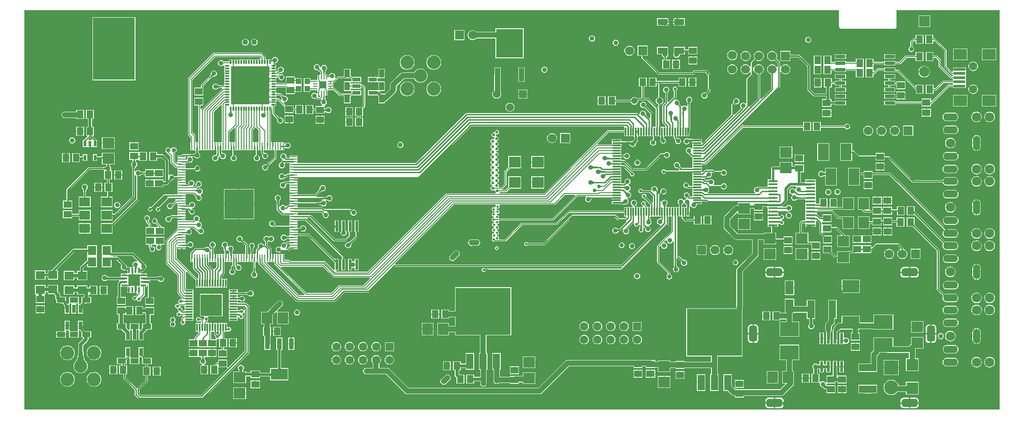
<source format=gtl>
G04*
G04 #@! TF.GenerationSoftware,Altium Limited,Altium Designer,21.5.1 (32)*
G04*
G04 Layer_Physical_Order=1*
G04 Layer_Color=255*
%FSLAX25Y25*%
%MOIN*%
G70*
G04*
G04 #@! TF.SameCoordinates,54AFFEB1-3E94-4089-A03D-164D74B6EA14*
G04*
G04*
G04 #@! TF.FilePolarity,Positive*
G04*
G01*
G75*
%ADD12C,0.01000*%
%ADD14C,0.00787*%
%ADD15C,0.01575*%
%ADD97R,0.08661X0.07874*%
%ADD98R,0.14173X0.10630*%
%ADD99R,0.05118X0.05906*%
%ADD100R,0.05709X0.11811*%
%ADD101R,0.41732X0.35433*%
%ADD102R,0.13386X0.05512*%
%ADD103R,0.05906X0.05118*%
%ADD104R,0.12992X0.09449*%
%ADD105R,0.02362X0.07874*%
%ADD106R,0.06299X0.10039*%
%ADD107R,0.06299X0.01181*%
%ADD108R,0.07874X0.12598*%
%ADD109R,0.07874X0.08661*%
%ADD110R,0.04134X0.01378*%
%ADD111R,0.01378X0.04134*%
%ADD112R,0.08898X0.08898*%
%ADD113R,0.06496X0.02992*%
%ADD114R,0.03937X0.06496*%
%ADD115R,0.05200X0.01000*%
%ADD116R,0.01000X0.05200*%
%ADD117R,0.01000X0.05200*%
%ADD118R,0.22000X0.22000*%
%ADD119R,0.05709X0.05709*%
%ADD120O,0.03543X0.00984*%
%ADD121O,0.00984X0.03543*%
%ADD122O,0.03347X0.01181*%
%ADD123O,0.01181X0.03347*%
%ADD124R,0.29134X0.29134*%
%ADD125R,0.09055X0.09055*%
%ADD126R,0.08661X0.08465*%
%ADD127R,0.07087X0.06299*%
%ADD128R,0.02992X0.06496*%
%ADD129R,0.06496X0.03937*%
%ADD130R,0.12992X0.09488*%
%ADD131R,0.07087X0.01575*%
%ADD132R,0.09843X0.07874*%
%ADD133R,0.09055X0.01968*%
%ADD134R,0.02362X0.04331*%
%ADD135R,0.01181X0.05807*%
%ADD136R,0.05807X0.01181*%
%ADD137R,0.16142X0.16142*%
%ADD138R,0.01181X0.06299*%
%ADD139R,0.05512X0.13386*%
%ADD140R,0.12795X0.08465*%
%ADD141R,0.03740X0.08465*%
%ADD142R,0.06299X0.07087*%
%ADD143R,0.07874X0.07087*%
%ADD144R,0.04331X0.03937*%
%ADD145R,0.07480X0.05118*%
%ADD146R,0.07579X0.02559*%
%ADD147R,0.03937X0.09843*%
%ADD148R,0.20472X0.21654*%
%ADD149C,0.03937*%
%ADD150C,0.00906*%
%ADD151C,0.01181*%
%ADD152C,0.01968*%
%ADD153C,0.02362*%
%ADD154C,0.01500*%
%ADD155C,0.02756*%
%ADD156C,0.02756*%
%ADD157C,0.01772*%
%ADD158C,0.03150*%
%ADD159C,0.00400*%
%ADD160C,0.00591*%
%ADD161C,0.01378*%
%ADD162C,0.03740*%
%ADD163R,0.31496X0.46850*%
%ADD164C,0.06693*%
%ADD165R,0.06693X0.06693*%
G04:AMPARAMS|DCode=166|XSize=118.11mil|YSize=59.06mil|CornerRadius=14.76mil|HoleSize=0mil|Usage=FLASHONLY|Rotation=0.000|XOffset=0mil|YOffset=0mil|HoleType=Round|Shape=RoundedRectangle|*
%AMROUNDEDRECTD166*
21,1,0.11811,0.02953,0,0,0.0*
21,1,0.08858,0.05906,0,0,0.0*
1,1,0.02953,0.04429,-0.01476*
1,1,0.02953,-0.04429,-0.01476*
1,1,0.02953,-0.04429,0.01476*
1,1,0.02953,0.04429,0.01476*
%
%ADD166ROUNDEDRECTD166*%
G04:AMPARAMS|DCode=167|XSize=118.11mil|YSize=59.06mil|CornerRadius=14.76mil|HoleSize=0mil|Usage=FLASHONLY|Rotation=90.000|XOffset=0mil|YOffset=0mil|HoleType=Round|Shape=RoundedRectangle|*
%AMROUNDEDRECTD167*
21,1,0.11811,0.02953,0,0,90.0*
21,1,0.08858,0.05906,0,0,90.0*
1,1,0.02953,0.01476,0.04429*
1,1,0.02953,0.01476,-0.04429*
1,1,0.02953,-0.01476,-0.04429*
1,1,0.02953,-0.01476,0.04429*
%
%ADD167ROUNDEDRECTD167*%
%ADD168R,0.10630X0.10630*%
%ADD169C,0.04331*%
%ADD170C,0.05906*%
%ADD171R,0.05906X0.05906*%
%ADD172R,0.07874X0.07874*%
%ADD173C,0.07874*%
%ADD174C,0.10630*%
%ADD175R,0.15748X0.15748*%
%ADD176C,0.04800*%
%ADD177C,0.06299*%
%ADD178C,0.07087*%
%ADD179O,0.11024X0.05512*%
%ADD180O,0.05512X0.11024*%
%ADD181R,0.05906X0.05906*%
%ADD182C,0.09843*%
%ADD183C,0.10236*%
%ADD184C,0.02362*%
%ADD185C,0.03543*%
%ADD186C,0.03150*%
%ADD187C,0.03937*%
%ADD188C,0.11811*%
%ADD189C,0.02165*%
%ADD190C,0.01968*%
%ADD191C,0.15748*%
%ADD192C,0.13780*%
%ADD193C,0.01772*%
%ADD194C,0.02756*%
%ADD195C,0.19685*%
G36*
X-121767Y-984D02*
Y-13261D01*
X-121760Y-13300D01*
X-121764Y-13340D01*
X-121745Y-13532D01*
X-121710Y-13645D01*
X-121687Y-13761D01*
X-121540Y-14115D01*
X-121366Y-14376D01*
X-121095Y-14647D01*
X-120834Y-14821D01*
X-120834Y-14821D01*
X-120480Y-14968D01*
X-120364Y-14991D01*
X-120251Y-15026D01*
X-120059Y-15045D01*
X-120019Y-15041D01*
X-119980Y-15048D01*
X-80309D01*
X-80001Y-14987D01*
X-79938Y-14945D01*
X-79852Y-14919D01*
X-79737Y-14896D01*
X-79382Y-14749D01*
X-79122Y-14575D01*
X-78850Y-14303D01*
X-78676Y-14043D01*
X-78529Y-13688D01*
X-78512Y-13604D01*
X-78481Y-13524D01*
X-78442Y-13313D01*
X-78444Y-13240D01*
X-78430Y-13170D01*
Y-984D01*
X-984D01*
Y-302165D01*
X-735236D01*
Y-984D01*
X-121767Y-984D01*
D02*
G37*
%LPC*%
G36*
X-244398Y-6883D02*
X-246266D01*
Y-8053D01*
X-246491Y-8345D01*
X-246790Y-9068D01*
X-246826Y-9342D01*
X-244398D01*
Y-6883D01*
D02*
G37*
G36*
X-237986D02*
X-241926D01*
Y-9643D01*
X-237986D01*
Y-6883D01*
D02*
G37*
G36*
X-254924D02*
X-258865D01*
Y-9643D01*
X-254924D01*
Y-6883D01*
D02*
G37*
G36*
X-237986Y-10043D02*
X-241926D01*
Y-12802D01*
X-237986D01*
Y-10043D01*
D02*
G37*
G36*
X-242326Y-6883D02*
X-243398D01*
Y-9843D01*
Y-12802D01*
X-242326D01*
Y-9843D01*
Y-6883D01*
D02*
G37*
G36*
X-244398Y-10343D02*
X-246826D01*
X-246790Y-10617D01*
X-246491Y-11340D01*
X-246266Y-11632D01*
Y-12802D01*
X-244398D01*
Y-10343D01*
D02*
G37*
G36*
X-254924Y-10043D02*
X-258865D01*
Y-12802D01*
X-254924D01*
Y-10043D01*
D02*
G37*
G36*
X-250025Y-10441D02*
X-252453D01*
Y-12869D01*
X-252178Y-12833D01*
X-252102Y-12802D01*
X-250584D01*
Y-11731D01*
X-250360Y-11438D01*
X-250061Y-10716D01*
X-250025Y-10441D01*
D02*
G37*
G36*
X-250584Y-6883D02*
X-254524D01*
Y-9843D01*
Y-12802D01*
X-253803D01*
X-253728Y-12833D01*
X-253453Y-12869D01*
Y-9941D01*
X-252953D01*
Y-9441D01*
X-250025D01*
X-250061Y-9166D01*
X-250360Y-8444D01*
X-250584Y-8151D01*
Y-6883D01*
D02*
G37*
G36*
X-53343Y-5128D02*
X-62017D01*
Y-13802D01*
X-53343D01*
Y-5128D01*
D02*
G37*
G36*
X-359344Y-14758D02*
X-380617D01*
Y-17408D01*
X-394887D01*
X-395084Y-17151D01*
X-395866Y-16550D01*
X-396778Y-16173D01*
X-397756Y-16044D01*
X-398734Y-16173D01*
X-399645Y-16550D01*
X-400428Y-17151D01*
X-401028Y-17933D01*
X-401406Y-18845D01*
X-401535Y-19823D01*
X-401406Y-20801D01*
X-401028Y-21712D01*
X-400428Y-22495D01*
X-399645Y-23095D01*
X-398734Y-23473D01*
X-397756Y-23602D01*
X-396778Y-23473D01*
X-395866Y-23095D01*
X-395084Y-22495D01*
X-394887Y-22238D01*
X-380617D01*
Y-37211D01*
X-359344D01*
Y-14758D01*
D02*
G37*
G36*
X-404009Y-16076D02*
X-411502D01*
Y-23569D01*
X-404009D01*
Y-16076D01*
D02*
G37*
G36*
X-307850Y-20053D02*
X-308736Y-20229D01*
X-309488Y-20731D01*
X-309990Y-21482D01*
X-310166Y-22369D01*
X-309990Y-23255D01*
X-309488Y-24006D01*
X-308736Y-24509D01*
X-307850Y-24685D01*
X-306964Y-24509D01*
X-306212Y-24006D01*
X-305710Y-23255D01*
X-305534Y-22369D01*
X-305710Y-21482D01*
X-306212Y-20731D01*
X-306964Y-20229D01*
X-307850Y-20053D01*
D02*
G37*
G36*
X-145079Y-21011D02*
X-145965Y-21187D01*
X-146717Y-21689D01*
X-147219Y-22440D01*
X-147395Y-23327D01*
X-147219Y-24213D01*
X-146717Y-24964D01*
X-145965Y-25467D01*
X-145079Y-25643D01*
X-144193Y-25467D01*
X-143441Y-24964D01*
X-142939Y-24213D01*
X-142763Y-23327D01*
X-142939Y-22440D01*
X-143441Y-21689D01*
X-144193Y-21187D01*
X-145079Y-21011D01*
D02*
G37*
G36*
X-58360Y-19777D02*
X-64278D01*
Y-22321D01*
X-65650D01*
X-65959Y-22382D01*
X-66222Y-22558D01*
X-66222Y-22558D01*
X-67994Y-24329D01*
X-68169Y-24592D01*
X-68231Y-24902D01*
X-68231Y-24902D01*
Y-28459D01*
X-68231Y-28459D01*
X-68917Y-28918D01*
X-69376Y-29604D01*
X-69537Y-30413D01*
X-69376Y-31223D01*
X-68917Y-31909D01*
X-68231Y-32368D01*
X-67421Y-32529D01*
X-66612Y-32368D01*
X-65926Y-31909D01*
X-65467Y-31223D01*
X-65306Y-30413D01*
X-65467Y-29604D01*
X-65926Y-28918D01*
X-66612Y-28459D01*
X-66612Y-28459D01*
Y-25237D01*
X-65315Y-23939D01*
X-64278D01*
Y-26483D01*
X-58360D01*
Y-19777D01*
D02*
G37*
G36*
X-562169Y-22514D02*
X-562838Y-22602D01*
X-563462Y-22861D01*
X-563998Y-23272D01*
X-564409Y-23808D01*
X-564668Y-24432D01*
X-564756Y-25102D01*
X-564668Y-25771D01*
X-564409Y-26395D01*
X-563998Y-26931D01*
X-563462Y-27343D01*
X-562838Y-27601D01*
X-562169Y-27689D01*
X-561499Y-27601D01*
X-560875Y-27343D01*
X-560339Y-26931D01*
X-559928Y-26395D01*
X-559669Y-25771D01*
X-559581Y-25102D01*
X-559669Y-24432D01*
X-559928Y-23808D01*
X-560339Y-23272D01*
X-560875Y-22861D01*
X-561499Y-22602D01*
X-562169Y-22514D01*
D02*
G37*
G36*
X-568861D02*
X-569531Y-22602D01*
X-570155Y-22861D01*
X-570691Y-23272D01*
X-571102Y-23808D01*
X-571361Y-24432D01*
X-571449Y-25102D01*
X-571361Y-25771D01*
X-571102Y-26395D01*
X-570691Y-26931D01*
X-570155Y-27343D01*
X-569531Y-27601D01*
X-568861Y-27689D01*
X-568192Y-27601D01*
X-567568Y-27343D01*
X-567032Y-26931D01*
X-566621Y-26395D01*
X-566362Y-25771D01*
X-566274Y-25102D01*
X-566362Y-24432D01*
X-566621Y-23808D01*
X-567032Y-23272D01*
X-567568Y-22861D01*
X-568192Y-22602D01*
X-568861Y-22514D01*
D02*
G37*
G36*
X-290059Y-23274D02*
X-290946Y-23451D01*
X-291697Y-23953D01*
X-292199Y-24704D01*
X-292375Y-25591D01*
X-292199Y-26477D01*
X-291697Y-27228D01*
X-290946Y-27730D01*
X-290059Y-27907D01*
X-289173Y-27730D01*
X-288421Y-27228D01*
X-287919Y-26477D01*
X-287743Y-25591D01*
X-287919Y-24704D01*
X-288421Y-23953D01*
X-289173Y-23451D01*
X-290059Y-23274D01*
D02*
G37*
G36*
X-557087Y-32852D02*
X-557087Y-32852D01*
X-592028D01*
X-592028Y-32852D01*
X-592337Y-32914D01*
X-592600Y-33089D01*
X-592672Y-33162D01*
X-592911Y-33209D01*
X-593174Y-33384D01*
X-593174Y-33385D01*
X-611793Y-52004D01*
X-611968Y-52266D01*
X-612030Y-52576D01*
X-612030Y-52576D01*
Y-94882D01*
X-612030Y-94882D01*
X-611968Y-95192D01*
X-611793Y-95454D01*
X-610061Y-97186D01*
Y-100740D01*
X-610152D01*
Y-106740D01*
X-608352D01*
Y-106740D01*
X-608183D01*
Y-106740D01*
X-607027D01*
X-606777Y-106866D01*
X-606297Y-107492D01*
X-606353Y-107999D01*
X-606417Y-108342D01*
X-606490Y-108629D01*
X-606569Y-108854D01*
X-606569Y-108855D01*
X-606726Y-108959D01*
X-606878Y-109186D01*
X-606923Y-109212D01*
X-607156Y-109307D01*
X-607448Y-109395D01*
X-607795Y-109472D01*
X-608188Y-109535D01*
X-609725Y-109646D01*
X-610333Y-109653D01*
X-610371Y-109670D01*
X-616051D01*
X-616384Y-109736D01*
X-616666Y-109924D01*
X-617259Y-110517D01*
X-619929D01*
X-619929Y-112317D01*
X-619929Y-113105D01*
Y-113185D01*
X-613929D01*
Y-112485D01*
Y-111965D01*
X-613373Y-111409D01*
X-612588D01*
X-612367Y-111914D01*
X-612304Y-112196D01*
X-612770Y-112893D01*
X-612873Y-113411D01*
X-613581Y-113905D01*
X-613718Y-113932D01*
X-613929Y-113856D01*
Y-113585D01*
X-619929D01*
X-619929Y-114285D01*
X-619929Y-115073D01*
Y-115652D01*
X-620717Y-115978D01*
X-621929Y-114766D01*
Y-108471D01*
X-621828Y-108450D01*
X-621142Y-107992D01*
X-620683Y-107306D01*
X-620522Y-106496D01*
X-620683Y-105687D01*
X-621142Y-105000D01*
X-621828Y-104542D01*
X-622638Y-104381D01*
X-623447Y-104542D01*
X-624134Y-105000D01*
X-624396Y-105392D01*
X-625248Y-105466D01*
X-625306Y-105446D01*
X-625473Y-105197D01*
X-626159Y-104738D01*
X-626969Y-104578D01*
X-627778Y-104738D01*
X-628464Y-105197D01*
X-628923Y-105883D01*
X-629084Y-106693D01*
X-628923Y-107502D01*
X-628464Y-108189D01*
X-627778Y-108647D01*
X-627592Y-108684D01*
X-627470Y-108868D01*
X-625118Y-111219D01*
Y-115945D01*
X-625064Y-116216D01*
X-624911Y-116446D01*
X-621564Y-119792D01*
X-621335Y-119946D01*
X-621063Y-120000D01*
X-620568D01*
X-619929Y-120359D01*
X-619929Y-120979D01*
X-619929Y-122159D01*
X-619929Y-122947D01*
Y-123028D01*
X-613929D01*
X-613929Y-122328D01*
X-613224Y-122129D01*
X-606697D01*
X-605975Y-122612D01*
X-605088Y-122788D01*
X-604202Y-122612D01*
X-603450Y-122110D01*
X-602948Y-121359D01*
X-602772Y-120472D01*
X-602948Y-119586D01*
X-603450Y-118834D01*
X-604202Y-118332D01*
X-605088Y-118156D01*
X-605975Y-118332D01*
X-606726Y-118834D01*
X-607228Y-119586D01*
X-607388Y-120390D01*
X-613225D01*
X-613929Y-120191D01*
X-613929Y-119572D01*
X-613929Y-118391D01*
X-613929Y-117604D01*
X-613929Y-116422D01*
X-613224Y-116224D01*
X-612205D01*
X-611872Y-116158D01*
X-611590Y-115969D01*
X-611531Y-115910D01*
X-611517Y-115919D01*
X-610630Y-116095D01*
X-609744Y-115919D01*
X-608992Y-115417D01*
X-608490Y-114666D01*
X-608314Y-113779D01*
X-608490Y-112893D01*
X-608903Y-112276D01*
X-608722Y-111776D01*
X-608532Y-111521D01*
X-608233Y-111550D01*
X-607840Y-111617D01*
X-607499Y-111698D01*
X-607215Y-111791D01*
X-606990Y-111890D01*
X-606933Y-111925D01*
X-606726Y-112235D01*
X-605975Y-112737D01*
X-605088Y-112913D01*
X-604202Y-112737D01*
X-603450Y-112235D01*
X-602948Y-111484D01*
X-602772Y-110597D01*
X-602948Y-109711D01*
X-603450Y-108959D01*
X-603921Y-108645D01*
X-603949Y-108605D01*
X-604050Y-108399D01*
X-604144Y-108131D01*
X-604228Y-107801D01*
X-604281Y-107513D01*
X-604226Y-107356D01*
X-603563Y-106740D01*
X-602446Y-106740D01*
X-601659Y-106740D01*
X-600478Y-106740D01*
Y-106740D01*
X-600309D01*
Y-106740D01*
X-598509D01*
Y-106740D01*
X-598341D01*
Y-106740D01*
X-596541D01*
Y-106740D01*
X-596372D01*
Y-106740D01*
X-594572D01*
Y-106740D01*
X-594404D01*
Y-106740D01*
X-592604Y-106740D01*
X-591817Y-106740D01*
X-591735D01*
Y-103740D01*
Y-100740D01*
X-592435Y-100740D01*
X-592731Y-100075D01*
Y-77824D01*
X-587227Y-72320D01*
X-586439Y-72646D01*
Y-100060D01*
X-586698Y-100740D01*
X-587318Y-100740D01*
X-588498Y-100740D01*
X-589286Y-100740D01*
X-590467Y-100740D01*
X-591255Y-100740D01*
X-591335D01*
Y-103740D01*
Y-106740D01*
X-590635Y-106740D01*
X-590485Y-107465D01*
Y-109738D01*
X-591202Y-110348D01*
X-591485Y-110292D01*
X-592371Y-110468D01*
X-593123Y-110971D01*
X-593625Y-111722D01*
X-593801Y-112608D01*
X-593625Y-113495D01*
X-593123Y-114246D01*
X-592371Y-114748D01*
X-591485Y-114925D01*
X-590599Y-114748D01*
X-589847Y-114246D01*
X-589345Y-113495D01*
X-589169Y-112608D01*
X-589283Y-112036D01*
X-588994Y-111670D01*
X-588742Y-111440D01*
X-588023Y-111629D01*
X-587967Y-111910D01*
X-587465Y-112661D01*
X-586713Y-113163D01*
X-585827Y-113340D01*
X-584940Y-113163D01*
X-584189Y-112661D01*
X-583687Y-111910D01*
X-583511Y-111024D01*
X-583687Y-110137D01*
X-584189Y-109386D01*
X-584940Y-108884D01*
X-585827Y-108707D01*
X-586588Y-108056D01*
Y-107503D01*
X-586530Y-106740D01*
X-584730Y-106740D01*
Y-106740D01*
X-584561D01*
X-584561Y-106740D01*
X-582761Y-106740D01*
X-581974Y-106740D01*
X-580793Y-106740D01*
X-580006Y-106740D01*
X-579924D01*
Y-103740D01*
Y-100740D01*
X-580624Y-100740D01*
X-580884Y-100060D01*
Y-93253D01*
X-577384Y-89753D01*
X-576597Y-90079D01*
Y-100060D01*
X-576856Y-100740D01*
X-577475Y-100740D01*
X-578656Y-100740D01*
X-579444Y-100740D01*
X-579524D01*
Y-103740D01*
Y-106740D01*
X-578824Y-106740D01*
X-578562Y-107419D01*
Y-110483D01*
X-578579Y-110487D01*
X-579330Y-110989D01*
X-579832Y-111740D01*
X-580009Y-112626D01*
X-579832Y-113513D01*
X-579330Y-114264D01*
X-578579Y-114766D01*
X-577693Y-114943D01*
X-576806Y-114766D01*
X-576055Y-114264D01*
X-575553Y-113513D01*
X-575376Y-112626D01*
X-575553Y-111740D01*
X-576055Y-110989D01*
X-576806Y-110487D01*
X-576823Y-110483D01*
Y-107471D01*
X-576687Y-106740D01*
X-576036Y-106740D01*
X-574887D01*
Y-106740D01*
X-574719D01*
Y-106740D01*
X-572919D01*
Y-106740D01*
X-572750D01*
Y-106740D01*
X-570950D01*
Y-106740D01*
X-570782D01*
Y-106740D01*
X-569601D01*
X-568982Y-106740D01*
Y-106740D01*
X-568813D01*
Y-106740D01*
X-567633D01*
X-567013Y-106740D01*
Y-106740D01*
X-566845D01*
Y-106740D01*
X-565664D01*
X-565045Y-106740D01*
Y-106740D01*
X-564876D01*
X-564876Y-106740D01*
X-563076Y-106740D01*
X-562289Y-106740D01*
X-562208D01*
Y-103740D01*
Y-100740D01*
X-562908Y-100740D01*
X-563167Y-100060D01*
Y-91284D01*
X-561632Y-89750D01*
X-561628Y-89743D01*
X-561140Y-89630D01*
X-560870Y-89623D01*
X-560699Y-89662D01*
X-558880Y-91481D01*
Y-100060D01*
X-559139Y-100740D01*
X-559759Y-100740D01*
X-560939Y-100740D01*
X-561727Y-100740D01*
X-561808D01*
Y-103740D01*
Y-106740D01*
X-561108Y-106740D01*
X-560957Y-107465D01*
Y-110472D01*
X-561032Y-110487D01*
X-561783Y-110989D01*
X-562285Y-111740D01*
X-562462Y-112626D01*
X-562285Y-113513D01*
X-561783Y-114264D01*
X-561032Y-114766D01*
X-560145Y-114943D01*
X-559259Y-114766D01*
X-558508Y-114264D01*
X-558006Y-113513D01*
X-557829Y-112626D01*
X-558006Y-111740D01*
X-558508Y-110989D01*
X-559122Y-110578D01*
Y-107465D01*
X-558971Y-106740D01*
X-558334Y-106740D01*
X-557171Y-106740D01*
X-556972Y-107445D01*
Y-108833D01*
X-556906Y-109166D01*
X-556717Y-109448D01*
X-556204Y-109961D01*
X-556214Y-109976D01*
X-556390Y-110862D01*
X-556214Y-111748D01*
X-555711Y-112500D01*
X-554960Y-113002D01*
X-554074Y-113178D01*
X-553187Y-113002D01*
X-552436Y-112500D01*
X-551934Y-111748D01*
X-551757Y-110862D01*
X-551934Y-109976D01*
X-552436Y-109224D01*
X-553187Y-108722D01*
X-554074Y-108546D01*
X-554512Y-108633D01*
X-555233Y-108029D01*
Y-107445D01*
X-555034Y-106740D01*
X-554415Y-106740D01*
X-553234Y-106740D01*
Y-106740D01*
X-553065D01*
Y-106740D01*
X-551885D01*
X-551265Y-106740D01*
Y-106740D01*
X-551097D01*
X-551097Y-106740D01*
X-549297Y-106740D01*
X-548510Y-106740D01*
X-548428D01*
Y-103740D01*
Y-100740D01*
X-549128Y-100740D01*
X-549486Y-100101D01*
Y-78150D01*
X-549548Y-77840D01*
X-549584Y-77785D01*
Y-76851D01*
X-549461Y-76666D01*
X-549384Y-76280D01*
Y-74686D01*
X-548596Y-74160D01*
X-548447Y-74222D01*
Y-79134D01*
X-548447Y-79134D01*
X-548385Y-79444D01*
X-548210Y-79706D01*
X-546852Y-81065D01*
X-546835Y-81105D01*
X-546416Y-81536D01*
X-545715Y-82332D01*
X-545439Y-82687D01*
X-545207Y-83020D01*
X-545023Y-83325D01*
X-544884Y-83602D01*
X-544791Y-83846D01*
X-544771Y-83928D01*
X-544836Y-84252D01*
X-544660Y-85138D01*
X-544158Y-85890D01*
X-543406Y-86392D01*
X-542520Y-86568D01*
X-541633Y-86392D01*
X-540882Y-85890D01*
X-540380Y-85138D01*
X-540204Y-84252D01*
X-540380Y-83366D01*
X-540882Y-82614D01*
X-541633Y-82112D01*
X-542520Y-81936D01*
X-542844Y-82000D01*
X-542925Y-81981D01*
X-543170Y-81888D01*
X-543446Y-81749D01*
X-543752Y-81564D01*
X-544077Y-81339D01*
X-545238Y-80353D01*
X-545666Y-79936D01*
X-545707Y-79920D01*
X-546829Y-78799D01*
Y-73451D01*
X-546555D01*
X-546169Y-73374D01*
X-545841Y-73155D01*
X-545622Y-72828D01*
X-545545Y-72441D01*
X-545622Y-72054D01*
X-545841Y-71727D01*
Y-71187D01*
X-545622Y-70859D01*
X-545585Y-70673D01*
X-547638D01*
Y-70272D01*
X-545585D01*
X-545622Y-70086D01*
X-545198Y-69313D01*
X-543840D01*
X-539180Y-73974D01*
Y-78748D01*
X-532474D01*
Y-76794D01*
X-531109D01*
Y-79337D01*
X-525191D01*
Y-72632D01*
X-531109D01*
Y-75175D01*
X-532474D01*
Y-72830D01*
X-538035D01*
X-539996Y-70869D01*
X-539608Y-70143D01*
X-539173Y-70230D01*
X-538287Y-70053D01*
X-537535Y-69551D01*
X-537033Y-68800D01*
X-536857Y-67913D01*
X-537033Y-67027D01*
X-537535Y-66276D01*
X-538287Y-65774D01*
X-539173Y-65597D01*
X-539717Y-65706D01*
X-539861Y-65652D01*
X-540064Y-65548D01*
X-540303Y-65399D01*
X-540566Y-65210D01*
X-541560Y-64349D01*
X-541939Y-63979D01*
X-542020Y-63946D01*
X-542210Y-63819D01*
X-542520Y-63758D01*
X-542520Y-63758D01*
X-545198D01*
X-545622Y-62985D01*
X-545545Y-62599D01*
X-545622Y-62212D01*
X-545841Y-61884D01*
Y-61344D01*
X-545622Y-61016D01*
X-545585Y-60830D01*
X-547638D01*
Y-60430D01*
X-545585D01*
X-545622Y-60243D01*
X-545198Y-59471D01*
X-538523D01*
X-538392Y-59601D01*
Y-64375D01*
X-531687D01*
Y-63357D01*
X-531601Y-62605D01*
X-526470D01*
Y-57868D01*
X-526470D01*
X-526470Y-57191D01*
X-526470D01*
Y-52454D01*
X-531601D01*
X-531687Y-51702D01*
Y-50977D01*
X-538392D01*
Y-55750D01*
X-538525Y-55884D01*
X-545198D01*
X-545622Y-55111D01*
X-545585Y-54924D01*
X-547638D01*
Y-54524D01*
X-545585D01*
X-545622Y-54338D01*
X-545841Y-54010D01*
Y-53470D01*
X-545622Y-53142D01*
X-545585Y-52956D01*
X-547638D01*
Y-52556D01*
X-545585D01*
X-545622Y-52369D01*
X-545198Y-51597D01*
X-544044D01*
X-543872Y-52461D01*
X-543370Y-53213D01*
X-542619Y-53715D01*
X-541732Y-53891D01*
X-540846Y-53715D01*
X-540095Y-53213D01*
X-539593Y-52461D01*
X-539416Y-51575D01*
X-539593Y-50688D01*
X-540095Y-49937D01*
X-540846Y-49435D01*
X-541732Y-49259D01*
X-542619Y-49435D01*
X-543152Y-49791D01*
X-543161Y-49793D01*
X-543475Y-49701D01*
X-543712Y-48871D01*
X-543687Y-48813D01*
X-543282Y-48456D01*
X-543114Y-48324D01*
X-542973Y-48225D01*
X-542955Y-48214D01*
X-542126Y-48379D01*
X-541240Y-48203D01*
X-540488Y-47701D01*
X-539986Y-46949D01*
X-539810Y-46063D01*
X-539986Y-45177D01*
X-540488Y-44425D01*
X-541240Y-43923D01*
X-542126Y-43747D01*
X-543012Y-43923D01*
X-543764Y-44425D01*
X-544266Y-45177D01*
X-544442Y-46063D01*
X-544293Y-46814D01*
X-544807Y-47408D01*
X-544898Y-47400D01*
X-545545Y-46850D01*
X-545622Y-46464D01*
X-545841Y-46136D01*
Y-45596D01*
X-545622Y-45268D01*
X-545545Y-44882D01*
X-545622Y-44495D01*
X-545841Y-44168D01*
Y-43628D01*
X-545622Y-43300D01*
X-545545Y-42913D01*
X-545622Y-42527D01*
X-545841Y-42199D01*
X-546169Y-41980D01*
X-546198Y-41974D01*
X-546177Y-41579D01*
X-546145Y-41296D01*
X-546105Y-41062D01*
X-546060Y-40884D01*
X-546034Y-40815D01*
X-545570Y-40723D01*
X-544819Y-40220D01*
X-544317Y-39469D01*
X-544141Y-38583D01*
X-544317Y-37696D01*
X-544819Y-36945D01*
X-545570Y-36443D01*
X-546457Y-36267D01*
X-547343Y-36443D01*
X-548095Y-36945D01*
X-548597Y-37696D01*
X-548710Y-38269D01*
X-548795Y-38287D01*
X-549689Y-38355D01*
X-550007Y-38142D01*
X-550394Y-38065D01*
X-550780Y-38142D01*
X-551108Y-38361D01*
X-551648D01*
X-551976Y-38142D01*
X-552162Y-38105D01*
Y-40157D01*
X-552562D01*
Y-38105D01*
X-552749Y-38142D01*
X-552795Y-38173D01*
X-552817Y-38179D01*
X-553597Y-37830D01*
Y-36342D01*
X-553658Y-36032D01*
X-553834Y-35770D01*
X-553834Y-35770D01*
X-556514Y-33089D01*
X-556777Y-32914D01*
X-557087Y-32852D01*
D02*
G37*
G36*
X-25387Y-30112D02*
X-30509D01*
Y-34249D01*
X-25387D01*
Y-30112D01*
D02*
G37*
G36*
X-30909D02*
X-36030D01*
Y-34249D01*
X-30909D01*
Y-30112D01*
D02*
G37*
G36*
X-3734D02*
X-8855D01*
Y-34249D01*
X-3734D01*
Y-30112D01*
D02*
G37*
G36*
X-9255D02*
X-14376D01*
Y-34249D01*
X-9255D01*
Y-30112D01*
D02*
G37*
G36*
X-237986Y-28537D02*
X-246266D01*
Y-33132D01*
X-246507Y-33492D01*
X-246698Y-34455D01*
X-246507Y-35418D01*
X-245961Y-36235D01*
X-245145Y-36780D01*
X-244181Y-36972D01*
X-243218Y-36780D01*
X-242402Y-36235D01*
X-241856Y-35418D01*
X-241665Y-34455D01*
X-237986D01*
Y-32366D01*
X-235144D01*
Y-34456D01*
X-228439D01*
Y-28538D01*
X-235144D01*
Y-30627D01*
X-237986D01*
Y-28537D01*
D02*
G37*
G36*
X-279705Y-27776D02*
X-280683Y-27905D01*
X-281594Y-28283D01*
X-282377Y-28883D01*
X-282977Y-29666D01*
X-283355Y-30577D01*
X-283484Y-31555D01*
X-283355Y-32533D01*
X-282977Y-33444D01*
X-282377Y-34227D01*
X-281594Y-34828D01*
X-280683Y-35205D01*
X-279705Y-35334D01*
X-278727Y-35205D01*
X-277815Y-34828D01*
X-277033Y-34227D01*
X-276432Y-33444D01*
X-276055Y-32533D01*
X-275926Y-31555D01*
X-276055Y-30577D01*
X-276432Y-29666D01*
X-277033Y-28883D01*
X-277815Y-28283D01*
X-278727Y-27905D01*
X-279705Y-27776D01*
D02*
G37*
G36*
X-79523Y-34265D02*
X-83513D01*
Y-35745D01*
X-79523D01*
Y-34265D01*
D02*
G37*
G36*
X-116626D02*
X-120615D01*
Y-35745D01*
X-116626D01*
Y-34265D01*
D02*
G37*
G36*
X-121015D02*
X-125004D01*
Y-35745D01*
X-121015D01*
Y-34265D01*
D02*
G37*
G36*
X-83913D02*
X-87902D01*
Y-35745D01*
X-83913D01*
Y-34265D01*
D02*
G37*
G36*
X-79523Y-36145D02*
X-83513D01*
Y-37624D01*
X-79523D01*
Y-36145D01*
D02*
G37*
G36*
X-83913D02*
X-87902D01*
Y-37624D01*
X-83913D01*
Y-36145D01*
D02*
G37*
G36*
X-116626D02*
X-120615D01*
Y-37624D01*
X-116626D01*
Y-36145D01*
D02*
G37*
G36*
X-121015D02*
X-125004D01*
Y-37624D01*
X-121015D01*
Y-36145D01*
D02*
G37*
G36*
X-228439Y-36018D02*
X-231591D01*
Y-38778D01*
X-228439D01*
Y-36018D01*
D02*
G37*
G36*
X-231991D02*
X-235144D01*
Y-38778D01*
X-231991D01*
Y-36018D01*
D02*
G37*
G36*
X-3734Y-34649D02*
X-8855D01*
Y-38786D01*
X-3734D01*
Y-34649D01*
D02*
G37*
G36*
X-9255D02*
X-14376D01*
Y-38786D01*
X-9255D01*
Y-34649D01*
D02*
G37*
G36*
X-25387Y-34649D02*
X-30509D01*
Y-38786D01*
X-25387D01*
Y-34649D01*
D02*
G37*
G36*
X-30909D02*
X-36030D01*
Y-38786D01*
X-30909D01*
Y-34649D01*
D02*
G37*
G36*
X-202205Y-31233D02*
X-203183Y-31362D01*
X-204094Y-31739D01*
X-204877Y-32340D01*
X-205477Y-33123D01*
X-205855Y-34034D01*
X-205984Y-35012D01*
X-205855Y-35990D01*
X-205477Y-36901D01*
X-204877Y-37684D01*
X-204094Y-38284D01*
X-203183Y-38662D01*
X-202205Y-38791D01*
X-201227Y-38662D01*
X-200315Y-38284D01*
X-199533Y-37684D01*
X-198932Y-36901D01*
X-198555Y-35990D01*
X-198426Y-35012D01*
X-198555Y-34034D01*
X-198932Y-33123D01*
X-199533Y-32340D01*
X-200315Y-31739D01*
X-201227Y-31362D01*
X-202205Y-31233D01*
D02*
G37*
G36*
X-172205Y-31733D02*
X-173183Y-31862D01*
X-174094Y-32239D01*
X-174877Y-32840D01*
X-175477Y-33623D01*
X-175855Y-34534D01*
X-175984Y-35512D01*
X-175855Y-36490D01*
X-175477Y-37401D01*
X-174877Y-38184D01*
X-174094Y-38784D01*
X-173183Y-39162D01*
X-172205Y-39291D01*
X-171227Y-39162D01*
X-170315Y-38784D01*
X-170229Y-38718D01*
X-167996Y-40951D01*
Y-43826D01*
X-168783Y-43983D01*
X-168932Y-43622D01*
X-169533Y-42840D01*
X-170315Y-42239D01*
X-171227Y-41862D01*
X-172205Y-41733D01*
X-173183Y-41862D01*
X-174094Y-42239D01*
X-174877Y-42840D01*
X-175477Y-43622D01*
X-175855Y-44534D01*
X-175984Y-45512D01*
X-175855Y-46490D01*
X-175477Y-47401D01*
X-174877Y-48184D01*
X-174094Y-48784D01*
X-173183Y-49162D01*
X-173074Y-49176D01*
Y-60427D01*
X-180548Y-67901D01*
X-181335Y-67575D01*
Y-49176D01*
X-181227Y-49162D01*
X-180315Y-48784D01*
X-179533Y-48184D01*
X-178932Y-47401D01*
X-178555Y-46490D01*
X-178426Y-45512D01*
X-178555Y-44534D01*
X-178932Y-43622D01*
X-179533Y-42840D01*
X-180315Y-42239D01*
X-181227Y-41862D01*
X-182205Y-41733D01*
X-183183Y-41862D01*
X-184094Y-42239D01*
X-184877Y-42840D01*
X-185477Y-43622D01*
X-185745Y-44268D01*
X-186532Y-44112D01*
Y-41069D01*
X-184181Y-38718D01*
X-184094Y-38784D01*
X-183183Y-39162D01*
X-182205Y-39291D01*
X-181227Y-39162D01*
X-180315Y-38784D01*
X-179533Y-38184D01*
X-178932Y-37401D01*
X-178555Y-36490D01*
X-178426Y-35512D01*
X-178555Y-34534D01*
X-178932Y-33623D01*
X-179533Y-32840D01*
X-180315Y-32239D01*
X-181227Y-31862D01*
X-182205Y-31733D01*
X-183183Y-31862D01*
X-184094Y-32239D01*
X-184877Y-32840D01*
X-185477Y-33623D01*
X-185855Y-34534D01*
X-185984Y-35512D01*
X-185855Y-36490D01*
X-185477Y-37401D01*
X-185411Y-37488D01*
X-188016Y-40094D01*
X-188205Y-40376D01*
X-188271Y-40709D01*
Y-43255D01*
X-188345Y-43296D01*
X-189058Y-43458D01*
X-189533Y-42840D01*
X-190315Y-42239D01*
X-191227Y-41862D01*
X-192205Y-41733D01*
X-193183Y-41862D01*
X-194094Y-42239D01*
X-194877Y-42840D01*
X-195477Y-43622D01*
X-195855Y-44534D01*
X-195984Y-45512D01*
X-195855Y-46490D01*
X-195477Y-47401D01*
X-194877Y-48184D01*
X-194094Y-48784D01*
X-193183Y-49162D01*
X-192205Y-49291D01*
X-191227Y-49162D01*
X-190315Y-48784D01*
X-189533Y-48184D01*
X-189058Y-47566D01*
X-188345Y-47728D01*
X-188271Y-47769D01*
Y-49345D01*
X-191314Y-52387D01*
X-191502Y-52669D01*
X-191568Y-53002D01*
Y-71269D01*
X-192356Y-71508D01*
X-192404Y-71435D01*
X-193156Y-70933D01*
X-194042Y-70757D01*
X-194929Y-70933D01*
X-195680Y-71435D01*
X-196182Y-72186D01*
X-196358Y-73073D01*
X-196182Y-73959D01*
X-195680Y-74711D01*
X-195643Y-75090D01*
X-200312Y-79759D01*
X-201099Y-79433D01*
Y-72998D01*
X-200015Y-71914D01*
X-200001Y-71923D01*
X-199114Y-72100D01*
X-198228Y-71923D01*
X-197476Y-71421D01*
X-196974Y-70670D01*
X-196798Y-69784D01*
X-196974Y-68897D01*
X-197476Y-68146D01*
X-198228Y-67644D01*
X-199114Y-67467D01*
X-200001Y-67644D01*
X-200752Y-68146D01*
X-201254Y-68897D01*
X-201430Y-69784D01*
X-201254Y-70670D01*
X-201245Y-70684D01*
X-202583Y-72023D01*
X-202772Y-72305D01*
X-202838Y-72638D01*
Y-79561D01*
X-224463Y-101186D01*
X-225191Y-100885D01*
Y-98222D01*
X-228643D01*
X-228740Y-98203D01*
X-232248D01*
X-232411Y-98094D01*
X-232874Y-98002D01*
X-235147D01*
X-235287Y-97909D01*
X-235827Y-97801D01*
X-235926Y-97821D01*
X-236614Y-97684D01*
X-237501Y-97860D01*
X-238252Y-98362D01*
X-238754Y-99114D01*
X-238930Y-100000D01*
X-238754Y-100886D01*
X-238252Y-101638D01*
X-237501Y-102140D01*
X-236614Y-102316D01*
X-235728Y-102140D01*
X-234977Y-101638D01*
X-234474Y-100886D01*
X-234382Y-100423D01*
X-232874D01*
X-232399Y-100981D01*
X-228740D01*
Y-101381D01*
X-232290D01*
Y-105207D01*
X-233077Y-105446D01*
X-233224Y-105227D01*
X-233975Y-104724D01*
X-234861Y-104548D01*
X-235748Y-104724D01*
X-236499Y-105227D01*
X-237001Y-105978D01*
X-237178Y-106864D01*
X-237001Y-107751D01*
X-236499Y-108502D01*
X-235748Y-109004D01*
X-235479Y-109057D01*
X-232898Y-111638D01*
X-232616Y-111827D01*
X-232290Y-111892D01*
Y-115951D01*
Y-119997D01*
X-240478D01*
X-240856Y-119606D01*
X-241315Y-119078D01*
X-241480Y-118864D01*
X-241607Y-118680D01*
X-241692Y-118534D01*
X-241694Y-118530D01*
X-241561Y-117860D01*
X-241737Y-116974D01*
X-242239Y-116222D01*
X-242990Y-115720D01*
X-243877Y-115544D01*
X-244763Y-115720D01*
X-245515Y-116222D01*
X-246017Y-116974D01*
X-246193Y-117860D01*
X-246017Y-118746D01*
X-245515Y-119498D01*
X-244763Y-120000D01*
X-243877Y-120176D01*
X-243207Y-120043D01*
X-243203Y-120045D01*
X-243057Y-120129D01*
X-242883Y-120249D01*
X-241822Y-121173D01*
X-241817Y-121178D01*
X-242139Y-121965D01*
X-252484D01*
X-252713Y-121623D01*
X-253269Y-121251D01*
X-253925Y-121121D01*
X-254581Y-121251D01*
X-255137Y-121623D01*
X-255508Y-122179D01*
X-255639Y-122835D01*
X-255508Y-123491D01*
X-255137Y-124047D01*
X-254581Y-124418D01*
X-253925Y-124549D01*
X-253269Y-124418D01*
X-252713Y-124047D01*
X-252484Y-123704D01*
X-232290D01*
Y-125794D01*
Y-129731D01*
Y-133776D01*
X-234412D01*
X-234912Y-133168D01*
X-234893Y-133071D01*
X-235053Y-132261D01*
X-235512Y-131575D01*
X-236198Y-131116D01*
X-237008Y-130956D01*
X-237818Y-131116D01*
X-238504Y-131575D01*
X-238962Y-132261D01*
X-239123Y-133071D01*
X-238962Y-133880D01*
X-238504Y-134567D01*
X-237818Y-135025D01*
X-237008Y-135186D01*
X-236269Y-135039D01*
X-236048Y-135260D01*
X-235766Y-135449D01*
X-235433Y-135515D01*
X-232290D01*
Y-137605D01*
Y-141650D01*
X-234012D01*
X-234585Y-140987D01*
X-234499Y-140551D01*
X-234660Y-139742D01*
X-235118Y-139055D01*
X-235805Y-138597D01*
X-236614Y-138436D01*
X-237424Y-138597D01*
X-238110Y-139055D01*
X-238569Y-139742D01*
X-238730Y-140551D01*
X-238569Y-141361D01*
X-238110Y-142047D01*
X-237424Y-142506D01*
X-236614Y-142667D01*
X-236556Y-143420D01*
X-237107Y-143529D01*
X-237858Y-144032D01*
X-238161Y-144484D01*
X-238363Y-144530D01*
X-239041Y-144476D01*
X-239421Y-143907D01*
X-240173Y-143405D01*
X-241059Y-143228D01*
X-241946Y-143405D01*
X-242697Y-143907D01*
X-243199Y-144658D01*
X-243375Y-145545D01*
X-243199Y-146431D01*
X-242697Y-147182D01*
X-242565Y-147270D01*
X-242496Y-147479D01*
X-242427Y-147765D01*
X-242369Y-148100D01*
X-242304Y-149024D01*
X-242841Y-149600D01*
X-251424D01*
X-251803Y-149274D01*
X-252063Y-148813D01*
X-252034Y-148667D01*
X-251957Y-148379D01*
X-251872Y-148151D01*
X-251864Y-148135D01*
X-251685Y-148015D01*
X-251183Y-147264D01*
X-251007Y-146378D01*
X-251183Y-145491D01*
X-251685Y-144740D01*
X-252436Y-144238D01*
X-253323Y-144062D01*
X-254209Y-144238D01*
X-254961Y-144740D01*
X-255430Y-145442D01*
X-255487Y-145450D01*
X-256217Y-145022D01*
Y-141187D01*
X-255827Y-140811D01*
X-255300Y-140352D01*
X-255086Y-140187D01*
X-254902Y-140060D01*
X-254757Y-139975D01*
X-254754Y-139974D01*
X-254083Y-140107D01*
X-253196Y-139931D01*
X-252445Y-139429D01*
X-251943Y-138677D01*
X-251767Y-137791D01*
X-251943Y-136905D01*
X-252445Y-136153D01*
X-253196Y-135651D01*
X-254083Y-135475D01*
X-254969Y-135651D01*
X-255720Y-136153D01*
X-256223Y-136905D01*
X-256399Y-137791D01*
X-256265Y-138462D01*
X-256267Y-138465D01*
X-256351Y-138611D01*
X-256471Y-138784D01*
X-257394Y-139844D01*
X-257398Y-139848D01*
X-258186Y-139526D01*
Y-137785D01*
X-258252Y-137452D01*
X-258440Y-137170D01*
X-258735Y-136875D01*
X-258726Y-136860D01*
X-258550Y-135974D01*
X-258726Y-135088D01*
X-259228Y-134336D01*
X-259979Y-133834D01*
X-260866Y-133658D01*
X-261752Y-133834D01*
X-262504Y-134336D01*
X-263006Y-135088D01*
X-263182Y-135974D01*
X-263057Y-136601D01*
X-263116Y-136668D01*
X-263754Y-137050D01*
X-263841Y-136992D01*
X-264173Y-136926D01*
X-269640D01*
X-269676Y-136746D01*
X-270048Y-136190D01*
X-270604Y-135818D01*
X-271260Y-135688D01*
X-271916Y-135818D01*
X-272472Y-136190D01*
X-272844Y-136746D01*
X-272974Y-137402D01*
X-272844Y-138058D01*
X-272472Y-138614D01*
X-271916Y-138985D01*
X-271260Y-139116D01*
X-270604Y-138985D01*
X-270125Y-138665D01*
X-264533D01*
X-261893Y-141305D01*
Y-146091D01*
X-262681Y-146418D01*
X-267076Y-142022D01*
X-266996Y-141903D01*
X-266866Y-141247D01*
X-266996Y-140591D01*
X-267368Y-140035D01*
X-267924Y-139664D01*
X-268580Y-139533D01*
X-269235Y-139664D01*
X-269792Y-140035D01*
X-270163Y-140591D01*
X-270294Y-141247D01*
X-270163Y-141903D01*
X-269792Y-142459D01*
X-269235Y-142831D01*
X-268600Y-142957D01*
X-263862Y-147696D01*
Y-149600D01*
X-265553D01*
X-266317Y-149491D01*
X-266378Y-149182D01*
X-266554Y-148919D01*
X-267736Y-147737D01*
X-267587Y-147513D01*
X-267456Y-146858D01*
X-267587Y-146202D01*
X-267958Y-145646D01*
X-268514Y-145274D01*
X-269170Y-145144D01*
X-269826Y-145274D01*
X-270382Y-145646D01*
X-270754Y-146202D01*
X-270884Y-146858D01*
X-270754Y-147513D01*
X-270382Y-148070D01*
X-269826Y-148441D01*
X-269543Y-148497D01*
X-269348Y-148813D01*
X-269787Y-149600D01*
X-273934D01*
Y-149213D01*
X-274000Y-148880D01*
X-274138Y-148674D01*
X-274166Y-148598D01*
X-274696Y-148028D01*
X-274238Y-147343D01*
X-274062Y-146457D01*
X-274238Y-145570D01*
X-274740Y-144819D01*
X-275492Y-144317D01*
X-276378Y-144141D01*
X-277264Y-144317D01*
X-278016Y-144819D01*
X-278518Y-145570D01*
X-278694Y-146457D01*
X-278518Y-147343D01*
X-278016Y-148094D01*
X-277264Y-148597D01*
X-277201Y-148609D01*
X-277092Y-148813D01*
X-277564Y-149600D01*
X-283668D01*
Y-152441D01*
X-325295D01*
X-325567Y-152495D01*
X-325797Y-152648D01*
X-334644Y-161496D01*
X-360630D01*
X-360901Y-161550D01*
X-361131Y-161704D01*
X-373491Y-174063D01*
X-377419D01*
X-377634Y-173791D01*
X-377905Y-173275D01*
X-377817Y-172835D01*
X-377933Y-172256D01*
X-378261Y-171765D01*
X-378752Y-171437D01*
X-379331Y-171321D01*
X-379420Y-170866D01*
X-379331Y-170411D01*
X-378752Y-170296D01*
X-378261Y-169968D01*
X-377933Y-169477D01*
X-377817Y-168898D01*
X-377933Y-168319D01*
X-378261Y-167828D01*
X-378752Y-167500D01*
X-379331Y-167384D01*
X-379420Y-166929D01*
X-379331Y-166474D01*
X-378752Y-166359D01*
X-378261Y-166031D01*
X-377933Y-165540D01*
X-377817Y-164961D01*
X-377933Y-164382D01*
X-378261Y-163891D01*
X-378752Y-163563D01*
X-379331Y-163447D01*
X-379420Y-162992D01*
X-379331Y-162537D01*
X-378752Y-162422D01*
X-378261Y-162094D01*
X-377933Y-161603D01*
X-377817Y-161024D01*
X-377911Y-160552D01*
X-377812Y-160277D01*
X-377440Y-159764D01*
X-337697D01*
X-337426Y-159710D01*
X-337196Y-159556D01*
X-318899Y-141260D01*
X-312752D01*
X-312562Y-141538D01*
X-312403Y-142048D01*
X-312812Y-142660D01*
X-312988Y-143546D01*
X-312812Y-144432D01*
X-312310Y-145184D01*
X-311558Y-145686D01*
X-310672Y-145862D01*
X-309786Y-145686D01*
X-309034Y-145184D01*
X-308532Y-144432D01*
X-308356Y-143546D01*
X-308227Y-143389D01*
X-292920D01*
Y-144288D01*
X-289370D01*
Y-144688D01*
X-292920D01*
Y-147447D01*
X-289468D01*
X-289370Y-147467D01*
X-285862D01*
X-285700Y-147575D01*
X-285236Y-147667D01*
X-284538D01*
X-284398Y-147761D01*
X-283858Y-147868D01*
X-283318Y-147761D01*
X-282976Y-147532D01*
X-282677Y-147592D01*
X-281791Y-147415D01*
X-281039Y-146913D01*
X-280537Y-146162D01*
X-280361Y-145276D01*
X-280537Y-144389D01*
X-281039Y-143638D01*
X-281248Y-143499D01*
X-280941Y-142757D01*
X-280612Y-142822D01*
X-279725Y-142646D01*
X-278974Y-142144D01*
X-278472Y-141392D01*
X-278296Y-140506D01*
X-278472Y-139620D01*
X-278974Y-138868D01*
X-279725Y-138366D01*
X-280009Y-138310D01*
X-280097Y-137996D01*
X-280093Y-137490D01*
X-279465Y-137071D01*
X-278963Y-136319D01*
X-278786Y-135433D01*
X-278963Y-134547D01*
X-279465Y-133795D01*
X-280216Y-133293D01*
X-280306Y-133275D01*
Y-132473D01*
X-280216Y-132455D01*
X-279465Y-131953D01*
X-278963Y-131201D01*
X-278786Y-130315D01*
X-278963Y-129429D01*
X-279465Y-128677D01*
X-280216Y-128175D01*
X-281102Y-127999D01*
X-281989Y-128175D01*
X-282740Y-128677D01*
X-283242Y-129429D01*
X-283419Y-130315D01*
X-283255Y-131136D01*
X-283853Y-131808D01*
X-285821D01*
Y-127762D01*
Y-123825D01*
Y-119767D01*
X-283916D01*
X-279324Y-124360D01*
X-279404Y-124764D01*
X-279273Y-125420D01*
X-278902Y-125976D01*
X-278346Y-126347D01*
X-277690Y-126478D01*
X-277034Y-126347D01*
X-276478Y-125976D01*
X-276106Y-125420D01*
X-275976Y-124764D01*
X-276106Y-124108D01*
X-276478Y-123552D01*
X-277034Y-123180D01*
X-277690Y-123050D01*
X-278094Y-123130D01*
X-282941Y-118283D01*
X-283223Y-118094D01*
X-283556Y-118028D01*
X-285821D01*
Y-115830D01*
X-283825D01*
X-277977Y-121678D01*
X-277695Y-121866D01*
X-277362Y-121932D01*
X-267126D01*
X-266793Y-121866D01*
X-266511Y-121678D01*
X-255545Y-110712D01*
X-253699D01*
X-253615Y-111138D01*
X-253113Y-111889D01*
X-252361Y-112391D01*
X-251475Y-112568D01*
X-250588Y-112391D01*
X-249837Y-111889D01*
X-249335Y-111138D01*
X-249159Y-110252D01*
X-249335Y-109365D01*
X-249837Y-108614D01*
X-250588Y-108112D01*
X-251475Y-107936D01*
X-252361Y-108112D01*
X-253113Y-108614D01*
X-253353Y-108973D01*
X-255906D01*
X-256238Y-109039D01*
X-256520Y-109228D01*
X-267486Y-120194D01*
X-277002D01*
X-282850Y-114346D01*
X-283132Y-114157D01*
X-283465Y-114091D01*
X-285821D01*
Y-111942D01*
X-283846D01*
X-283833Y-112008D01*
X-283331Y-112760D01*
X-282579Y-113262D01*
X-281693Y-113438D01*
X-280807Y-113262D01*
X-280055Y-112760D01*
X-279553Y-112008D01*
X-279377Y-111122D01*
X-279553Y-110236D01*
X-280055Y-109484D01*
X-280807Y-108982D01*
X-281693Y-108806D01*
X-282579Y-108982D01*
X-283331Y-109484D01*
X-283811Y-110203D01*
X-285821D01*
Y-108077D01*
Y-103078D01*
X-285236Y-102392D01*
X-282510D01*
X-282488Y-102401D01*
X-281249Y-102423D01*
X-280284Y-102488D01*
X-279913Y-102534D01*
X-279612Y-102589D01*
X-279391Y-102648D01*
X-279342Y-102668D01*
X-279305Y-102855D01*
X-278803Y-103606D01*
X-278052Y-104108D01*
X-277165Y-104285D01*
X-276279Y-104108D01*
X-275528Y-103606D01*
X-275026Y-102855D01*
X-274849Y-101969D01*
X-274902Y-101701D01*
X-273805Y-100604D01*
X-273499Y-100146D01*
X-273392Y-99606D01*
X-273499Y-99066D01*
X-273592Y-98927D01*
Y-96654D01*
X-272906Y-96069D01*
X-271066D01*
Y-92520D01*
X-270666D01*
Y-96069D01*
X-261893D01*
Y-98684D01*
X-262698Y-98844D01*
X-263449Y-99347D01*
X-263951Y-100098D01*
X-264127Y-100984D01*
X-263951Y-101871D01*
X-263449Y-102622D01*
X-262698Y-103124D01*
X-261811Y-103300D01*
X-260925Y-103124D01*
X-260173Y-102622D01*
X-259671Y-101871D01*
X-259495Y-100984D01*
X-259671Y-100098D01*
X-260154Y-99375D01*
Y-96069D01*
X-257015D01*
X-256329Y-96654D01*
Y-98069D01*
X-256422Y-98209D01*
X-256529Y-98749D01*
X-256422Y-99289D01*
X-256360Y-99382D01*
X-256400Y-99583D01*
X-256239Y-100392D01*
X-255780Y-101079D01*
X-255094Y-101537D01*
X-254284Y-101698D01*
X-253475Y-101537D01*
X-252788Y-101079D01*
X-252330Y-100392D01*
X-252169Y-99583D01*
X-252330Y-98773D01*
X-252788Y-98087D01*
X-253475Y-97628D01*
X-253907Y-97542D01*
Y-96654D01*
X-253350Y-96179D01*
Y-92520D01*
Y-88970D01*
X-256192D01*
Y-72169D01*
X-255624Y-71934D01*
X-255039Y-71485D01*
X-254590Y-70900D01*
X-254308Y-70219D01*
X-254211Y-69488D01*
X-254308Y-68757D01*
X-254590Y-68076D01*
X-255039Y-67491D01*
X-255624Y-67042D01*
X-256166Y-66818D01*
Y-56184D01*
X-242724D01*
Y-58668D01*
X-236806D01*
Y-51962D01*
X-242724D01*
Y-54445D01*
X-259147D01*
Y-51962D01*
X-265066D01*
Y-58668D01*
X-259147D01*
Y-56184D01*
X-257905D01*
Y-66818D01*
X-258448Y-67042D01*
X-259033Y-67491D01*
X-259481Y-68076D01*
X-259764Y-68757D01*
X-259860Y-69488D01*
X-259764Y-70219D01*
X-259481Y-70900D01*
X-259033Y-71485D01*
X-258448Y-71934D01*
X-257931Y-72148D01*
Y-73585D01*
X-258718Y-73911D01*
X-265167Y-67461D01*
X-265450Y-67273D01*
X-265782Y-67207D01*
X-268717D01*
Y-58668D01*
X-266628D01*
Y-51962D01*
X-272546D01*
Y-58668D01*
X-270456D01*
Y-67207D01*
X-273570D01*
X-273902Y-67273D01*
X-274127Y-67423D01*
X-274623Y-67042D01*
X-275305Y-66760D01*
X-276035Y-66664D01*
X-276766Y-66760D01*
X-277448Y-67042D01*
X-278032Y-67491D01*
X-278481Y-68076D01*
X-278706Y-68619D01*
X-290052D01*
Y-66037D01*
X-295970D01*
Y-72742D01*
X-290052D01*
Y-70358D01*
X-278706D01*
X-278481Y-70900D01*
X-278032Y-71485D01*
X-277448Y-71934D01*
X-276766Y-72216D01*
X-276035Y-72312D01*
X-275305Y-72216D01*
X-274623Y-71934D01*
X-274039Y-71485D01*
X-273590Y-70900D01*
X-273308Y-70219D01*
X-273211Y-69488D01*
X-272489Y-68946D01*
X-266142D01*
X-259925Y-75163D01*
Y-88970D01*
X-262123D01*
Y-78710D01*
X-262189Y-78378D01*
X-262377Y-78096D01*
X-267161Y-73312D01*
X-267152Y-73298D01*
X-266975Y-72411D01*
X-267152Y-71525D01*
X-267654Y-70773D01*
X-268405Y-70271D01*
X-269291Y-70095D01*
X-270178Y-70271D01*
X-270929Y-70773D01*
X-271431Y-71525D01*
X-271607Y-72411D01*
X-271431Y-73298D01*
X-270929Y-74049D01*
X-270178Y-74551D01*
X-269291Y-74727D01*
X-268405Y-74551D01*
X-268391Y-74541D01*
X-263862Y-79071D01*
Y-82319D01*
X-264649Y-82645D01*
X-267358Y-79936D01*
X-267349Y-79922D01*
X-267172Y-79035D01*
X-267349Y-78149D01*
X-267850Y-77398D01*
X-268602Y-76896D01*
X-269488Y-76719D01*
X-270375Y-76896D01*
X-271126Y-77398D01*
X-271628Y-78149D01*
X-271804Y-79035D01*
X-271715Y-79485D01*
X-272441Y-79873D01*
X-273401Y-78913D01*
X-273683Y-78724D01*
X-274016Y-78658D01*
X-402362D01*
X-402695Y-78724D01*
X-402977Y-78913D01*
X-440518Y-116453D01*
X-528972D01*
X-529677Y-116254D01*
X-529677Y-115635D01*
X-529677Y-114454D01*
X-529677Y-113667D01*
X-529677Y-112485D01*
X-529677Y-111698D01*
Y-111617D01*
X-535677D01*
Y-112317D01*
X-536382Y-112516D01*
X-537285D01*
X-537910Y-111763D01*
X-537841Y-111417D01*
X-538018Y-110531D01*
X-538520Y-109780D01*
X-539271Y-109277D01*
X-540158Y-109101D01*
X-541044Y-109277D01*
X-541795Y-109780D01*
X-542297Y-110531D01*
X-542474Y-111417D01*
X-542297Y-112304D01*
X-541795Y-113055D01*
X-541044Y-113557D01*
X-540885Y-113589D01*
Y-114392D01*
X-541034Y-114421D01*
X-541361Y-114640D01*
X-541514Y-114793D01*
X-541733Y-115120D01*
X-541810Y-115507D01*
Y-115887D01*
X-542225Y-115970D01*
X-542977Y-116472D01*
X-543479Y-117224D01*
X-543655Y-118110D01*
X-543479Y-118996D01*
X-542977Y-119748D01*
X-542225Y-120250D01*
X-541339Y-120426D01*
X-540453Y-120250D01*
X-539701Y-119748D01*
X-539199Y-118996D01*
X-539023Y-118110D01*
X-539199Y-117224D01*
X-539247Y-117152D01*
X-538826Y-116364D01*
X-536441D01*
X-535677Y-116422D01*
X-535677Y-118222D01*
X-535677D01*
Y-118391D01*
X-535677D01*
Y-120191D01*
X-535677D01*
Y-120359D01*
X-535677D01*
Y-122159D01*
X-535677D01*
Y-122328D01*
X-535677Y-122328D01*
X-535677Y-124128D01*
X-536382Y-124327D01*
X-537008D01*
X-537341Y-124394D01*
X-537623Y-124582D01*
X-538473Y-125433D01*
X-539272Y-125382D01*
X-539701Y-124740D01*
X-540453Y-124238D01*
X-541339Y-124062D01*
X-542225Y-124238D01*
X-542977Y-124740D01*
X-543479Y-125491D01*
X-543655Y-126378D01*
X-543479Y-127264D01*
X-542977Y-128015D01*
X-542225Y-128518D01*
X-541339Y-128694D01*
X-540453Y-128518D01*
X-539701Y-128015D01*
X-539213Y-127285D01*
X-538180Y-127263D01*
X-538105Y-127231D01*
X-537856Y-127181D01*
X-537574Y-126993D01*
X-536648Y-126066D01*
X-536382D01*
X-535677Y-126265D01*
X-535677Y-126884D01*
X-535677Y-128065D01*
X-535677Y-128853D01*
Y-128933D01*
X-529677D01*
X-529677Y-128233D01*
X-528972Y-128035D01*
X-438583D01*
X-438250Y-127969D01*
X-437968Y-127780D01*
X-414803Y-104615D01*
X-398852Y-88665D01*
X-284329D01*
X-283668Y-88970D01*
Y-91711D01*
X-296019D01*
X-296020Y-91711D01*
X-296329Y-91772D01*
X-296592Y-91948D01*
X-296592Y-91948D01*
X-343961Y-139317D01*
X-377136D01*
X-377543Y-138529D01*
X-377318Y-138211D01*
X-372638D01*
X-372638Y-138211D01*
X-372328Y-138149D01*
X-372066Y-137974D01*
X-369630Y-135538D01*
X-361313D01*
Y-126273D01*
X-370774D01*
Y-134393D01*
X-372973Y-136592D01*
X-375050D01*
X-375236Y-136310D01*
X-375354Y-135805D01*
X-372629Y-133080D01*
X-372475Y-132850D01*
X-372421Y-132579D01*
Y-123030D01*
X-369673Y-120282D01*
X-361313D01*
Y-111017D01*
X-370774D01*
Y-119378D01*
X-373631Y-122235D01*
X-373785Y-122465D01*
X-373839Y-122736D01*
Y-132285D01*
X-376278Y-134724D01*
X-377519D01*
X-377729Y-134464D01*
X-378008Y-133937D01*
X-377914Y-133465D01*
X-378037Y-132847D01*
X-378387Y-132324D01*
X-378910Y-131974D01*
X-379293Y-131897D01*
Y-131095D01*
X-378910Y-131018D01*
X-378387Y-130669D01*
X-378037Y-130145D01*
X-377914Y-129528D01*
X-378037Y-128910D01*
X-378387Y-128387D01*
X-378910Y-128037D01*
X-379293Y-127961D01*
Y-127158D01*
X-378910Y-127081D01*
X-378387Y-126732D01*
X-378037Y-126208D01*
X-377914Y-125591D01*
X-378037Y-124973D01*
X-378387Y-124450D01*
X-378910Y-124100D01*
X-379293Y-124023D01*
Y-123221D01*
X-378910Y-123144D01*
X-378387Y-122795D01*
X-378037Y-122271D01*
X-377914Y-121654D01*
X-378037Y-121036D01*
X-378387Y-120513D01*
X-378910Y-120163D01*
X-379293Y-120087D01*
Y-119284D01*
X-378910Y-119207D01*
X-378387Y-118858D01*
X-378037Y-118334D01*
X-377914Y-117717D01*
X-378037Y-117099D01*
X-378387Y-116576D01*
X-378910Y-116226D01*
X-379528Y-116103D01*
X-379545Y-115358D01*
X-379107Y-115270D01*
X-378583Y-114921D01*
X-378234Y-114397D01*
X-378111Y-113780D01*
X-378234Y-113162D01*
X-378583Y-112638D01*
X-379107Y-112289D01*
X-379490Y-112213D01*
Y-111410D01*
X-379107Y-111333D01*
X-378583Y-110984D01*
X-378234Y-110460D01*
X-378111Y-109843D01*
X-378234Y-109225D01*
X-378583Y-108702D01*
X-379107Y-108352D01*
X-379725Y-108229D01*
X-380147Y-107778D01*
X-379725Y-107429D01*
X-379107Y-107306D01*
X-378583Y-106956D01*
X-378234Y-106432D01*
X-378111Y-105815D01*
X-378234Y-105198D01*
X-378583Y-104674D01*
X-379107Y-104324D01*
X-379263Y-104293D01*
Y-103490D01*
X-379107Y-103459D01*
X-378583Y-103110D01*
X-378234Y-102586D01*
X-378111Y-101969D01*
X-378234Y-101351D01*
X-378583Y-100828D01*
X-379107Y-100478D01*
X-379490Y-100401D01*
Y-99599D01*
X-379107Y-99522D01*
X-378583Y-99173D01*
X-378234Y-98649D01*
X-378111Y-98032D01*
X-378234Y-97414D01*
X-378583Y-96890D01*
X-379107Y-96541D01*
X-379725Y-96418D01*
X-379924Y-96458D01*
X-380363Y-95800D01*
X-380179Y-95020D01*
X-379528Y-94626D01*
X-378910Y-94503D01*
X-378387Y-94153D01*
X-378037Y-93629D01*
X-377914Y-93012D01*
X-378037Y-92394D01*
X-378387Y-91871D01*
X-378910Y-91521D01*
X-379528Y-91398D01*
X-380145Y-91521D01*
X-380669Y-91871D01*
X-381018Y-92394D01*
X-381141Y-93012D01*
X-381829Y-93428D01*
X-382446Y-93551D01*
X-382970Y-93901D01*
X-383319Y-94424D01*
X-383442Y-95042D01*
X-383319Y-95659D01*
X-382970Y-96183D01*
X-382446Y-96532D01*
X-381829Y-96655D01*
X-381629Y-96616D01*
X-381155Y-97324D01*
X-381215Y-97414D01*
X-381320Y-97938D01*
X-381840Y-98314D01*
X-382021Y-98417D01*
X-382677Y-98286D01*
X-383333Y-98417D01*
X-383889Y-98788D01*
X-384261Y-99344D01*
X-384391Y-100000D01*
X-384261Y-100656D01*
X-383889Y-101212D01*
X-383371Y-101558D01*
X-383333Y-101831D01*
Y-102106D01*
X-383371Y-102379D01*
X-383889Y-102725D01*
X-384261Y-103281D01*
X-384391Y-103937D01*
X-384261Y-104593D01*
X-383889Y-105149D01*
X-383371Y-105495D01*
X-383333Y-105768D01*
Y-106043D01*
X-383371Y-106316D01*
X-383889Y-106662D01*
X-384261Y-107218D01*
X-384391Y-107874D01*
X-384261Y-108530D01*
X-383889Y-109086D01*
X-383371Y-109432D01*
X-383333Y-109705D01*
Y-109980D01*
X-383371Y-110253D01*
X-383889Y-110599D01*
X-384261Y-111155D01*
X-384391Y-111811D01*
X-384261Y-112467D01*
X-383889Y-113023D01*
X-383371Y-113369D01*
X-383333Y-113642D01*
Y-113917D01*
X-383371Y-114190D01*
X-383889Y-114536D01*
X-384261Y-115092D01*
X-384391Y-115748D01*
X-384261Y-116404D01*
X-383889Y-116960D01*
X-383371Y-117306D01*
X-383333Y-117579D01*
Y-117854D01*
X-383371Y-118127D01*
X-383889Y-118473D01*
X-384261Y-119029D01*
X-384391Y-119685D01*
X-384261Y-120341D01*
X-383889Y-120897D01*
X-383371Y-121243D01*
X-383333Y-121516D01*
Y-121791D01*
X-383371Y-122064D01*
X-383889Y-122410D01*
X-384261Y-122966D01*
X-384391Y-123622D01*
X-384261Y-124278D01*
X-383889Y-124834D01*
X-383371Y-125180D01*
X-383333Y-125453D01*
Y-125728D01*
X-383371Y-126001D01*
X-383889Y-126347D01*
X-384261Y-126903D01*
X-384391Y-127559D01*
X-384261Y-128215D01*
X-383889Y-128771D01*
X-383559Y-128992D01*
X-383528Y-129092D01*
Y-129766D01*
X-383559Y-129867D01*
X-383889Y-130087D01*
X-384261Y-130643D01*
X-384391Y-131299D01*
X-384261Y-131955D01*
X-383889Y-132511D01*
X-383333Y-132883D01*
X-382921Y-132965D01*
Y-133768D01*
X-383333Y-133850D01*
X-383889Y-134221D01*
X-384261Y-134777D01*
X-384391Y-135433D01*
X-384261Y-136089D01*
X-383889Y-136645D01*
X-383333Y-137017D01*
X-382677Y-137147D01*
X-382021Y-137017D01*
X-381514Y-136678D01*
X-381377Y-136702D01*
X-380748Y-137402D01*
X-380625Y-138019D01*
X-380275Y-138543D01*
X-380534Y-139317D01*
X-417390D01*
X-417699Y-139378D01*
X-417962Y-139554D01*
X-417962Y-139554D01*
X-476812Y-198403D01*
X-500400D01*
X-500546Y-198186D01*
X-500125Y-197398D01*
X-498496D01*
Y-188724D01*
X-501658D01*
X-501658Y-188724D01*
Y-188724D01*
X-502281Y-188349D01*
X-520875Y-169755D01*
X-521158Y-169566D01*
X-521490Y-169500D01*
X-528930D01*
X-529677Y-169403D01*
X-529677Y-168712D01*
Y-168210D01*
X-529618Y-168042D01*
X-528962Y-167436D01*
X-528890Y-167436D01*
X-527391Y-167473D01*
X-526788Y-167520D01*
X-526668Y-167537D01*
X-526132Y-167896D01*
X-525245Y-168072D01*
X-524359Y-167896D01*
X-523608Y-167394D01*
X-523105Y-166642D01*
X-522929Y-165756D01*
X-523105Y-164870D01*
X-523608Y-164118D01*
X-524359Y-163616D01*
X-525245Y-163440D01*
X-526132Y-163616D01*
X-526883Y-164118D01*
X-527385Y-164870D01*
X-527448Y-165184D01*
X-527576Y-165265D01*
X-527791Y-165356D01*
X-528079Y-165441D01*
X-528427Y-165512D01*
X-528927Y-165555D01*
X-529677Y-164830D01*
X-529677Y-163666D01*
X-529677Y-162879D01*
X-529677Y-161698D01*
X-529677Y-160911D01*
X-529677Y-159730D01*
X-528967Y-159544D01*
X-523567D01*
X-495946Y-187165D01*
Y-188724D01*
X-496658D01*
Y-197398D01*
X-493496D01*
Y-188724D01*
X-494207D01*
Y-186805D01*
X-494274Y-186472D01*
X-494462Y-186190D01*
X-522302Y-158350D01*
X-521976Y-157562D01*
X-519970D01*
X-502464Y-175068D01*
X-502182Y-175256D01*
X-501850Y-175322D01*
X-493010D01*
X-492677Y-175256D01*
X-492677Y-175256D01*
X-492677Y-175256D01*
X-492507Y-175143D01*
X-492395Y-175068D01*
X-489440Y-172113D01*
X-489440Y-172113D01*
X-489440Y-172113D01*
X-489346Y-171973D01*
X-489252Y-171831D01*
X-489252Y-171831D01*
X-489252Y-171831D01*
X-489221Y-171679D01*
X-489185Y-171498D01*
X-489185Y-171498D01*
X-489185Y-171498D01*
Y-168264D01*
X-488496D01*
Y-159590D01*
X-491658D01*
Y-168264D01*
X-490924D01*
Y-171138D01*
X-493370Y-173583D01*
X-501489D01*
X-518995Y-156078D01*
X-519277Y-155890D01*
X-519610Y-155824D01*
X-528972D01*
X-529677Y-155624D01*
X-529677Y-155006D01*
X-529677Y-153824D01*
X-528972Y-153625D01*
X-511667D01*
X-510451Y-154842D01*
X-510584Y-155512D01*
X-510408Y-156398D01*
X-509906Y-157149D01*
X-509155Y-157651D01*
X-508268Y-157828D01*
X-507382Y-157651D01*
X-506631Y-157149D01*
X-506128Y-156398D01*
X-505952Y-155512D01*
X-506128Y-154625D01*
X-506631Y-153874D01*
X-507151Y-153526D01*
X-506912Y-152739D01*
X-490317D01*
X-489651Y-153405D01*
X-489718Y-153740D01*
X-489541Y-154627D01*
X-489039Y-155378D01*
X-488288Y-155880D01*
X-487402Y-156056D01*
X-486515Y-155880D01*
X-485764Y-155378D01*
X-485262Y-154627D01*
X-485085Y-153740D01*
X-485262Y-152854D01*
X-485764Y-152102D01*
X-486515Y-151600D01*
X-487402Y-151424D01*
X-488288Y-151600D01*
X-488713Y-151884D01*
X-489342Y-151254D01*
X-489624Y-151066D01*
X-489957Y-151000D01*
X-509440D01*
X-510267Y-150173D01*
X-510549Y-149984D01*
X-510882Y-149918D01*
X-528972D01*
X-529677Y-149719D01*
X-529677Y-149100D01*
X-529677Y-147919D01*
X-528972Y-147720D01*
X-515215D01*
X-515178Y-147736D01*
X-513994Y-147765D01*
X-513023Y-147849D01*
X-512624Y-147911D01*
X-512277Y-147985D01*
X-511986Y-148069D01*
X-511755Y-148160D01*
X-511719Y-148180D01*
X-511579Y-148390D01*
X-510827Y-148892D01*
X-509941Y-149068D01*
X-509055Y-148892D01*
X-508303Y-148390D01*
X-507801Y-147638D01*
X-507625Y-146752D01*
X-507801Y-145866D01*
X-508303Y-145114D01*
X-508420Y-144822D01*
X-508339Y-144143D01*
X-508150Y-144033D01*
X-507998Y-144068D01*
X-507709Y-144159D01*
X-507478Y-144257D01*
X-507423Y-144290D01*
X-507248Y-144551D01*
X-506497Y-145053D01*
X-505610Y-145230D01*
X-504724Y-145053D01*
X-503972Y-144551D01*
X-503470Y-143800D01*
X-503294Y-142913D01*
X-503470Y-142027D01*
X-503972Y-141276D01*
X-504724Y-140774D01*
X-505610Y-140597D01*
X-506497Y-140774D01*
X-507248Y-141276D01*
X-507423Y-141537D01*
X-507478Y-141569D01*
X-507709Y-141668D01*
X-507998Y-141759D01*
X-508344Y-141839D01*
X-508735Y-141904D01*
X-510266Y-142020D01*
X-510872Y-142028D01*
X-510910Y-142044D01*
X-515133D01*
X-515350Y-141657D01*
X-515421Y-141257D01*
X-513763Y-139598D01*
X-513724Y-139583D01*
X-513285Y-139155D01*
X-512878Y-138780D01*
X-512129Y-138162D01*
X-511803Y-137929D01*
X-511502Y-137741D01*
X-511234Y-137601D01*
X-511000Y-137507D01*
X-510939Y-137491D01*
X-510630Y-137552D01*
X-509744Y-137376D01*
X-508992Y-136874D01*
X-508490Y-136123D01*
X-508314Y-135236D01*
X-508490Y-134350D01*
X-508992Y-133598D01*
X-509744Y-133096D01*
X-510630Y-132920D01*
X-511516Y-133096D01*
X-512268Y-133598D01*
X-512770Y-134350D01*
X-512946Y-135236D01*
X-512885Y-135545D01*
X-512901Y-135606D01*
X-512995Y-135840D01*
X-513135Y-136109D01*
X-513322Y-136409D01*
X-513553Y-136732D01*
X-514554Y-137897D01*
X-514977Y-138330D01*
X-514992Y-138369D01*
X-516494Y-139871D01*
X-529121D01*
X-529677Y-139314D01*
Y-139176D01*
X-535677D01*
Y-139876D01*
X-535677D01*
Y-140044D01*
X-535677D01*
X-535677Y-141844D01*
X-535677Y-142632D01*
X-535677Y-143813D01*
X-535677Y-144601D01*
Y-144682D01*
X-529677D01*
X-529677Y-143982D01*
X-528972Y-143783D01*
X-510910D01*
X-510872Y-143799D01*
X-510782Y-143800D01*
X-510709Y-144589D01*
X-510827Y-144612D01*
X-511579Y-145114D01*
X-511809Y-145460D01*
X-511866Y-145495D01*
X-512086Y-145595D01*
X-512366Y-145688D01*
X-512705Y-145770D01*
X-513091Y-145837D01*
X-514618Y-145957D01*
X-515226Y-145965D01*
X-515235Y-145969D01*
X-515245Y-145966D01*
X-515277Y-145981D01*
X-528972D01*
X-529677Y-145782D01*
X-529677Y-145163D01*
Y-145082D01*
X-535677D01*
X-535677Y-145782D01*
X-535677Y-146570D01*
X-535677Y-147750D01*
X-536382Y-147950D01*
X-536568D01*
X-536901Y-148016D01*
X-537183Y-148204D01*
X-537833Y-148854D01*
X-538846Y-148754D01*
X-538914Y-148653D01*
X-539665Y-148151D01*
X-540552Y-147975D01*
X-541438Y-148151D01*
X-542189Y-148653D01*
X-542238Y-148726D01*
X-543308Y-148929D01*
X-543435Y-148841D01*
Y-147908D01*
X-543419Y-147871D01*
X-543391Y-146686D01*
X-543307Y-145713D01*
X-543246Y-145315D01*
X-543173Y-144967D01*
X-543089Y-144677D01*
X-542999Y-144446D01*
X-542981Y-144413D01*
X-542774Y-144275D01*
X-542272Y-143523D01*
X-542096Y-142637D01*
X-542272Y-141751D01*
X-542774Y-140999D01*
X-543526Y-140497D01*
X-544412Y-140321D01*
X-545299Y-140497D01*
X-546050Y-140999D01*
X-546552Y-141751D01*
X-546728Y-142637D01*
X-546552Y-143523D01*
X-546050Y-144275D01*
X-545696Y-144511D01*
X-545661Y-144567D01*
X-545561Y-144786D01*
X-545468Y-145066D01*
X-545386Y-145403D01*
X-545318Y-145789D01*
X-545198Y-147316D01*
X-545190Y-147924D01*
X-545186Y-147934D01*
X-545190Y-147945D01*
X-545174Y-147977D01*
Y-151435D01*
X-545108Y-151767D01*
X-544920Y-152050D01*
X-541630Y-155339D01*
X-541348Y-155528D01*
X-541015Y-155594D01*
X-536382D01*
X-535677Y-155793D01*
X-535677Y-156412D01*
X-535677Y-157593D01*
X-535677Y-158381D01*
X-535677Y-159561D01*
X-535677Y-160349D01*
X-535677Y-161530D01*
X-535677Y-162318D01*
X-535677Y-163498D01*
X-536382Y-163698D01*
X-545807D01*
X-546364Y-163106D01*
X-546552Y-162881D01*
X-546387Y-162056D01*
X-546564Y-161170D01*
X-547066Y-160419D01*
X-547817Y-159916D01*
X-548704Y-159740D01*
X-549590Y-159916D01*
X-550341Y-160419D01*
X-550843Y-161170D01*
X-551020Y-162056D01*
X-550843Y-162943D01*
X-550341Y-163694D01*
X-549590Y-164196D01*
X-548704Y-164373D01*
X-547899Y-164212D01*
X-547056Y-164958D01*
X-546818Y-165195D01*
X-546742Y-165226D01*
X-546526Y-165370D01*
X-546193Y-165436D01*
X-536382D01*
X-535677Y-165635D01*
X-535677Y-166254D01*
X-535677Y-167435D01*
X-535677Y-168223D01*
X-535677Y-169403D01*
X-535677Y-170745D01*
X-535710Y-170855D01*
X-536419Y-171482D01*
X-536879Y-171442D01*
X-537278Y-171381D01*
X-537625Y-171307D01*
X-537916Y-171223D01*
X-538147Y-171131D01*
X-538183Y-171112D01*
X-538323Y-170902D01*
X-539074Y-170400D01*
X-539961Y-170223D01*
X-540847Y-170400D01*
X-541599Y-170902D01*
X-542100Y-171653D01*
X-542277Y-172539D01*
X-542100Y-173426D01*
X-541599Y-174177D01*
X-540847Y-174679D01*
X-539961Y-174856D01*
X-539074Y-174679D01*
X-538323Y-174177D01*
X-538092Y-173832D01*
X-538036Y-173796D01*
X-537816Y-173696D01*
X-537535Y-173603D01*
X-537197Y-173521D01*
X-536811Y-173454D01*
X-536430Y-173424D01*
X-535677Y-174155D01*
Y-174209D01*
X-529677D01*
X-529677Y-173509D01*
X-529677Y-172722D01*
X-529677Y-171540D01*
X-529015Y-171239D01*
X-521850D01*
X-501658Y-191431D01*
Y-196576D01*
X-502445Y-196902D01*
X-508686Y-190662D01*
X-508949Y-190486D01*
X-509258Y-190425D01*
X-509258Y-190425D01*
X-534852D01*
X-535651Y-189626D01*
X-535913Y-189451D01*
X-536223Y-189389D01*
X-536223Y-189389D01*
X-539454D01*
Y-184992D01*
X-541254D01*
Y-184992D01*
X-541423D01*
Y-184992D01*
X-543223D01*
Y-184992D01*
X-543391D01*
Y-184992D01*
X-545191D01*
Y-184992D01*
X-545360D01*
X-545360Y-184992D01*
X-547160Y-184992D01*
X-547948Y-184992D01*
X-548028D01*
Y-187992D01*
Y-190992D01*
X-547328Y-190992D01*
X-547070Y-191672D01*
Y-192114D01*
X-547070Y-192114D01*
X-547008Y-192424D01*
X-546833Y-192686D01*
X-524285Y-215234D01*
X-524611Y-216021D01*
X-528307D01*
X-552549Y-191780D01*
X-552222Y-190992D01*
X-551265D01*
Y-190992D01*
X-551097D01*
X-551097Y-190992D01*
X-549297Y-190992D01*
X-548510Y-190992D01*
X-548428D01*
Y-187992D01*
Y-184992D01*
X-549128Y-184992D01*
X-549327Y-184287D01*
Y-181028D01*
X-549394Y-180695D01*
X-549582Y-180413D01*
X-552083Y-177912D01*
Y-175667D01*
X-552066Y-175663D01*
X-551853Y-175521D01*
X-551230Y-175204D01*
X-550608Y-175521D01*
X-550394Y-175663D01*
X-549508Y-175840D01*
X-548622Y-175663D01*
X-547870Y-175161D01*
X-547368Y-174410D01*
X-547192Y-173524D01*
X-547368Y-172637D01*
X-547870Y-171886D01*
X-548622Y-171384D01*
X-549508Y-171207D01*
X-550394Y-171384D01*
X-551146Y-171886D01*
X-551315D01*
X-552066Y-171384D01*
X-552953Y-171207D01*
X-553839Y-171384D01*
X-554591Y-171886D01*
X-555093Y-172637D01*
X-555269Y-173524D01*
X-555093Y-174410D01*
X-554591Y-175161D01*
X-553839Y-175663D01*
X-553822Y-175667D01*
Y-177991D01*
X-554036Y-178166D01*
X-555050D01*
X-555053Y-178149D01*
X-555555Y-177398D01*
X-556307Y-176896D01*
X-557193Y-176719D01*
X-558079Y-176896D01*
X-558831Y-177398D01*
X-559333Y-178149D01*
X-559509Y-179035D01*
X-559333Y-179922D01*
X-559241Y-180059D01*
X-560654Y-181472D01*
X-560843Y-181754D01*
X-560909Y-182087D01*
Y-184287D01*
X-561108Y-184992D01*
X-561727Y-184992D01*
X-562908Y-184992D01*
X-563107Y-184287D01*
Y-183978D01*
X-563091Y-183946D01*
X-563095Y-183936D01*
X-563091Y-183927D01*
X-563083Y-183312D01*
X-563059Y-182759D01*
X-562964Y-181796D01*
X-562896Y-181406D01*
X-562814Y-181067D01*
X-562721Y-180787D01*
X-562621Y-180566D01*
X-562520Y-180406D01*
X-562392Y-180267D01*
X-562340Y-180127D01*
X-562277Y-179992D01*
X-562280Y-179985D01*
X-561924Y-179451D01*
X-561763Y-178642D01*
X-561924Y-177832D01*
X-562382Y-177146D01*
X-563068Y-176687D01*
X-563878Y-176526D01*
X-564688Y-176687D01*
X-565374Y-177146D01*
X-565832Y-177832D01*
X-565993Y-178642D01*
X-565832Y-179451D01*
X-565583Y-179825D01*
X-565580Y-179835D01*
X-565587Y-179852D01*
X-565536Y-179993D01*
X-565495Y-180137D01*
X-565380Y-180285D01*
X-565286Y-180456D01*
X-565195Y-180687D01*
X-565110Y-180977D01*
X-565037Y-181325D01*
X-564976Y-181720D01*
X-564869Y-183262D01*
X-564862Y-183874D01*
X-564846Y-183912D01*
Y-184287D01*
X-565045Y-184992D01*
X-565664Y-184992D01*
X-565745D01*
Y-187992D01*
Y-190992D01*
X-565045Y-190992D01*
X-564258Y-190992D01*
X-563076Y-190992D01*
X-562916Y-191713D01*
Y-195438D01*
X-562932Y-195473D01*
X-562929Y-195482D01*
X-562933Y-195491D01*
X-562942Y-196095D01*
X-563010Y-197152D01*
X-563068Y-197595D01*
X-563141Y-197989D01*
X-563229Y-198329D01*
X-563329Y-198612D01*
X-563437Y-198839D01*
X-563483Y-198909D01*
X-563843Y-199150D01*
X-564345Y-199901D01*
X-564521Y-200787D01*
X-564345Y-201674D01*
X-563843Y-202425D01*
X-563091Y-202927D01*
X-562205Y-203104D01*
X-561318Y-202927D01*
X-560567Y-202425D01*
X-560065Y-201674D01*
X-559889Y-200787D01*
X-560065Y-199901D01*
X-560567Y-199150D01*
X-560790Y-199000D01*
X-560821Y-198946D01*
X-560921Y-198707D01*
X-561012Y-198413D01*
X-561092Y-198063D01*
X-561157Y-197670D01*
X-561272Y-196139D01*
X-561280Y-195537D01*
X-561297Y-195496D01*
Y-191631D01*
X-560939Y-190992D01*
X-560321Y-190992D01*
X-559139Y-190992D01*
X-558940Y-191697D01*
Y-192126D01*
X-558874Y-192459D01*
X-558686Y-192741D01*
X-530831Y-220595D01*
X-530549Y-220784D01*
X-530217Y-220850D01*
X-501575D01*
X-501242Y-220784D01*
X-500960Y-220595D01*
X-494325Y-213960D01*
X-476083D01*
X-475750Y-213894D01*
X-475468Y-213705D01*
X-456333Y-194570D01*
X-285496D01*
X-285170Y-195358D01*
X-285793Y-195981D01*
X-386618D01*
X-386655Y-195965D01*
X-388138Y-195942D01*
X-388377Y-195926D01*
X-388791Y-195649D01*
X-389370Y-195534D01*
X-389949Y-195649D01*
X-390440Y-195977D01*
X-390768Y-196468D01*
X-390883Y-197047D01*
X-390768Y-197626D01*
X-390440Y-198117D01*
X-389949Y-198445D01*
X-389370Y-198561D01*
X-388791Y-198445D01*
X-388300Y-198117D01*
X-388120Y-197847D01*
X-388057Y-197833D01*
X-386799Y-197739D01*
X-386448Y-197736D01*
X-386410Y-197720D01*
X-386383D01*
X-386353Y-197725D01*
X-386346Y-197720D01*
X-285433D01*
X-285100Y-197654D01*
X-284818Y-197465D01*
X-250566Y-163213D01*
X-250378Y-162931D01*
X-250312Y-162599D01*
Y-156699D01*
X-248053D01*
Y-167775D01*
X-258545Y-178266D01*
X-258720Y-178529D01*
X-258782Y-178839D01*
X-258782Y-178839D01*
Y-191043D01*
X-258782Y-191043D01*
X-258720Y-191353D01*
X-258545Y-191616D01*
X-250728Y-199433D01*
X-250803Y-200372D01*
X-251102Y-200571D01*
X-251561Y-201257D01*
X-251722Y-202067D01*
X-251561Y-202876D01*
X-251102Y-203563D01*
X-250416Y-204021D01*
X-249606Y-204182D01*
X-248797Y-204021D01*
X-248111Y-203563D01*
X-247652Y-202876D01*
X-247491Y-202067D01*
X-247652Y-201257D01*
X-248111Y-200571D01*
X-248797Y-200113D01*
X-248797Y-199409D01*
X-248859Y-199100D01*
X-249034Y-198837D01*
X-257163Y-190708D01*
Y-179179D01*
X-256593Y-178649D01*
X-256431Y-178669D01*
X-255830Y-178954D01*
X-255696Y-179626D01*
X-255194Y-180378D01*
X-254443Y-180880D01*
X-253556Y-181056D01*
X-252670Y-180880D01*
X-251919Y-180378D01*
X-251416Y-179626D01*
X-251240Y-178740D01*
X-251416Y-177854D01*
X-251919Y-177102D01*
X-252670Y-176600D01*
X-253342Y-176466D01*
X-253627Y-175865D01*
X-253652Y-175663D01*
X-252229Y-174240D01*
X-251504Y-174628D01*
X-251535Y-174784D01*
X-251358Y-175671D01*
X-250856Y-176422D01*
X-250105Y-176924D01*
X-249219Y-177101D01*
X-248332Y-176924D01*
X-247581Y-176422D01*
X-247079Y-175671D01*
X-247046Y-175505D01*
X-246199Y-175284D01*
X-246145Y-175347D01*
Y-191579D01*
X-246161Y-191617D01*
X-246184Y-193411D01*
X-246252Y-194629D01*
X-246283Y-194894D01*
X-246304Y-195018D01*
X-246702Y-195613D01*
X-246878Y-196499D01*
X-246702Y-197386D01*
X-246200Y-198137D01*
X-245448Y-198639D01*
X-244562Y-198815D01*
X-243675Y-198639D01*
X-242924Y-198137D01*
X-242422Y-197386D01*
X-242246Y-196499D01*
X-242422Y-195613D01*
X-242924Y-194861D01*
X-243675Y-194359D01*
X-243918Y-194311D01*
X-244002Y-194175D01*
X-244095Y-193954D01*
X-244181Y-193661D01*
X-244252Y-193310D01*
X-244381Y-191813D01*
X-244390Y-191198D01*
X-244406Y-191160D01*
Y-188074D01*
X-243619Y-187748D01*
X-240645Y-190722D01*
X-240654Y-190736D01*
X-240831Y-191622D01*
X-240654Y-192509D01*
X-240152Y-193260D01*
X-239401Y-193762D01*
X-238515Y-193939D01*
X-237628Y-193762D01*
X-236877Y-193260D01*
X-236375Y-192509D01*
X-236198Y-191622D01*
X-236375Y-190736D01*
X-236877Y-189985D01*
X-237628Y-189483D01*
X-238515Y-189306D01*
X-239401Y-189483D01*
X-239415Y-189492D01*
X-242438Y-186470D01*
Y-156699D01*
X-240240D01*
Y-157776D01*
X-240173Y-158108D01*
X-239985Y-158390D01*
X-238312Y-160064D01*
X-238030Y-160252D01*
X-237697Y-160318D01*
X-231307D01*
Y-162802D01*
X-225389D01*
Y-156096D01*
X-231307D01*
Y-158579D01*
X-237337D01*
X-238429Y-157487D01*
X-238329Y-156699D01*
X-237602D01*
Y-153150D01*
Y-149600D01*
X-239782D01*
X-240331Y-148813D01*
X-240322Y-148737D01*
X-240250Y-148351D01*
X-240165Y-148026D01*
X-240070Y-147763D01*
X-239970Y-147563D01*
X-239950Y-147535D01*
X-239421Y-147182D01*
X-239119Y-146730D01*
X-238917Y-146683D01*
X-238239Y-146738D01*
X-237858Y-147307D01*
X-237107Y-147809D01*
X-236644Y-147901D01*
Y-149016D01*
X-237202Y-149490D01*
Y-153150D01*
Y-156699D01*
X-234443D01*
Y-153247D01*
X-234423Y-153150D01*
Y-149642D01*
X-234315Y-149479D01*
X-234223Y-149016D01*
Y-148899D01*
X-233435Y-148821D01*
X-233430Y-148849D01*
X-232928Y-149600D01*
X-232176Y-150102D01*
X-231290Y-150278D01*
X-230403Y-150102D01*
X-229652Y-149600D01*
X-229150Y-148849D01*
X-228974Y-147962D01*
X-228551Y-147447D01*
X-225191D01*
Y-145358D01*
X-222014D01*
X-221481Y-145890D01*
X-221199Y-146079D01*
X-220866Y-146145D01*
X-198661D01*
X-197951Y-146332D01*
X-197951Y-146932D01*
Y-148320D01*
X-199175D01*
X-200099Y-148504D01*
X-200883Y-149027D01*
X-208043Y-156187D01*
X-208567Y-156971D01*
X-208750Y-157895D01*
Y-164727D01*
X-208567Y-165652D01*
X-208043Y-166435D01*
X-200861Y-173617D01*
X-200078Y-174140D01*
X-199154Y-174324D01*
X-187356D01*
Y-184433D01*
X-198460Y-195536D01*
X-198983Y-196320D01*
X-199167Y-197244D01*
Y-224702D01*
X-199265Y-225197D01*
Y-225978D01*
X-206102D01*
X-206335Y-225932D01*
X-206569Y-225978D01*
X-237014D01*
Y-262211D01*
X-218163D01*
Y-266285D01*
X-238380D01*
Y-265741D01*
X-245085D01*
Y-266285D01*
X-248813D01*
Y-265348D01*
X-258274D01*
Y-265892D01*
X-260427D01*
Y-264953D01*
X-263545D01*
X-263772Y-264908D01*
X-326109D01*
X-327033Y-265092D01*
X-327817Y-265615D01*
X-348101Y-285900D01*
X-394478D01*
X-394756Y-285845D01*
X-402433D01*
X-402711Y-285900D01*
X-445905D01*
X-460186Y-271619D01*
X-460969Y-271096D01*
X-461893Y-270912D01*
X-468057D01*
Y-267639D01*
X-467788Y-267432D01*
X-467219Y-266691D01*
X-466861Y-265827D01*
X-466740Y-264900D01*
X-466861Y-263974D01*
X-467219Y-263110D01*
X-467788Y-262369D01*
X-468530Y-261800D01*
X-469393Y-261442D01*
X-470320Y-261320D01*
X-471246Y-261442D01*
X-472110Y-261800D01*
X-472851Y-262369D01*
X-473420Y-263110D01*
X-473778Y-263974D01*
X-473900Y-264900D01*
X-473778Y-265827D01*
X-473420Y-266691D01*
X-472887Y-267385D01*
Y-270912D01*
X-477756D01*
X-478680Y-271096D01*
X-479463Y-271619D01*
X-479987Y-272403D01*
X-480171Y-273327D01*
X-479987Y-274251D01*
X-479463Y-275034D01*
X-478680Y-275558D01*
X-477756Y-275742D01*
X-462894D01*
X-448613Y-290023D01*
X-447829Y-290546D01*
X-446905Y-290730D01*
X-402433D01*
X-402155Y-290675D01*
X-395034D01*
X-394756Y-290730D01*
X-347101D01*
X-346177Y-290546D01*
X-345394Y-290023D01*
X-325109Y-269738D01*
X-276581D01*
Y-270871D01*
X-269876D01*
Y-269738D01*
X-267132D01*
Y-270871D01*
X-260427D01*
Y-270722D01*
X-258274D01*
Y-274022D01*
X-248813D01*
Y-271115D01*
X-245085D01*
Y-271659D01*
X-238380D01*
Y-271115D01*
X-218163D01*
Y-275584D01*
X-219002D01*
Y-288195D01*
X-212494D01*
Y-275584D01*
X-213333D01*
Y-268675D01*
Y-262211D01*
X-194482D01*
Y-228580D01*
X-194436Y-228346D01*
Y-225594D01*
X-194337Y-225098D01*
Y-198244D01*
X-183233Y-187141D01*
X-182710Y-186357D01*
X-182526Y-185433D01*
Y-174324D01*
X-178746D01*
Y-177565D01*
X-169285D01*
Y-175816D01*
X-163687D01*
Y-177564D01*
X-156982D01*
Y-171646D01*
X-163687D01*
Y-173395D01*
X-169285D01*
Y-168891D01*
X-170443D01*
Y-164376D01*
X-167710D01*
X-167710Y-162373D01*
X-166978Y-161868D01*
X-166454Y-162030D01*
X-166446Y-162073D01*
X-166074Y-162629D01*
X-165518Y-163001D01*
X-164862Y-163131D01*
X-164206Y-163001D01*
X-163650Y-162629D01*
X-163279Y-162073D01*
X-163148Y-161417D01*
X-163279Y-160761D01*
X-163650Y-160205D01*
X-164206Y-159834D01*
X-164735Y-159729D01*
X-164929Y-159353D01*
X-164929Y-159154D01*
X-164733Y-158775D01*
X-164206Y-158670D01*
X-163650Y-158299D01*
X-163279Y-157743D01*
X-163148Y-157087D01*
X-163279Y-156431D01*
X-163650Y-155875D01*
X-164206Y-155503D01*
X-164862Y-155373D01*
X-165518Y-155503D01*
X-166074Y-155875D01*
X-166446Y-156431D01*
X-166486Y-156631D01*
X-166959Y-156787D01*
X-167710Y-156274D01*
Y-155712D01*
X-175597D01*
X-175597Y-156699D01*
X-175597Y-157487D01*
X-175597Y-159258D01*
X-175597Y-160046D01*
X-175597Y-161817D01*
X-175597Y-162605D01*
Y-164376D01*
X-172864D01*
Y-168891D01*
X-178746D01*
Y-169494D01*
X-198153D01*
X-203921Y-163727D01*
Y-158895D01*
X-198739Y-153713D01*
X-197951Y-154039D01*
Y-155006D01*
X-188490D01*
Y-150624D01*
X-186030D01*
Y-152172D01*
X-179324D01*
Y-149246D01*
X-176384D01*
X-176181Y-149246D01*
X-175597Y-149933D01*
X-175597Y-151581D01*
X-175597Y-152369D01*
X-175597Y-154140D01*
X-175597Y-154928D01*
Y-155312D01*
X-167710D01*
Y-154324D01*
X-167131Y-153822D01*
X-162270D01*
X-161500Y-154592D01*
X-161786Y-155019D01*
X-161962Y-155905D01*
X-161786Y-156792D01*
X-161284Y-157543D01*
X-160532Y-158045D01*
X-159646Y-158222D01*
X-158759Y-158045D01*
X-158008Y-157543D01*
X-157506Y-156792D01*
X-157330Y-155905D01*
X-157506Y-155019D01*
X-158008Y-154268D01*
X-158759Y-153766D01*
X-159646Y-153589D01*
X-159977Y-153655D01*
X-160508Y-153125D01*
X-160120Y-152399D01*
X-159547Y-152513D01*
X-158661Y-152337D01*
X-157910Y-151835D01*
X-157407Y-151083D01*
X-157231Y-150197D01*
X-157407Y-149311D01*
X-157910Y-148559D01*
X-158661Y-148057D01*
X-159547Y-147881D01*
X-160434Y-148057D01*
X-161185Y-148559D01*
X-161687Y-149311D01*
X-161710Y-149426D01*
X-164201D01*
X-164394Y-149124D01*
X-164501Y-148638D01*
X-161339Y-145477D01*
X-160912Y-145191D01*
X-160606Y-144733D01*
X-160498Y-144193D01*
Y-136313D01*
X-158027Y-133842D01*
X-154272D01*
X-154054Y-134310D01*
X-153979Y-134629D01*
X-154438Y-135316D01*
X-154563Y-135946D01*
X-155363Y-136167D01*
X-155448Y-136040D01*
X-156199Y-135538D01*
X-157086Y-135362D01*
X-157972Y-135538D01*
X-158723Y-136040D01*
X-159225Y-136792D01*
X-159402Y-137678D01*
X-159225Y-138564D01*
X-158723Y-139316D01*
X-157972Y-139818D01*
X-157282Y-139955D01*
X-157053Y-140603D01*
X-157045Y-140744D01*
X-157185Y-140838D01*
X-157687Y-141589D01*
X-157863Y-142475D01*
X-157687Y-143362D01*
X-157185Y-144113D01*
X-156434Y-144615D01*
X-155547Y-144791D01*
X-154661Y-144615D01*
X-153910Y-144113D01*
X-153809Y-143963D01*
X-153588Y-143887D01*
X-153301Y-143815D01*
X-152966Y-143754D01*
X-150990Y-143608D01*
X-150370Y-143602D01*
X-150332Y-143586D01*
X-147830D01*
X-147250Y-144088D01*
X-147250Y-144691D01*
Y-145076D01*
X-139364D01*
X-139364Y-144088D01*
X-139364Y-143301D01*
X-139364Y-141529D01*
X-139364Y-140742D01*
X-139364Y-138970D01*
X-139364Y-138183D01*
X-139364Y-136411D01*
X-139364Y-135624D01*
X-139364Y-133852D01*
X-139364Y-133065D01*
X-139364Y-131293D01*
X-139364Y-130506D01*
Y-130121D01*
X-147250D01*
Y-130382D01*
X-147835Y-131069D01*
X-148038Y-131069D01*
X-150484D01*
X-150557Y-131054D01*
Y-123235D01*
X-148419D01*
Y-117317D01*
X-155124D01*
Y-118667D01*
X-157080D01*
Y-115742D01*
X-166542D01*
Y-119061D01*
X-171752D01*
X-172292Y-119169D01*
X-172750Y-119474D01*
X-173056Y-119932D01*
X-173163Y-120473D01*
X-173056Y-121013D01*
X-172864Y-121300D01*
Y-128734D01*
X-175597D01*
X-175597Y-131109D01*
X-175597Y-131896D01*
X-175597Y-133668D01*
X-176176Y-134170D01*
X-182221D01*
X-182554Y-134236D01*
X-182836Y-134425D01*
X-183003Y-134592D01*
X-183649Y-134463D01*
X-184535Y-134640D01*
X-185287Y-135142D01*
X-185789Y-135893D01*
X-185965Y-136780D01*
X-185789Y-137666D01*
X-185287Y-138417D01*
X-185162Y-138501D01*
X-185401Y-139288D01*
X-220544D01*
X-220783Y-138501D01*
X-220411Y-138252D01*
X-219908Y-137500D01*
X-219732Y-136614D01*
X-219908Y-135728D01*
X-220163Y-135346D01*
X-220159Y-135337D01*
X-219643Y-134708D01*
X-219544Y-134728D01*
X-210805D01*
X-210801Y-134745D01*
X-210299Y-135496D01*
X-209548Y-135998D01*
X-208662Y-136174D01*
X-207775Y-135998D01*
X-207024Y-135496D01*
X-206522Y-134745D01*
X-206345Y-133858D01*
X-206522Y-132972D01*
X-207024Y-132221D01*
X-207775Y-131719D01*
X-208662Y-131542D01*
X-209548Y-131719D01*
X-210299Y-132221D01*
X-210801Y-132972D01*
X-210805Y-132989D01*
X-216028D01*
X-216209Y-132728D01*
X-216377Y-132202D01*
X-215971Y-131595D01*
X-215795Y-130708D01*
X-215971Y-129822D01*
X-216474Y-129071D01*
X-217225Y-128569D01*
X-218111Y-128392D01*
X-218998Y-128569D01*
X-219721Y-129052D01*
X-220221D01*
X-220554Y-129118D01*
X-220590Y-129142D01*
X-222636D01*
X-223349Y-128429D01*
X-223023Y-127641D01*
X-222238D01*
X-221905Y-127575D01*
X-221623Y-127386D01*
X-221175Y-126939D01*
X-220811Y-127182D01*
X-219924Y-127359D01*
X-219038Y-127182D01*
X-218287Y-126680D01*
X-217785Y-125929D01*
X-217608Y-125042D01*
X-217785Y-124156D01*
X-217870Y-124028D01*
X-217527Y-123353D01*
X-216763Y-123283D01*
X-216211Y-123835D01*
X-215929Y-124024D01*
X-215596Y-124090D01*
X-210884D01*
X-210801Y-124508D01*
X-210299Y-125260D01*
X-209548Y-125762D01*
X-208662Y-125938D01*
X-207775Y-125762D01*
X-207024Y-125260D01*
X-206522Y-124508D01*
X-206345Y-123622D01*
X-206522Y-122736D01*
X-207024Y-121984D01*
X-207775Y-121482D01*
X-208662Y-121306D01*
X-209548Y-121482D01*
X-210299Y-121984D01*
X-210544Y-122351D01*
X-215236D01*
X-215884Y-121703D01*
X-216166Y-121515D01*
X-216499Y-121449D01*
X-222318D01*
X-222651Y-121515D01*
X-222933Y-121703D01*
X-224403Y-123174D01*
X-225191Y-122847D01*
Y-117738D01*
X-222638D01*
X-222638Y-117738D01*
X-222328Y-117677D01*
X-222066Y-117501D01*
X-194153Y-89589D01*
X-148924D01*
Y-92034D01*
X-143006D01*
Y-85328D01*
X-148924D01*
Y-87970D01*
X-193895D01*
X-194221Y-87183D01*
X-166511Y-59473D01*
X-166323Y-59191D01*
X-166257Y-58858D01*
Y-47577D01*
X-165503Y-47407D01*
X-165469Y-47412D01*
X-164877Y-48184D01*
X-164094Y-48784D01*
X-163183Y-49162D01*
X-162405Y-49264D01*
Y-45512D01*
Y-41759D01*
X-163183Y-41862D01*
X-164094Y-42239D01*
X-164877Y-42840D01*
X-165469Y-43612D01*
X-165503Y-43617D01*
X-166257Y-43446D01*
Y-40591D01*
X-166323Y-40258D01*
X-166511Y-39976D01*
X-168999Y-37488D01*
X-168932Y-37401D01*
X-168555Y-36490D01*
X-168426Y-35512D01*
X-168555Y-34534D01*
X-168932Y-33623D01*
X-169533Y-32840D01*
X-170315Y-32239D01*
X-171227Y-31862D01*
X-172205Y-31733D01*
D02*
G37*
G36*
X-192205D02*
X-193183Y-31862D01*
X-194094Y-32239D01*
X-194877Y-32840D01*
X-195477Y-33623D01*
X-195855Y-34534D01*
X-195984Y-35512D01*
X-195855Y-36490D01*
X-195477Y-37401D01*
X-194877Y-38184D01*
X-194094Y-38784D01*
X-193183Y-39162D01*
X-192205Y-39291D01*
X-191227Y-39162D01*
X-190315Y-38784D01*
X-189533Y-38184D01*
X-188932Y-37401D01*
X-188555Y-36490D01*
X-188426Y-35512D01*
X-188555Y-34534D01*
X-188932Y-33623D01*
X-189533Y-32840D01*
X-190315Y-32239D01*
X-191227Y-31862D01*
X-192205Y-31733D01*
D02*
G37*
G36*
X-58262Y-32769D02*
X-64180D01*
Y-35214D01*
X-71358D01*
X-71668Y-35276D01*
X-71930Y-35451D01*
X-71930Y-35451D01*
X-76615Y-40136D01*
X-79523D01*
Y-39265D01*
X-87902D01*
Y-40136D01*
X-95860D01*
Y-37691D01*
X-101778D01*
Y-44088D01*
X-101778Y-44876D01*
X-101778Y-45184D01*
Y-51581D01*
X-95860D01*
Y-49686D01*
X-95374Y-49136D01*
X-95064Y-49074D01*
X-94802Y-48899D01*
X-92657Y-46754D01*
X-87902D01*
Y-47624D01*
X-82905D01*
X-82827Y-47640D01*
X-77422D01*
X-64081Y-60981D01*
Y-64081D01*
X-58163D01*
Y-57376D01*
X-64081D01*
Y-57663D01*
X-64809Y-57964D01*
X-76514Y-46259D01*
X-76777Y-46083D01*
X-77087Y-46022D01*
X-77087Y-46022D01*
X-79523D01*
Y-44265D01*
X-87902D01*
Y-45136D01*
X-92992D01*
X-92992Y-45136D01*
X-93302Y-45197D01*
X-93564Y-45373D01*
X-95073Y-46881D01*
X-95860Y-46555D01*
X-95860Y-44396D01*
X-95860Y-44088D01*
Y-41754D01*
X-87902D01*
Y-42625D01*
X-79523D01*
Y-41754D01*
X-76280D01*
X-76280Y-41754D01*
X-75970Y-41693D01*
X-75707Y-41517D01*
X-71023Y-36833D01*
X-64180D01*
Y-39475D01*
X-58262D01*
Y-32769D01*
D02*
G37*
G36*
X-426808Y-34854D02*
Y-40194D01*
X-421468D01*
X-421632Y-38953D01*
X-422188Y-37611D01*
X-423072Y-36458D01*
X-424225Y-35574D01*
X-425567Y-35018D01*
X-426808Y-34854D01*
D02*
G37*
G36*
X-446808D02*
Y-40194D01*
X-441468D01*
X-441632Y-38953D01*
X-442188Y-37611D01*
X-443072Y-36458D01*
X-444225Y-35574D01*
X-445567Y-35018D01*
X-446808Y-34854D01*
D02*
G37*
G36*
X-427208D02*
X-428448Y-35018D01*
X-429791Y-35574D01*
X-430943Y-36458D01*
X-431828Y-37611D01*
X-432384Y-38953D01*
X-432547Y-40194D01*
X-427208D01*
Y-34854D01*
D02*
G37*
G36*
X-447208D02*
X-448448Y-35018D01*
X-449791Y-35574D01*
X-450944Y-36458D01*
X-451828Y-37611D01*
X-452384Y-38953D01*
X-452547Y-40194D01*
X-447208D01*
Y-34854D01*
D02*
G37*
G36*
X-241627Y-38478D02*
X-244386D01*
Y-41631D01*
X-241627D01*
Y-38478D01*
D02*
G37*
G36*
X-244785D02*
X-247545D01*
Y-41631D01*
X-244785D01*
Y-38478D01*
D02*
G37*
G36*
X-228439Y-39178D02*
X-231591D01*
Y-41937D01*
X-228439D01*
Y-39178D01*
D02*
G37*
G36*
X-231991D02*
X-235144D01*
Y-41937D01*
X-231991D01*
Y-39178D01*
D02*
G37*
G36*
X-241627Y-42031D02*
X-244386D01*
Y-45184D01*
X-241627D01*
Y-42031D01*
D02*
G37*
G36*
X-244785D02*
X-247545D01*
Y-45184D01*
X-244785D01*
Y-42031D01*
D02*
G37*
G36*
X-250584Y-28537D02*
X-258865D01*
Y-34455D01*
X-255355D01*
X-255163Y-35418D01*
X-254618Y-36235D01*
X-253801Y-36780D01*
X-253708Y-36799D01*
Y-38478D01*
X-255025D01*
Y-45184D01*
X-249107D01*
Y-38478D01*
X-251969D01*
Y-36799D01*
X-251875Y-36780D01*
X-251058Y-36235D01*
X-250513Y-35418D01*
X-250321Y-34455D01*
X-250513Y-33492D01*
X-250584Y-33385D01*
Y-28537D01*
D02*
G37*
G36*
X-162005Y-41759D02*
Y-45312D01*
X-158452D01*
X-158555Y-44534D01*
X-158932Y-43622D01*
X-159533Y-42840D01*
X-160315Y-42239D01*
X-161227Y-41862D01*
X-162005Y-41759D01*
D02*
G37*
G36*
X-26175Y-44285D02*
X-30902D01*
Y-45469D01*
X-26175D01*
Y-44285D01*
D02*
G37*
G36*
X-31302D02*
X-36030D01*
Y-45469D01*
X-31302D01*
Y-44285D01*
D02*
G37*
G36*
X-427208Y-40594D02*
X-432547D01*
X-432384Y-41834D01*
X-431828Y-43177D01*
X-430943Y-44329D01*
X-429791Y-45214D01*
X-428448Y-45770D01*
X-427208Y-45933D01*
Y-40594D01*
D02*
G37*
G36*
X-447208D02*
X-452547D01*
X-452384Y-41834D01*
X-451828Y-43177D01*
X-450944Y-44329D01*
X-449791Y-45214D01*
X-448448Y-45770D01*
X-447208Y-45933D01*
Y-40594D01*
D02*
G37*
G36*
X-421468D02*
X-426808D01*
Y-45933D01*
X-425567Y-45770D01*
X-424225Y-45214D01*
X-423072Y-44329D01*
X-422188Y-43177D01*
X-421632Y-41834D01*
X-421468Y-40594D01*
D02*
G37*
G36*
X-441468D02*
X-446808D01*
Y-45933D01*
X-445567Y-45770D01*
X-444225Y-45214D01*
X-443072Y-44329D01*
X-442188Y-43177D01*
X-441632Y-41834D01*
X-441468Y-40594D01*
D02*
G37*
G36*
X-20866Y-39725D02*
X-21793Y-39847D01*
X-22656Y-40205D01*
X-23398Y-40774D01*
X-23967Y-41515D01*
X-24324Y-42379D01*
X-24446Y-43305D01*
X-24324Y-44232D01*
X-23967Y-45095D01*
X-23398Y-45837D01*
X-22656Y-46406D01*
X-21793Y-46763D01*
X-20866Y-46885D01*
X-19940Y-46763D01*
X-19076Y-46406D01*
X-18335Y-45837D01*
X-17766Y-45095D01*
X-17408Y-44232D01*
X-17286Y-43305D01*
X-17408Y-42379D01*
X-17766Y-41515D01*
X-18335Y-40774D01*
X-19076Y-40205D01*
X-19940Y-39847D01*
X-20866Y-39725D01*
D02*
G37*
G36*
X-57480Y-43109D02*
Y-47257D01*
X-53332D01*
X-53455Y-46325D01*
X-53892Y-45270D01*
X-54587Y-44363D01*
X-55493Y-43668D01*
X-56548Y-43231D01*
X-57480Y-43109D01*
D02*
G37*
G36*
X-57880D02*
X-58812Y-43231D01*
X-59868Y-43668D01*
X-60773Y-44363D01*
X-61469Y-45270D01*
X-61906Y-46325D01*
X-62028Y-47257D01*
X-57880D01*
Y-43109D01*
D02*
G37*
G36*
X-343682Y-43552D02*
X-344568Y-43729D01*
X-345320Y-44231D01*
X-345821Y-44982D01*
X-345998Y-45868D01*
X-345821Y-46755D01*
X-345320Y-47506D01*
X-344568Y-48008D01*
X-343682Y-48185D01*
X-342795Y-48008D01*
X-342044Y-47506D01*
X-341542Y-46755D01*
X-341366Y-45868D01*
X-341542Y-44982D01*
X-342044Y-44231D01*
X-342795Y-43729D01*
X-343682Y-43552D01*
D02*
G37*
G36*
X-463773Y-45171D02*
X-465942D01*
Y-48619D01*
X-463773D01*
Y-45171D01*
D02*
G37*
G36*
X-466342D02*
X-468510D01*
Y-48619D01*
X-466342D01*
Y-45171D01*
D02*
G37*
G36*
X-158452Y-45712D02*
X-162005D01*
Y-49264D01*
X-161227Y-49162D01*
X-160315Y-48784D01*
X-159533Y-48184D01*
X-158932Y-47401D01*
X-158555Y-46490D01*
X-158452Y-45712D01*
D02*
G37*
G36*
X-202205Y-41733D02*
X-203183Y-41862D01*
X-204094Y-42239D01*
X-204877Y-42840D01*
X-205477Y-43622D01*
X-205855Y-44534D01*
X-205984Y-45512D01*
X-205855Y-46490D01*
X-205477Y-47401D01*
X-204877Y-48184D01*
X-204094Y-48784D01*
X-203183Y-49162D01*
X-202205Y-49291D01*
X-201227Y-49162D01*
X-200315Y-48784D01*
X-199533Y-48184D01*
X-198932Y-47401D01*
X-198555Y-46490D01*
X-198426Y-45512D01*
X-198555Y-44534D01*
X-198932Y-43622D01*
X-199533Y-42840D01*
X-200315Y-42239D01*
X-201227Y-41862D01*
X-202205Y-41733D01*
D02*
G37*
G36*
X-135132Y-35427D02*
X-141050D01*
Y-41824D01*
X-141050Y-42612D01*
X-141050Y-42920D01*
Y-49317D01*
X-135132D01*
Y-42920D01*
X-135132Y-42132D01*
X-135132Y-41824D01*
Y-35427D01*
D02*
G37*
G36*
X-358557Y-44285D02*
X-360725D01*
Y-49406D01*
X-358557D01*
Y-44285D01*
D02*
G37*
G36*
X-361125D02*
X-363294D01*
Y-49406D01*
X-361125D01*
Y-44285D01*
D02*
G37*
G36*
X-515059Y-41778D02*
X-515945Y-41955D01*
X-516697Y-42457D01*
X-517199Y-43208D01*
X-517375Y-44094D01*
X-517199Y-44981D01*
X-516697Y-45732D01*
X-515945Y-46234D01*
X-515059Y-46411D01*
X-514564Y-46312D01*
X-514561Y-46313D01*
X-514381Y-46380D01*
X-514161Y-46492D01*
X-513906Y-46649D01*
X-513627Y-46848D01*
X-512589Y-47744D01*
X-512424Y-47905D01*
Y-49312D01*
X-513211Y-49668D01*
X-513235Y-49652D01*
X-513383Y-49622D01*
Y-51772D01*
X-513583D01*
Y-51972D01*
X-514492D01*
Y-52959D01*
X-514763Y-53322D01*
X-514788Y-53347D01*
X-515152Y-53618D01*
X-517618D01*
X-517966Y-53687D01*
X-518013Y-53718D01*
X-519777D01*
Y-52454D01*
X-524908D01*
Y-57080D01*
X-524908Y-57191D01*
X-524908Y-57979D01*
Y-62605D01*
X-519777D01*
Y-61242D01*
X-518013D01*
X-517966Y-61273D01*
X-517618Y-61343D01*
X-515152D01*
X-514788Y-61614D01*
X-514763Y-61638D01*
X-514492Y-62002D01*
Y-62989D01*
X-513583D01*
Y-63189D01*
X-513383D01*
Y-65352D01*
X-512663Y-65802D01*
X-512633Y-66048D01*
X-513238Y-66711D01*
X-513655D01*
X-514279Y-65984D01*
X-514269Y-65922D01*
X-513783Y-65537D01*
Y-63389D01*
X-514492D01*
Y-63692D01*
X-515280Y-63931D01*
X-515291Y-63914D01*
X-516043Y-63411D01*
X-516929Y-63235D01*
X-517815Y-63411D01*
X-518567Y-63914D01*
X-519069Y-64665D01*
X-519245Y-65551D01*
X-519069Y-66438D01*
X-518567Y-67189D01*
X-517815Y-67691D01*
X-516929Y-67867D01*
X-516043Y-67691D01*
X-515860Y-67569D01*
X-515336Y-68092D01*
X-515073Y-68267D01*
X-514764Y-68329D01*
X-512599D01*
X-512599Y-68329D01*
X-512289Y-68267D01*
X-512026Y-68092D01*
X-511965Y-68030D01*
X-511639Y-68072D01*
X-511174Y-68353D01*
X-511218Y-68660D01*
X-511480Y-68835D01*
X-511982Y-69586D01*
X-512159Y-70473D01*
X-511982Y-71359D01*
X-511480Y-72110D01*
X-510993Y-72436D01*
X-511232Y-73223D01*
X-515951D01*
Y-75175D01*
X-517710D01*
Y-72632D01*
X-523628D01*
Y-79337D01*
X-517710D01*
Y-76794D01*
X-515951D01*
Y-79141D01*
X-509246D01*
Y-78175D01*
X-509023Y-77884D01*
X-508458Y-77581D01*
X-508431Y-77590D01*
X-508192Y-77697D01*
X-508121Y-77741D01*
X-507937Y-78016D01*
X-507186Y-78518D01*
X-506299Y-78694D01*
X-505413Y-78518D01*
X-504662Y-78016D01*
X-504159Y-77264D01*
X-503983Y-76378D01*
X-504159Y-75492D01*
X-504662Y-74740D01*
X-505413Y-74238D01*
X-506299Y-74062D01*
X-507186Y-74238D01*
X-507937Y-74740D01*
X-508121Y-75015D01*
X-508192Y-75059D01*
X-508431Y-75166D01*
X-508458Y-75175D01*
X-509023Y-74872D01*
X-509246Y-74581D01*
X-509246Y-73294D01*
X-509094Y-72936D01*
X-508904Y-72577D01*
X-508205Y-72110D01*
X-507703Y-71359D01*
X-507526Y-70473D01*
X-507703Y-69586D01*
X-508205Y-68835D01*
X-508403Y-68702D01*
X-508425Y-68663D01*
X-508518Y-68427D01*
X-508604Y-68134D01*
X-508679Y-67784D01*
X-508741Y-67389D01*
X-508849Y-65849D01*
X-508852Y-65631D01*
X-508841Y-65620D01*
X-508069Y-65280D01*
X-508025Y-65309D01*
X-507877Y-65338D01*
Y-63189D01*
X-507677D01*
Y-62989D01*
X-506768D01*
Y-62002D01*
X-506496Y-61638D01*
X-506472Y-61614D01*
X-506108Y-61343D01*
X-503642D01*
X-503294Y-61273D01*
X-503247Y-61242D01*
X-502304D01*
X-498112Y-65434D01*
X-497849Y-65610D01*
X-497539Y-65671D01*
X-497539Y-65671D01*
X-494494D01*
Y-66971D01*
X-494643Y-67717D01*
X-494494Y-68463D01*
Y-71365D01*
X-489757D01*
Y-68463D01*
X-489609Y-67717D01*
X-489757Y-66971D01*
Y-66222D01*
X-489272Y-65671D01*
X-488962Y-65610D01*
X-488699Y-65434D01*
X-488444Y-65179D01*
X-486496D01*
X-486496Y-65179D01*
X-486418Y-65164D01*
X-481746D01*
Y-61372D01*
X-488791Y-61372D01*
X-488791Y-61372D01*
X-488791Y-61372D01*
X-489529Y-61254D01*
X-489757Y-61199D01*
X-489757Y-61128D01*
Y-60337D01*
X-489042Y-60164D01*
Y-60164D01*
X-481746D01*
Y-59077D01*
X-480650D01*
X-480337Y-59390D01*
Y-73089D01*
X-481454Y-74206D01*
X-486228D01*
Y-80912D01*
X-484076D01*
Y-82080D01*
X-486226D01*
Y-88786D01*
X-480307D01*
Y-82080D01*
X-482457D01*
Y-80912D01*
X-480310D01*
Y-75351D01*
X-478955Y-73996D01*
X-478955Y-73996D01*
X-478780Y-73734D01*
X-478718Y-73424D01*
Y-59055D01*
X-478780Y-58745D01*
X-478955Y-58483D01*
X-478955Y-58483D01*
X-479743Y-57696D01*
X-480005Y-57520D01*
X-480315Y-57459D01*
X-480315Y-57459D01*
X-481746D01*
Y-56372D01*
X-489042D01*
Y-56372D01*
X-489757Y-56199D01*
Y-55407D01*
X-489757Y-55337D01*
X-489529Y-55282D01*
X-488791Y-55164D01*
Y-55164D01*
X-488791Y-55164D01*
X-481746D01*
Y-51372D01*
X-488429D01*
X-488699Y-51101D01*
X-488962Y-50926D01*
X-489272Y-50864D01*
X-489757Y-50314D01*
Y-49565D01*
X-489609Y-48819D01*
X-489757Y-48073D01*
Y-45171D01*
X-494494D01*
Y-48073D01*
X-494643Y-48819D01*
X-494494Y-49565D01*
Y-50864D01*
X-499114D01*
X-499424Y-50926D01*
X-499686Y-51101D01*
X-499686Y-51101D01*
X-500854Y-52268D01*
X-501466Y-51767D01*
X-501404Y-51674D01*
X-501227Y-50788D01*
X-501404Y-49901D01*
X-501906Y-49150D01*
X-502657Y-48648D01*
X-503543Y-48471D01*
X-504430Y-48648D01*
X-505181Y-49150D01*
X-505650Y-49852D01*
X-505732Y-49876D01*
X-505912Y-49912D01*
X-506941Y-49988D01*
X-507034Y-49849D01*
X-507329Y-49652D01*
X-507677Y-49583D01*
X-507992Y-49645D01*
X-508031Y-49649D01*
X-508774Y-49218D01*
X-508773Y-49200D01*
X-508749Y-48654D01*
X-508652Y-47692D01*
X-508583Y-47296D01*
X-508498Y-46947D01*
X-508402Y-46651D01*
X-508296Y-46409D01*
X-508256Y-46341D01*
X-508008Y-46175D01*
X-507506Y-45424D01*
X-507330Y-44538D01*
X-507506Y-43651D01*
X-508008Y-42900D01*
X-508759Y-42398D01*
X-509646Y-42222D01*
X-510532Y-42398D01*
X-511283Y-42900D01*
X-511786Y-43651D01*
X-511836Y-43904D01*
X-512702Y-44220D01*
X-512759Y-44174D01*
X-512743Y-44094D01*
X-512919Y-43208D01*
X-513421Y-42457D01*
X-514173Y-41955D01*
X-515059Y-41778D01*
D02*
G37*
G36*
X-50880Y-19777D02*
X-56798D01*
Y-26483D01*
X-50880D01*
Y-24288D01*
X-50092Y-24084D01*
X-42640Y-31536D01*
Y-43504D01*
X-42640Y-43504D01*
X-42579Y-43814D01*
X-42403Y-44076D01*
X-37088Y-49391D01*
X-37088Y-49391D01*
X-36825Y-49567D01*
X-36516Y-49628D01*
X-36030Y-50114D01*
Y-50603D01*
X-36230Y-50802D01*
X-37226Y-50803D01*
X-45155Y-42873D01*
Y-38681D01*
X-45217Y-38371D01*
X-45392Y-38109D01*
X-45393Y-38109D01*
X-48050Y-35451D01*
X-48313Y-35276D01*
X-48622Y-35214D01*
X-48622Y-35214D01*
X-50781D01*
Y-32769D01*
X-56699D01*
Y-39475D01*
X-50781D01*
Y-36833D01*
X-48957D01*
X-46774Y-39016D01*
Y-43209D01*
X-46774Y-43209D01*
X-46712Y-43518D01*
X-46537Y-43781D01*
X-37777Y-52541D01*
X-37777Y-52541D01*
X-37514Y-52716D01*
X-37205Y-52778D01*
X-36587D01*
X-36030Y-53335D01*
Y-53752D01*
X-36587Y-54309D01*
X-43602D01*
X-43602Y-54309D01*
X-43912Y-54370D01*
X-44175Y-54546D01*
X-49646Y-60018D01*
X-50683D01*
Y-57376D01*
X-56601D01*
Y-64081D01*
X-50683D01*
Y-61636D01*
X-49311D01*
X-49311Y-61636D01*
X-49001Y-61575D01*
X-48739Y-61399D01*
X-43267Y-55927D01*
X-36587D01*
X-36030Y-56484D01*
Y-56803D01*
X-36587Y-57360D01*
X-39567D01*
X-39877Y-57422D01*
X-40139Y-57597D01*
X-40139Y-57597D01*
X-51962Y-69420D01*
X-52750Y-69094D01*
Y-67808D01*
X-59455D01*
Y-70136D01*
X-79523D01*
Y-69265D01*
X-87902D01*
Y-72624D01*
X-79523D01*
Y-71754D01*
X-59455D01*
Y-73726D01*
X-52750D01*
Y-72357D01*
X-52343Y-71754D01*
X-52033Y-71693D01*
X-51770Y-71517D01*
X-39232Y-58979D01*
X-36030D01*
Y-59652D01*
X-26175D01*
Y-57290D01*
X-26175Y-56884D01*
X-26175Y-56096D01*
Y-54140D01*
X-26175Y-53734D01*
X-26175Y-52947D01*
Y-50991D01*
X-26175Y-50584D01*
X-26175Y-49797D01*
Y-47841D01*
X-26175Y-47435D01*
X-26175Y-46647D01*
Y-45869D01*
X-31102D01*
X-36030D01*
X-36030Y-46786D01*
X-36672Y-47398D01*
X-36799Y-47391D01*
X-41022Y-43169D01*
Y-31201D01*
X-41022Y-31201D01*
X-41083Y-30891D01*
X-41259Y-30629D01*
X-49330Y-22558D01*
X-49592Y-22382D01*
X-49902Y-22321D01*
X-49902Y-22321D01*
X-50880D01*
Y-19777D01*
D02*
G37*
G36*
X-513783Y-49622D02*
X-513931Y-49652D01*
X-514226Y-49849D01*
X-514423Y-50144D01*
X-514492Y-50492D01*
Y-51572D01*
X-513783D01*
Y-49622D01*
D02*
G37*
G36*
X-127651Y-35427D02*
X-133569D01*
Y-41824D01*
X-133569Y-42612D01*
X-133569Y-42920D01*
Y-49317D01*
X-127651D01*
Y-46754D01*
X-125004D01*
Y-47624D01*
X-116626D01*
Y-46754D01*
X-109258D01*
Y-51581D01*
X-103340D01*
Y-45184D01*
X-103340Y-44396D01*
X-103340Y-44088D01*
Y-37691D01*
X-109258D01*
Y-40136D01*
X-116626D01*
Y-39265D01*
X-125004D01*
Y-40136D01*
X-127651D01*
Y-35427D01*
D02*
G37*
G36*
X-53332Y-47657D02*
X-57480D01*
Y-51805D01*
X-56548Y-51682D01*
X-55493Y-51245D01*
X-54587Y-50550D01*
X-53892Y-49644D01*
X-53455Y-48589D01*
X-53332Y-47657D01*
D02*
G37*
G36*
X-57880D02*
X-62028D01*
X-61906Y-48589D01*
X-61469Y-49644D01*
X-60773Y-50550D01*
X-59868Y-51245D01*
X-58812Y-51682D01*
X-57880Y-51805D01*
Y-47657D01*
D02*
G37*
G36*
X-463773Y-49019D02*
X-465942D01*
Y-52467D01*
X-463773D01*
Y-49019D01*
D02*
G37*
G36*
X-466342D02*
X-468510D01*
Y-51199D01*
X-469226Y-51372D01*
X-469298Y-51372D01*
X-472674D01*
Y-53068D01*
X-469226D01*
Y-52640D01*
X-468510Y-52467D01*
X-468439Y-52467D01*
X-466342D01*
Y-49019D01*
D02*
G37*
G36*
X-473074Y-51372D02*
X-476522D01*
Y-53068D01*
X-473074D01*
Y-51372D01*
D02*
G37*
G36*
X-652067Y-6260D02*
X-683563D01*
X-683869Y-6387D01*
X-683996Y-6693D01*
Y-53543D01*
X-683869Y-53850D01*
X-683563Y-53976D01*
X-652067D01*
X-651761Y-53850D01*
X-651634Y-53543D01*
Y-6693D01*
X-651761Y-6387D01*
X-652067Y-6260D01*
D02*
G37*
G36*
X-358557Y-49806D02*
X-360725D01*
Y-54928D01*
X-358557D01*
Y-49806D01*
D02*
G37*
G36*
X-361125D02*
X-363294D01*
Y-54928D01*
X-361125D01*
Y-49806D01*
D02*
G37*
G36*
X-229326Y-51962D02*
X-232085D01*
Y-55115D01*
X-229326D01*
Y-51962D01*
D02*
G37*
G36*
X-232485D02*
X-235244D01*
Y-55115D01*
X-232485D01*
Y-51962D01*
D02*
G37*
G36*
X-473074Y-53468D02*
X-476522D01*
Y-55164D01*
X-473074D01*
Y-53468D01*
D02*
G37*
G36*
X-134835Y-52454D02*
X-137594D01*
Y-55607D01*
X-134835D01*
Y-52454D01*
D02*
G37*
G36*
X-137994D02*
X-140753D01*
Y-55607D01*
X-137994D01*
Y-52454D01*
D02*
G37*
G36*
X-437008Y-45027D02*
X-438397Y-45209D01*
X-439691Y-45746D01*
X-440803Y-46599D01*
X-441656Y-47710D01*
X-441767Y-47979D01*
X-450394D01*
X-451318Y-48163D01*
X-452101Y-48686D01*
X-459188Y-55773D01*
X-459711Y-56556D01*
X-459895Y-57480D01*
Y-60417D01*
X-463158Y-63680D01*
X-463773Y-64069D01*
Y-64069D01*
X-463773Y-64069D01*
X-466582D01*
X-466719Y-63864D01*
X-467880Y-62703D01*
X-467554Y-61916D01*
X-463773D01*
Y-54620D01*
X-468259Y-54620D01*
X-468259Y-54620D01*
X-468259Y-54620D01*
X-468998Y-54502D01*
X-469226Y-54447D01*
X-469226Y-54376D01*
Y-53468D01*
X-472674D01*
Y-55164D01*
X-469477Y-55164D01*
X-469477Y-55164D01*
X-469477Y-55164D01*
X-468739Y-55282D01*
X-468510Y-55337D01*
X-468510Y-55407D01*
Y-61199D01*
X-469226Y-61372D01*
X-469298Y-61372D01*
X-476522D01*
Y-65164D01*
X-469411D01*
X-468715Y-65860D01*
X-468510Y-65997D01*
Y-66971D01*
X-468659Y-67717D01*
X-468510Y-68463D01*
Y-71365D01*
X-463773D01*
Y-70130D01*
X-462855Y-69948D01*
X-462072Y-69424D01*
X-455773Y-63125D01*
X-455249Y-62341D01*
X-455065Y-61417D01*
Y-58481D01*
X-449394Y-52809D01*
X-441767D01*
X-441656Y-53077D01*
X-440803Y-54189D01*
X-439691Y-55042D01*
X-438397Y-55578D01*
X-437008Y-55761D01*
X-435619Y-55578D01*
X-434324Y-55042D01*
X-433213Y-54189D01*
X-432360Y-53077D01*
X-431824Y-51783D01*
X-431641Y-50394D01*
X-431824Y-49005D01*
X-432360Y-47710D01*
X-433213Y-46599D01*
X-434324Y-45746D01*
X-435619Y-45209D01*
X-437008Y-45027D01*
D02*
G37*
G36*
X-229326Y-55515D02*
X-232085D01*
Y-58668D01*
X-229326D01*
Y-55515D01*
D02*
G37*
G36*
X-232485D02*
X-235244D01*
Y-58668D01*
X-232485D01*
Y-55515D01*
D02*
G37*
G36*
X-134835Y-56007D02*
X-137594D01*
Y-59160D01*
X-134835D01*
Y-56007D01*
D02*
G37*
G36*
X-137994D02*
X-140753D01*
Y-59160D01*
X-137994D01*
Y-56007D01*
D02*
G37*
G36*
X-426808Y-54854D02*
Y-60194D01*
X-421468D01*
X-421632Y-58953D01*
X-422188Y-57611D01*
X-423072Y-56458D01*
X-424225Y-55574D01*
X-425567Y-55018D01*
X-426808Y-54854D01*
D02*
G37*
G36*
X-446808D02*
Y-60194D01*
X-441468D01*
X-441632Y-58953D01*
X-442188Y-57611D01*
X-443072Y-56458D01*
X-444225Y-55574D01*
X-445567Y-55018D01*
X-446808Y-54854D01*
D02*
G37*
G36*
X-427208D02*
X-428448Y-55018D01*
X-429791Y-55574D01*
X-430943Y-56458D01*
X-431828Y-57611D01*
X-432384Y-58953D01*
X-432547Y-60194D01*
X-427208D01*
Y-54854D01*
D02*
G37*
G36*
X-447208D02*
X-448448Y-55018D01*
X-449791Y-55574D01*
X-450944Y-56458D01*
X-451828Y-57611D01*
X-452384Y-58953D01*
X-452547Y-60194D01*
X-447208D01*
Y-54854D01*
D02*
G37*
G36*
X-79523Y-49265D02*
X-87902D01*
Y-52624D01*
X-84522D01*
Y-54265D01*
X-87902D01*
Y-57625D01*
X-84522D01*
Y-59265D01*
X-87902D01*
Y-62625D01*
X-79523D01*
Y-59265D01*
X-82903D01*
Y-57703D01*
X-82827Y-57640D01*
X-78648D01*
Y-60733D01*
X-71943D01*
Y-54815D01*
X-78648D01*
Y-56021D01*
X-79523D01*
Y-54265D01*
X-82903D01*
Y-52624D01*
X-79523D01*
Y-49265D01*
D02*
G37*
G36*
X-158458Y-31765D02*
X-165951D01*
Y-39258D01*
X-158458D01*
Y-36522D01*
X-152623D01*
X-145695Y-43450D01*
Y-60925D01*
X-145618Y-61312D01*
X-145399Y-61639D01*
X-141462Y-65576D01*
X-141135Y-65795D01*
X-140748Y-65872D01*
X-131725D01*
Y-68103D01*
X-134455D01*
Y-74021D01*
X-127750D01*
Y-71955D01*
X-125004D01*
Y-72624D01*
X-116626D01*
Y-69265D01*
X-125004D01*
Y-69935D01*
X-127750D01*
Y-68103D01*
X-128902D01*
Y-64862D01*
Y-59160D01*
X-127355D01*
Y-56615D01*
X-125004D01*
Y-57625D01*
X-121624D01*
Y-59265D01*
X-125004D01*
Y-62625D01*
X-116626D01*
Y-59265D01*
X-120006D01*
Y-57625D01*
X-116626D01*
Y-54265D01*
X-120006D01*
Y-52624D01*
X-116626D01*
Y-49265D01*
X-125004D01*
Y-52624D01*
X-121624D01*
Y-54265D01*
X-125004D01*
Y-54997D01*
X-127355D01*
Y-52454D01*
X-133273D01*
Y-59160D01*
X-131725D01*
Y-63852D01*
X-140330D01*
X-143675Y-60507D01*
Y-43031D01*
X-143752Y-42645D01*
X-143971Y-42317D01*
X-151491Y-34798D01*
X-151818Y-34579D01*
X-152205Y-34502D01*
X-158458D01*
Y-31765D01*
D02*
G37*
G36*
X-265958Y-27809D02*
X-273451D01*
Y-35302D01*
X-270574D01*
Y-36791D01*
X-270508Y-37124D01*
X-270320Y-37406D01*
X-258390Y-49335D01*
X-258108Y-49524D01*
X-257776Y-49590D01*
X-231988D01*
X-231656Y-49524D01*
X-231374Y-49335D01*
X-229955Y-47917D01*
X-222506D01*
X-220555Y-49868D01*
Y-59855D01*
X-220587Y-59904D01*
X-220653Y-60236D01*
Y-61746D01*
X-222229Y-63323D01*
X-222244Y-63313D01*
X-223130Y-63137D01*
X-224016Y-63313D01*
X-224768Y-63815D01*
X-225270Y-64566D01*
X-225446Y-65453D01*
X-225270Y-66339D01*
X-224768Y-67090D01*
X-224016Y-67593D01*
X-223130Y-67769D01*
X-222244Y-67593D01*
X-221492Y-67090D01*
X-220990Y-66339D01*
X-220814Y-65453D01*
X-220990Y-64566D01*
X-221000Y-64552D01*
X-219169Y-62721D01*
X-218980Y-62439D01*
X-218914Y-62106D01*
Y-60519D01*
X-218882Y-60470D01*
X-218816Y-60138D01*
Y-49508D01*
X-218882Y-49175D01*
X-219070Y-48893D01*
X-221531Y-46433D01*
X-221813Y-46244D01*
X-222146Y-46178D01*
X-230315D01*
X-230648Y-46244D01*
X-230930Y-46433D01*
X-232348Y-47851D01*
X-257416D01*
X-268835Y-36431D01*
Y-35302D01*
X-265958D01*
Y-27809D01*
D02*
G37*
G36*
X-356490Y-60998D02*
X-359643D01*
Y-64150D01*
X-356490D01*
Y-60998D01*
D02*
G37*
G36*
X-360043D02*
X-363195D01*
Y-64150D01*
X-360043D01*
Y-60998D01*
D02*
G37*
G36*
X-20866Y-57048D02*
X-21793Y-57170D01*
X-22656Y-57527D01*
X-23398Y-58096D01*
X-23967Y-58838D01*
X-24324Y-59701D01*
X-24446Y-60628D01*
X-24324Y-61555D01*
X-23967Y-62418D01*
X-23398Y-63160D01*
X-22656Y-63729D01*
X-21793Y-64086D01*
X-20866Y-64208D01*
X-19940Y-64086D01*
X-19076Y-63729D01*
X-18335Y-63160D01*
X-17766Y-62418D01*
X-17408Y-61555D01*
X-17286Y-60628D01*
X-17408Y-59701D01*
X-17766Y-58838D01*
X-18335Y-58096D01*
X-19076Y-57527D01*
X-19940Y-57170D01*
X-20866Y-57048D01*
D02*
G37*
G36*
X-71943Y-62296D02*
X-75095D01*
Y-65055D01*
X-71943D01*
Y-62296D01*
D02*
G37*
G36*
X-75495D02*
X-78648D01*
Y-65055D01*
X-75495D01*
Y-62296D01*
D02*
G37*
G36*
X-506768Y-63389D02*
X-507477D01*
Y-65338D01*
X-507329Y-65309D01*
X-507034Y-65112D01*
X-506837Y-64817D01*
X-506768Y-64469D01*
Y-63389D01*
D02*
G37*
G36*
X-79523Y-64265D02*
X-83513D01*
Y-65745D01*
X-79523D01*
Y-64265D01*
D02*
G37*
G36*
X-116626D02*
X-120615D01*
Y-65745D01*
X-116626D01*
Y-64265D01*
D02*
G37*
G36*
X-121015D02*
X-125004D01*
Y-65745D01*
X-121015D01*
Y-64265D01*
D02*
G37*
G36*
X-83913D02*
X-87902D01*
Y-65745D01*
X-83913D01*
Y-64265D01*
D02*
G37*
G36*
X-427208Y-60594D02*
X-432547D01*
X-432384Y-61834D01*
X-431828Y-63177D01*
X-430943Y-64329D01*
X-429791Y-65214D01*
X-428448Y-65770D01*
X-427208Y-65933D01*
Y-60594D01*
D02*
G37*
G36*
X-447208D02*
X-452547D01*
X-452384Y-61834D01*
X-451828Y-63177D01*
X-450944Y-64329D01*
X-449791Y-65214D01*
X-448448Y-65770D01*
X-447208Y-65933D01*
Y-60594D01*
D02*
G37*
G36*
X-421468D02*
X-426808D01*
Y-65933D01*
X-425567Y-65770D01*
X-424225Y-65214D01*
X-423072Y-64329D01*
X-422188Y-63177D01*
X-421632Y-61834D01*
X-421468Y-60594D01*
D02*
G37*
G36*
X-441468D02*
X-446808D01*
Y-65933D01*
X-445567Y-65770D01*
X-444225Y-65214D01*
X-443072Y-64329D01*
X-442188Y-63177D01*
X-441632Y-61834D01*
X-441468Y-60594D01*
D02*
G37*
G36*
X-79523Y-66145D02*
X-83513D01*
Y-67624D01*
X-79523D01*
Y-66145D01*
D02*
G37*
G36*
X-83913D02*
X-87902D01*
Y-67624D01*
X-83913D01*
Y-66145D01*
D02*
G37*
G36*
X-116626D02*
X-120615D01*
Y-67624D01*
X-116626D01*
Y-66145D01*
D02*
G37*
G36*
X-121015D02*
X-125004D01*
Y-67624D01*
X-121015D01*
Y-66145D01*
D02*
G37*
G36*
X-356490Y-64550D02*
X-359643D01*
Y-67703D01*
X-356490D01*
Y-64550D01*
D02*
G37*
G36*
X-360043D02*
X-363195D01*
Y-67703D01*
X-360043D01*
Y-64550D01*
D02*
G37*
G36*
X-376667Y-44285D02*
X-381404D01*
Y-49373D01*
X-381450Y-49606D01*
Y-61600D01*
X-381919Y-61959D01*
X-382456Y-62660D01*
X-382794Y-63475D01*
X-382909Y-64350D01*
X-382794Y-65226D01*
X-382456Y-66041D01*
X-381919Y-66742D01*
X-381219Y-67279D01*
X-380403Y-67617D01*
X-379528Y-67732D01*
X-378652Y-67617D01*
X-377837Y-67279D01*
X-377136Y-66742D01*
X-376599Y-66041D01*
X-376261Y-65226D01*
X-376146Y-64350D01*
X-376261Y-63475D01*
X-376599Y-62660D01*
X-376647Y-62598D01*
X-376621Y-62466D01*
Y-49606D01*
X-376667Y-49373D01*
Y-44285D01*
D02*
G37*
G36*
X-71943Y-65455D02*
X-75095D01*
Y-68214D01*
X-71943D01*
Y-65455D01*
D02*
G37*
G36*
X-75495D02*
X-78648D01*
Y-68214D01*
X-75495D01*
Y-65455D01*
D02*
G37*
G36*
X-297532Y-66037D02*
X-300291D01*
Y-69190D01*
X-297532D01*
Y-66037D01*
D02*
G37*
G36*
X-300691D02*
X-303450D01*
Y-69190D01*
X-300691D01*
Y-66037D01*
D02*
G37*
G36*
X-25387Y-65151D02*
X-30509D01*
Y-69288D01*
X-25387D01*
Y-65151D01*
D02*
G37*
G36*
X-30909D02*
X-36030D01*
Y-69288D01*
X-30909D01*
Y-65151D01*
D02*
G37*
G36*
X-3734D02*
X-8855D01*
Y-69288D01*
X-3734D01*
Y-65151D01*
D02*
G37*
G36*
X-9255D02*
X-14376D01*
Y-69288D01*
X-9255D01*
Y-65151D01*
D02*
G37*
G36*
X-245374Y-58621D02*
X-246030Y-58751D01*
X-246586Y-59123D01*
X-246958Y-59679D01*
X-247088Y-60335D01*
X-246958Y-60991D01*
X-246586Y-61547D01*
X-246135Y-61848D01*
Y-66263D01*
X-250115Y-70244D01*
X-250902Y-69917D01*
Y-63043D01*
X-250331Y-62661D01*
X-249829Y-61910D01*
X-249653Y-61024D01*
X-249829Y-60137D01*
X-250331Y-59386D01*
X-251082Y-58884D01*
X-251969Y-58707D01*
X-252855Y-58884D01*
X-253606Y-59386D01*
X-254108Y-60137D01*
X-254285Y-61024D01*
X-254108Y-61910D01*
X-253606Y-62661D01*
X-252855Y-63164D01*
X-252641Y-63206D01*
Y-70408D01*
X-254552Y-72318D01*
X-254740Y-72600D01*
X-254806Y-72933D01*
Y-85433D01*
X-254740Y-85766D01*
X-254552Y-86048D01*
X-252417Y-88183D01*
X-252743Y-88970D01*
X-252950D01*
Y-92520D01*
Y-96069D01*
X-246145D01*
Y-97561D01*
X-246079Y-97894D01*
X-245934Y-98111D01*
X-245903Y-98187D01*
X-245399Y-98692D01*
X-245213Y-98884D01*
X-245388Y-99765D01*
X-245212Y-100651D01*
X-244710Y-101402D01*
X-243958Y-101904D01*
X-243072Y-102081D01*
X-242186Y-101904D01*
X-241434Y-101402D01*
X-240932Y-100651D01*
X-240756Y-99765D01*
X-240932Y-98878D01*
X-241434Y-98127D01*
X-242186Y-97625D01*
X-243072Y-97448D01*
X-243793Y-97592D01*
X-244406Y-97056D01*
Y-96069D01*
X-234443D01*
Y-92759D01*
X-234334Y-92650D01*
X-234146Y-92368D01*
X-234079Y-92036D01*
Y-73904D01*
X-234070Y-73889D01*
X-234078Y-73853D01*
X-234063Y-73819D01*
X-234055Y-73204D01*
X-233988Y-72138D01*
X-233931Y-71699D01*
X-233859Y-71315D01*
X-233774Y-70991D01*
X-233679Y-70730D01*
X-233579Y-70534D01*
X-233564Y-70513D01*
X-233008Y-70142D01*
X-232506Y-69390D01*
X-232330Y-68504D01*
X-232506Y-67618D01*
X-233008Y-66866D01*
X-233759Y-66364D01*
X-234646Y-66188D01*
X-235532Y-66364D01*
X-236283Y-66866D01*
X-236786Y-67618D01*
X-236962Y-68504D01*
X-236786Y-69390D01*
X-236283Y-70142D01*
X-236163Y-70222D01*
X-236098Y-70423D01*
X-236031Y-70709D01*
X-235974Y-71044D01*
X-235840Y-73027D01*
X-235839Y-73208D01*
X-236284Y-73428D01*
X-236623Y-73511D01*
X-237303Y-73057D01*
X-238189Y-72881D01*
X-239075Y-73057D01*
X-239775Y-73525D01*
X-239929Y-73526D01*
X-240605Y-73306D01*
X-240626Y-73199D01*
X-240767Y-72988D01*
X-240796Y-72912D01*
X-241513Y-72164D01*
X-241826Y-71798D01*
X-241929Y-71663D01*
X-241935Y-71653D01*
X-241778Y-70866D01*
X-241955Y-69980D01*
X-242457Y-69228D01*
X-243208Y-68726D01*
X-244094Y-68550D01*
X-244981Y-68726D01*
X-245114Y-68815D01*
X-245616Y-68204D01*
X-244651Y-67238D01*
X-244462Y-66956D01*
X-244396Y-66624D01*
Y-61703D01*
X-244162Y-61547D01*
X-243791Y-60991D01*
X-243660Y-60335D01*
X-243791Y-59679D01*
X-244162Y-59123D01*
X-244718Y-58751D01*
X-245374Y-58621D01*
D02*
G37*
G36*
X-297532Y-69590D02*
X-300291D01*
Y-72742D01*
X-297532D01*
Y-69590D01*
D02*
G37*
G36*
X-300691D02*
X-303450D01*
Y-72742D01*
X-300691D01*
Y-69590D01*
D02*
G37*
G36*
X-3734Y-69688D02*
X-8855D01*
Y-73825D01*
X-3734D01*
Y-69688D01*
D02*
G37*
G36*
X-9255D02*
X-14376D01*
Y-73825D01*
X-9255D01*
Y-69688D01*
D02*
G37*
G36*
X-25387Y-69688D02*
X-30509D01*
Y-73825D01*
X-25387D01*
Y-69688D01*
D02*
G37*
G36*
X-30909D02*
X-36030D01*
Y-73825D01*
X-30909D01*
Y-69688D01*
D02*
G37*
G36*
X-369485Y-70838D02*
Y-73993D01*
X-366330D01*
X-366419Y-73318D01*
X-366757Y-72502D01*
X-367294Y-71802D01*
X-367994Y-71264D01*
X-368810Y-70926D01*
X-369485Y-70838D01*
D02*
G37*
G36*
X-369885D02*
X-370560Y-70926D01*
X-371376Y-71264D01*
X-372076Y-71802D01*
X-372614Y-72502D01*
X-372952Y-73318D01*
X-373041Y-73993D01*
X-369885D01*
Y-70838D01*
D02*
G37*
G36*
X-487790Y-74206D02*
X-490549D01*
Y-77359D01*
X-487790D01*
Y-74206D01*
D02*
G37*
G36*
X-490949D02*
X-493708D01*
Y-77359D01*
X-490949D01*
Y-74206D01*
D02*
G37*
G36*
X-366330Y-74393D02*
X-369485D01*
Y-77548D01*
X-368810Y-77459D01*
X-367994Y-77122D01*
X-367294Y-76584D01*
X-366757Y-75884D01*
X-366419Y-75068D01*
X-366330Y-74393D01*
D02*
G37*
G36*
X-369885D02*
X-373041D01*
X-372952Y-75068D01*
X-372614Y-75884D01*
X-372076Y-76584D01*
X-371376Y-77122D01*
X-370560Y-77459D01*
X-369885Y-77548D01*
Y-74393D01*
D02*
G37*
G36*
X-690347Y-76372D02*
X-696265D01*
Y-77605D01*
X-700865D01*
X-701014Y-77575D01*
X-704796D01*
X-705721Y-77759D01*
X-706504Y-78282D01*
X-707027Y-79066D01*
X-707211Y-79990D01*
X-707027Y-80914D01*
X-706504Y-81698D01*
X-705721Y-82221D01*
X-704796Y-82405D01*
X-701133D01*
X-700984Y-82435D01*
X-696265D01*
Y-83077D01*
X-690347D01*
Y-76372D01*
D02*
G37*
G36*
X-52750Y-75288D02*
X-55902D01*
Y-78047D01*
X-52750D01*
Y-75288D01*
D02*
G37*
G36*
X-56302D02*
X-59455D01*
Y-78047D01*
X-56302D01*
Y-75288D01*
D02*
G37*
G36*
X-127750Y-75583D02*
X-130902D01*
Y-78342D01*
X-127750D01*
Y-75583D01*
D02*
G37*
G36*
X-131302D02*
X-134455D01*
Y-78342D01*
X-131302D01*
Y-75583D01*
D02*
G37*
G36*
X-487790Y-77759D02*
X-490549D01*
Y-80912D01*
X-487790D01*
Y-77759D01*
D02*
G37*
G36*
X-490949D02*
X-493708D01*
Y-80912D01*
X-490949D01*
Y-77759D01*
D02*
G37*
G36*
X-52750Y-78447D02*
X-55902D01*
Y-81206D01*
X-52750D01*
Y-78447D01*
D02*
G37*
G36*
X-56302D02*
X-59455D01*
Y-81206D01*
X-56302D01*
Y-78447D01*
D02*
G37*
G36*
X-127750Y-78742D02*
X-130902D01*
Y-81501D01*
X-127750D01*
Y-78742D01*
D02*
G37*
G36*
X-131302D02*
X-134455D01*
Y-81501D01*
X-131302D01*
Y-78742D01*
D02*
G37*
G36*
X-532474Y-80310D02*
X-535627D01*
Y-83069D01*
X-532474D01*
Y-80310D01*
D02*
G37*
G36*
X-536027D02*
X-539180D01*
Y-83069D01*
X-536027D01*
Y-80310D01*
D02*
G37*
G36*
X-509246Y-80704D02*
X-512398D01*
Y-83463D01*
X-509246D01*
Y-80704D01*
D02*
G37*
G36*
X-512799D02*
X-515951D01*
Y-83463D01*
X-512799D01*
Y-80704D01*
D02*
G37*
G36*
X-35236Y-78313D02*
X-40748D01*
X-41572Y-78421D01*
X-42340Y-78739D01*
X-42999Y-79245D01*
X-43505Y-79905D01*
X-43823Y-80672D01*
X-43931Y-81496D01*
X-43823Y-82320D01*
X-43505Y-83088D01*
X-42999Y-83747D01*
X-42340Y-84253D01*
X-41572Y-84571D01*
X-40748Y-84679D01*
X-35236D01*
X-34412Y-84571D01*
X-33645Y-84253D01*
X-32985Y-83747D01*
X-32480Y-83088D01*
X-32162Y-82320D01*
X-32053Y-81496D01*
X-32162Y-80672D01*
X-32480Y-79905D01*
X-32985Y-79245D01*
X-33645Y-78739D01*
X-34412Y-78421D01*
X-35236Y-78313D01*
D02*
G37*
G36*
X-487788Y-82080D02*
X-490547D01*
Y-85233D01*
X-487788D01*
Y-82080D01*
D02*
G37*
G36*
X-490947D02*
X-493706D01*
Y-85233D01*
X-490947D01*
Y-82080D01*
D02*
G37*
G36*
X-8465Y-77519D02*
X-9494Y-77654D01*
X-10453Y-78052D01*
X-11277Y-78684D01*
X-11909Y-79507D01*
X-12306Y-80467D01*
X-12442Y-81496D01*
X-12306Y-82525D01*
X-11909Y-83485D01*
X-11277Y-84308D01*
X-10453Y-84941D01*
X-9494Y-85338D01*
X-8465Y-85474D01*
X-7435Y-85338D01*
X-6476Y-84941D01*
X-5652Y-84308D01*
X-5020Y-83485D01*
X-4623Y-82525D01*
X-4487Y-81496D01*
X-4623Y-80467D01*
X-5020Y-79507D01*
X-5652Y-78684D01*
X-6476Y-78052D01*
X-7435Y-77654D01*
X-8465Y-77519D01*
D02*
G37*
G36*
X-18307D02*
X-19336Y-77654D01*
X-20296Y-78052D01*
X-21120Y-78684D01*
X-21752Y-79507D01*
X-22149Y-80467D01*
X-22285Y-81496D01*
X-22149Y-82525D01*
X-21752Y-83485D01*
X-21120Y-84308D01*
X-20296Y-84941D01*
X-19336Y-85338D01*
X-18307Y-85474D01*
X-17278Y-85338D01*
X-16319Y-84941D01*
X-15495Y-84308D01*
X-14863Y-83485D01*
X-14465Y-82525D01*
X-14330Y-81496D01*
X-14465Y-80467D01*
X-14863Y-79507D01*
X-15495Y-78684D01*
X-16319Y-78052D01*
X-17278Y-77654D01*
X-18307Y-77519D01*
D02*
G37*
G36*
X-532474Y-83469D02*
X-535627D01*
Y-86228D01*
X-532474D01*
Y-83469D01*
D02*
G37*
G36*
X-536027D02*
X-539180D01*
Y-86228D01*
X-536027D01*
Y-83469D01*
D02*
G37*
G36*
X-509246Y-83863D02*
X-512398D01*
Y-86622D01*
X-509246D01*
Y-83863D01*
D02*
G37*
G36*
X-512799D02*
X-515951D01*
Y-86622D01*
X-512799D01*
Y-83863D01*
D02*
G37*
G36*
X-487788Y-85633D02*
X-490547D01*
Y-88786D01*
X-487788D01*
Y-85633D01*
D02*
G37*
G36*
X-490947D02*
X-493706D01*
Y-88786D01*
X-490947D01*
Y-85633D01*
D02*
G37*
G36*
X-135525Y-85328D02*
X-141443D01*
Y-92034D01*
X-135525D01*
Y-89589D01*
X-117653D01*
X-117653Y-89589D01*
X-117195Y-90275D01*
X-116508Y-90734D01*
X-115699Y-90895D01*
X-114889Y-90734D01*
X-114203Y-90275D01*
X-113744Y-89589D01*
X-113583Y-88780D01*
X-113744Y-87970D01*
X-114203Y-87284D01*
X-114889Y-86825D01*
X-115699Y-86664D01*
X-116508Y-86825D01*
X-117195Y-87284D01*
X-117653Y-87970D01*
X-117653Y-87970D01*
X-135525D01*
Y-85328D01*
D02*
G37*
G36*
X-690313Y-88883D02*
X-693073D01*
Y-92036D01*
X-690313D01*
Y-88883D01*
D02*
G37*
G36*
X-693472D02*
X-696232D01*
Y-92036D01*
X-693472D01*
Y-88883D01*
D02*
G37*
G36*
X-35065Y-87998D02*
X-40576D01*
X-41400Y-88107D01*
X-42168Y-88424D01*
X-42827Y-88930D01*
X-43333Y-89590D01*
X-43651Y-90357D01*
X-43760Y-91181D01*
X-43651Y-92005D01*
X-43333Y-92773D01*
X-42827Y-93432D01*
X-42168Y-93938D01*
X-41400Y-94256D01*
X-40576Y-94364D01*
X-35065D01*
X-34241Y-94256D01*
X-33473Y-93938D01*
X-32814Y-93432D01*
X-32308Y-92773D01*
X-31990Y-92005D01*
X-31881Y-91181D01*
X-31990Y-90357D01*
X-32308Y-89590D01*
X-32814Y-88930D01*
X-33473Y-88424D01*
X-34241Y-88107D01*
X-35065Y-87998D01*
D02*
G37*
G36*
X-690313Y-92436D02*
X-693073D01*
Y-95589D01*
X-690313D01*
Y-92436D01*
D02*
G37*
G36*
X-693472D02*
X-696232D01*
Y-95589D01*
X-693472D01*
Y-92436D01*
D02*
G37*
G36*
X-66076Y-88143D02*
X-73569D01*
Y-95636D01*
X-66076D01*
Y-88143D01*
D02*
G37*
G36*
X-79823Y-88111D02*
X-80801Y-88240D01*
X-81712Y-88617D01*
X-82495Y-89218D01*
X-83095Y-90000D01*
X-83473Y-90912D01*
X-83602Y-91890D01*
X-83473Y-92868D01*
X-83095Y-93779D01*
X-82495Y-94562D01*
X-81712Y-95162D01*
X-80801Y-95540D01*
X-79823Y-95669D01*
X-78845Y-95540D01*
X-77934Y-95162D01*
X-77151Y-94562D01*
X-76550Y-93779D01*
X-76173Y-92868D01*
X-76044Y-91890D01*
X-76173Y-90912D01*
X-76550Y-90000D01*
X-77151Y-89218D01*
X-77934Y-88617D01*
X-78845Y-88240D01*
X-79823Y-88111D01*
D02*
G37*
G36*
X-89823D02*
X-90801Y-88240D01*
X-91712Y-88617D01*
X-92495Y-89218D01*
X-93095Y-90000D01*
X-93473Y-90912D01*
X-93602Y-91890D01*
X-93473Y-92868D01*
X-93095Y-93779D01*
X-92495Y-94562D01*
X-91712Y-95162D01*
X-90801Y-95540D01*
X-89823Y-95669D01*
X-88845Y-95540D01*
X-87933Y-95162D01*
X-87151Y-94562D01*
X-86550Y-93779D01*
X-86173Y-92868D01*
X-86044Y-91890D01*
X-86173Y-90912D01*
X-86550Y-90000D01*
X-87151Y-89218D01*
X-87933Y-88617D01*
X-88845Y-88240D01*
X-89823Y-88111D01*
D02*
G37*
G36*
X-99823D02*
X-100801Y-88240D01*
X-101712Y-88617D01*
X-102495Y-89218D01*
X-103095Y-90000D01*
X-103473Y-90912D01*
X-103602Y-91890D01*
X-103473Y-92868D01*
X-103095Y-93779D01*
X-102495Y-94562D01*
X-101712Y-95162D01*
X-100801Y-95540D01*
X-99823Y-95669D01*
X-98845Y-95540D01*
X-97934Y-95162D01*
X-97151Y-94562D01*
X-96550Y-93779D01*
X-96173Y-92868D01*
X-96044Y-91890D01*
X-96173Y-90912D01*
X-96550Y-90000D01*
X-97151Y-89218D01*
X-97934Y-88617D01*
X-98845Y-88240D01*
X-99823Y-88111D01*
D02*
G37*
G36*
X-337871Y-93748D02*
Y-97300D01*
X-334318D01*
X-334421Y-96522D01*
X-334798Y-95611D01*
X-335399Y-94828D01*
X-336181Y-94227D01*
X-337093Y-93850D01*
X-337871Y-93748D01*
D02*
G37*
G36*
X-338271Y-93748D02*
X-339049Y-93850D01*
X-339960Y-94227D01*
X-340743Y-94828D01*
X-341343Y-95611D01*
X-341721Y-96522D01*
X-341823Y-97300D01*
X-338271D01*
Y-93748D01*
D02*
G37*
G36*
X-541423Y-100740D02*
X-541423Y-100740D01*
X-543223Y-100740D01*
X-544011Y-100740D01*
X-545191Y-100740D01*
X-545979Y-100740D01*
X-547160Y-100740D01*
X-547948Y-100740D01*
X-548028D01*
Y-103740D01*
Y-106740D01*
X-547328Y-106740D01*
X-547069Y-107420D01*
Y-111673D01*
X-550750Y-115353D01*
X-550790Y-115369D01*
X-551221Y-115789D01*
X-552017Y-116490D01*
X-552372Y-116766D01*
X-552705Y-116998D01*
X-553011Y-117182D01*
X-553287Y-117321D01*
X-553532Y-117414D01*
X-553613Y-117433D01*
X-553937Y-117369D01*
X-554823Y-117545D01*
X-555575Y-118047D01*
X-556077Y-118799D01*
X-556253Y-119685D01*
X-556077Y-120571D01*
X-555575Y-121323D01*
X-554823Y-121825D01*
X-553937Y-122001D01*
X-553051Y-121825D01*
X-552299Y-121323D01*
X-551797Y-120571D01*
X-551621Y-119685D01*
X-551685Y-119361D01*
X-551666Y-119280D01*
X-551573Y-119035D01*
X-551434Y-118759D01*
X-551250Y-118453D01*
X-551023Y-118128D01*
X-550038Y-116966D01*
X-549621Y-116538D01*
X-549605Y-116498D01*
X-545688Y-112580D01*
X-545688Y-112580D01*
X-545512Y-112318D01*
X-545451Y-112008D01*
Y-107420D01*
X-545191Y-106740D01*
X-544573Y-106740D01*
X-543391Y-106740D01*
X-542604Y-106740D01*
X-541423D01*
Y-106740D01*
X-541254D01*
Y-106740D01*
X-539454D01*
Y-104870D01*
X-538667Y-104756D01*
X-538646Y-104787D01*
X-537894Y-105289D01*
X-537008Y-105466D01*
X-536122Y-105289D01*
X-535370Y-104787D01*
X-534868Y-104036D01*
X-534692Y-103150D01*
X-534868Y-102263D01*
X-535370Y-101512D01*
X-536122Y-101010D01*
X-537008Y-100833D01*
X-537894Y-101010D01*
X-538646Y-101512D01*
X-538667Y-101544D01*
X-539454Y-101305D01*
Y-100740D01*
X-541254D01*
Y-100740D01*
X-541423D01*
D02*
G37*
G36*
X-18107Y-95268D02*
Y-100981D01*
X-15124D01*
Y-98425D01*
X-15233Y-97601D01*
X-15551Y-96834D01*
X-16056Y-96174D01*
X-16716Y-95669D01*
X-17483Y-95351D01*
X-18107Y-95268D01*
D02*
G37*
G36*
X-18507D02*
X-19131Y-95351D01*
X-19899Y-95669D01*
X-20558Y-96174D01*
X-21064Y-96834D01*
X-21382Y-97601D01*
X-21490Y-98425D01*
Y-100981D01*
X-18507D01*
Y-95268D01*
D02*
G37*
G36*
X-667317Y-96915D02*
X-671847D01*
Y-101052D01*
X-667317D01*
Y-96915D01*
D02*
G37*
G36*
X-672247D02*
X-676778D01*
Y-101052D01*
X-672247D01*
Y-96915D01*
D02*
G37*
G36*
X-324324Y-93754D02*
X-331817D01*
Y-101247D01*
X-324324D01*
Y-93754D01*
D02*
G37*
G36*
X-334318Y-97700D02*
X-337871D01*
Y-101252D01*
X-337093Y-101150D01*
X-336181Y-100773D01*
X-335399Y-100172D01*
X-334798Y-99389D01*
X-334421Y-98478D01*
X-334318Y-97700D01*
D02*
G37*
G36*
X-338271D02*
X-341823D01*
X-341721Y-98478D01*
X-341343Y-99389D01*
X-340743Y-100172D01*
X-339960Y-100773D01*
X-339049Y-101150D01*
X-338271Y-101252D01*
Y-97700D01*
D02*
G37*
G36*
X-699213Y-96896D02*
X-700099Y-97073D01*
X-700850Y-97575D01*
X-701353Y-98326D01*
X-701529Y-99213D01*
X-701353Y-100099D01*
X-700850Y-100850D01*
X-700099Y-101353D01*
X-699213Y-101529D01*
X-698326Y-101353D01*
X-697575Y-100850D01*
X-697073Y-100099D01*
X-696897Y-99213D01*
X-697073Y-98326D01*
X-697575Y-97575D01*
X-698326Y-97073D01*
X-699213Y-96896D01*
D02*
G37*
G36*
X-649403Y-100584D02*
X-652556D01*
Y-103343D01*
X-649403D01*
Y-100584D01*
D02*
G37*
G36*
X-652956D02*
X-656109D01*
Y-103343D01*
X-652956D01*
Y-100584D01*
D02*
G37*
G36*
X-682867Y-76372D02*
X-688785D01*
Y-83077D01*
X-687204D01*
Y-88883D01*
X-688751D01*
Y-95589D01*
X-687940D01*
X-687638Y-96316D01*
X-690129Y-98807D01*
X-690281Y-99035D01*
X-691095D01*
Y-104166D01*
X-688142D01*
X-687933Y-104166D01*
X-687355D01*
X-687145Y-104166D01*
X-685974D01*
Y-101601D01*
Y-99035D01*
X-686785D01*
X-687111Y-98248D01*
X-685665Y-96803D01*
X-684220Y-98248D01*
X-684546Y-99035D01*
X-685574D01*
Y-101601D01*
Y-104166D01*
X-684402D01*
X-684193Y-104166D01*
X-683615D01*
X-683405Y-104166D01*
X-680452D01*
Y-99035D01*
X-681198D01*
X-681230Y-98872D01*
X-681419Y-98590D01*
X-683693Y-96316D01*
X-683391Y-95589D01*
X-682833D01*
Y-88883D01*
X-684381D01*
Y-83077D01*
X-682867D01*
Y-76372D01*
D02*
G37*
G36*
X-452100Y-100305D02*
X-452986Y-100481D01*
X-453737Y-100983D01*
X-454240Y-101735D01*
X-454416Y-102621D01*
X-454240Y-103507D01*
X-453737Y-104259D01*
X-452986Y-104761D01*
X-452100Y-104937D01*
X-451213Y-104761D01*
X-450462Y-104259D01*
X-449960Y-103507D01*
X-449784Y-102621D01*
X-449960Y-101735D01*
X-450462Y-100983D01*
X-451213Y-100481D01*
X-452100Y-100305D01*
D02*
G37*
G36*
X-37992Y-97204D02*
X-39022Y-97339D01*
X-39981Y-97737D01*
X-40805Y-98369D01*
X-41437Y-99193D01*
X-41834Y-100152D01*
X-41969Y-101181D01*
X-41834Y-102211D01*
X-41437Y-103170D01*
X-40805Y-103994D01*
X-39981Y-104626D01*
X-39022Y-105023D01*
X-37992Y-105158D01*
X-36963Y-105023D01*
X-36004Y-104626D01*
X-35180Y-103994D01*
X-34548Y-103170D01*
X-34150Y-102211D01*
X-34015Y-101181D01*
X-34150Y-100152D01*
X-34548Y-99193D01*
X-35180Y-98369D01*
X-36004Y-97737D01*
X-36963Y-97339D01*
X-37992Y-97204D01*
D02*
G37*
G36*
X-667317Y-101452D02*
X-671847D01*
Y-105589D01*
X-667317D01*
Y-101452D01*
D02*
G37*
G36*
X-672247D02*
X-676778D01*
Y-105589D01*
X-672247D01*
Y-101452D01*
D02*
G37*
G36*
X-649403Y-103743D02*
X-652556D01*
Y-106502D01*
X-649403D01*
Y-103743D01*
D02*
G37*
G36*
X-652956D02*
X-656109D01*
Y-106502D01*
X-652956D01*
Y-103743D01*
D02*
G37*
G36*
X-15124Y-101381D02*
X-18107D01*
Y-107094D01*
X-17483Y-107012D01*
X-16716Y-106694D01*
X-16056Y-106188D01*
X-15551Y-105529D01*
X-15233Y-104761D01*
X-15124Y-103937D01*
Y-101381D01*
D02*
G37*
G36*
X-18507D02*
X-21490D01*
Y-103937D01*
X-21382Y-104761D01*
X-21064Y-105529D01*
X-20558Y-106188D01*
X-19899Y-106694D01*
X-19131Y-107012D01*
X-18507Y-107094D01*
Y-101381D01*
D02*
G37*
G36*
X-157080Y-103931D02*
X-161611D01*
Y-108068D01*
X-157080D01*
Y-103931D01*
D02*
G37*
G36*
X-162011D02*
X-166542D01*
Y-108068D01*
X-162011D01*
Y-103931D01*
D02*
G37*
G36*
X-529677Y-110517D02*
X-532477D01*
Y-111217D01*
X-529677D01*
Y-110517D01*
D02*
G37*
G36*
X-532877D02*
X-535677D01*
Y-111217D01*
X-532877D01*
Y-110517D01*
D02*
G37*
G36*
X-667317Y-108726D02*
X-676778D01*
Y-111361D01*
X-680452D01*
Y-109665D01*
X-683615D01*
Y-114796D01*
X-680452D01*
Y-113100D01*
X-676778D01*
Y-117400D01*
X-673915D01*
X-673533Y-117814D01*
X-673361Y-118187D01*
X-673408Y-118337D01*
X-673507Y-118568D01*
X-673539Y-118623D01*
X-673801Y-118798D01*
X-673976Y-119059D01*
X-674030Y-119091D01*
X-674262Y-119190D01*
X-674551Y-119281D01*
X-674896Y-119361D01*
X-675288Y-119427D01*
X-676819Y-119542D01*
X-677425Y-119550D01*
X-677462Y-119566D01*
X-686577D01*
X-686910Y-119632D01*
X-687192Y-119821D01*
X-703371Y-135999D01*
X-703559Y-136282D01*
X-703625Y-136614D01*
Y-144679D01*
X-706109D01*
Y-150597D01*
X-699403D01*
Y-144679D01*
X-701887D01*
Y-136974D01*
X-686217Y-121305D01*
X-677462D01*
X-677425Y-121321D01*
X-676812Y-121329D01*
X-676259Y-121352D01*
X-675598Y-121415D01*
X-675122Y-122005D01*
Y-128710D01*
X-673033D01*
Y-131293D01*
X-675006D01*
Y-137998D01*
X-672917D01*
Y-141726D01*
X-677565D01*
Y-149613D01*
X-668891D01*
Y-141726D01*
X-671178D01*
Y-137998D01*
X-669088D01*
Y-131293D01*
X-671294D01*
Y-128710D01*
X-669204D01*
Y-122005D01*
X-669658D01*
X-669859Y-121630D01*
X-670002Y-121217D01*
X-669847Y-120436D01*
X-670023Y-119549D01*
X-670525Y-118798D01*
X-670787Y-118623D01*
X-670819Y-118568D01*
X-670918Y-118337D01*
X-670965Y-118187D01*
X-670793Y-117814D01*
X-670411Y-117400D01*
X-667317D01*
Y-108726D01*
D02*
G37*
G36*
X-700947Y-108872D02*
X-703706D01*
Y-112024D01*
X-700947D01*
Y-108872D01*
D02*
G37*
G36*
X-704106D02*
X-706865D01*
Y-112024D01*
X-704106D01*
Y-108872D01*
D02*
G37*
G36*
X-148419Y-109836D02*
X-151572D01*
Y-112595D01*
X-148419D01*
Y-109836D01*
D02*
G37*
G36*
X-151972D02*
X-155124D01*
Y-112595D01*
X-151972D01*
Y-109836D01*
D02*
G37*
G36*
X-157080Y-108468D02*
X-161611D01*
Y-112605D01*
X-157080D01*
Y-108468D01*
D02*
G37*
G36*
X-162011D02*
X-166542D01*
Y-112605D01*
X-162011D01*
Y-108468D01*
D02*
G37*
G36*
X-35065Y-107998D02*
X-40576D01*
X-41400Y-108107D01*
X-42168Y-108424D01*
X-42827Y-108930D01*
X-43333Y-109590D01*
X-43651Y-110357D01*
X-43760Y-111181D01*
X-43651Y-112005D01*
X-43333Y-112773D01*
X-42827Y-113432D01*
X-42168Y-113938D01*
X-41400Y-114256D01*
X-40576Y-114364D01*
X-35065D01*
X-34241Y-114256D01*
X-33473Y-113938D01*
X-32814Y-113432D01*
X-32308Y-112773D01*
X-31990Y-112005D01*
X-31881Y-111181D01*
X-31990Y-110357D01*
X-32308Y-109590D01*
X-32814Y-108930D01*
X-33473Y-108424D01*
X-34241Y-108107D01*
X-35065Y-107998D01*
D02*
G37*
G36*
X-129423Y-101175D02*
X-138097D01*
Y-114573D01*
X-129423D01*
Y-101175D01*
D02*
G37*
G36*
X-648825Y-107868D02*
X-649403Y-108065D01*
X-649403Y-108065D01*
X-656109D01*
Y-113983D01*
X-654166D01*
X-653640Y-114585D01*
X-653582Y-114770D01*
X-653641Y-115021D01*
X-653731Y-115310D01*
X-653830Y-115542D01*
X-653862Y-115597D01*
X-654124Y-115771D01*
X-654626Y-116523D01*
X-654802Y-117409D01*
X-654626Y-118296D01*
X-654215Y-118910D01*
X-654038Y-121682D01*
X-654035Y-122330D01*
X-654019Y-122369D01*
Y-141372D01*
X-667289Y-154642D01*
X-668891D01*
Y-151726D01*
X-677565D01*
Y-159613D01*
X-668891D01*
Y-156381D01*
X-666929D01*
X-666597Y-156315D01*
X-666314Y-156127D01*
X-652535Y-142347D01*
X-652346Y-142065D01*
X-652280Y-141732D01*
Y-125520D01*
X-651493Y-125281D01*
X-651244Y-125654D01*
X-650870Y-125904D01*
Y-143242D01*
X-669337Y-161709D01*
X-670138D01*
X-670222Y-161726D01*
X-677565D01*
Y-169613D01*
X-668891D01*
Y-163431D01*
X-668644Y-163382D01*
X-668362Y-163194D01*
X-649385Y-144217D01*
X-649197Y-143935D01*
X-649131Y-143602D01*
Y-126237D01*
X-648720Y-126156D01*
X-647969Y-125654D01*
X-647794Y-125392D01*
X-647739Y-125360D01*
X-647507Y-125261D01*
X-647218Y-125170D01*
X-646873Y-125090D01*
X-646482Y-125025D01*
X-645085Y-124919D01*
X-644861Y-125014D01*
X-644298Y-125673D01*
Y-126975D01*
X-637592D01*
Y-126975D01*
X-637211D01*
Y-126975D01*
X-630506D01*
Y-121057D01*
X-637211D01*
Y-121057D01*
X-637592D01*
Y-121057D01*
X-644298D01*
Y-122359D01*
X-644886Y-123040D01*
X-645085Y-123117D01*
X-645510Y-123099D01*
X-646478Y-123008D01*
X-646873Y-122941D01*
X-647218Y-122862D01*
X-647507Y-122771D01*
X-647739Y-122672D01*
X-647794Y-122640D01*
X-647969Y-122378D01*
X-648720Y-121876D01*
X-649606Y-121700D01*
X-650493Y-121876D01*
X-651244Y-122378D01*
X-651477Y-122726D01*
X-652261Y-122482D01*
X-652255Y-122098D01*
X-652186Y-121040D01*
X-652128Y-120614D01*
X-652054Y-120249D01*
X-651968Y-119952D01*
X-651875Y-119726D01*
X-651791Y-119587D01*
X-651600Y-119549D01*
X-650848Y-119047D01*
X-650346Y-118296D01*
X-650170Y-117409D01*
X-650346Y-116523D01*
X-650848Y-115771D01*
X-651110Y-115597D01*
X-651142Y-115542D01*
X-651241Y-115310D01*
X-651332Y-115021D01*
X-651390Y-114770D01*
X-651332Y-114584D01*
X-650808Y-113983D01*
X-649403D01*
X-648825Y-114488D01*
Y-114573D01*
X-642907D01*
Y-107868D01*
X-648697D01*
X-648825Y-107868D01*
D02*
G37*
G36*
X-693467Y-108872D02*
X-699385D01*
Y-115577D01*
X-693467D01*
Y-113100D01*
X-691095D01*
Y-114796D01*
X-687933D01*
Y-109665D01*
X-691095D01*
Y-111361D01*
X-693467D01*
Y-108872D01*
D02*
G37*
G36*
X-343990Y-111017D02*
X-348520D01*
Y-115450D01*
X-343990D01*
Y-111017D01*
D02*
G37*
G36*
X-348920D02*
X-353451D01*
Y-115450D01*
X-348920D01*
Y-111017D01*
D02*
G37*
G36*
X-700947Y-112425D02*
X-703706D01*
Y-115577D01*
X-700947D01*
Y-112425D01*
D02*
G37*
G36*
X-704106D02*
X-706865D01*
Y-115577D01*
X-704106D01*
Y-112425D01*
D02*
G37*
G36*
X-148419Y-112995D02*
X-151572D01*
Y-115754D01*
X-148419D01*
Y-112995D01*
D02*
G37*
G36*
X-151972D02*
X-155124D01*
Y-115754D01*
X-151972D01*
Y-112995D01*
D02*
G37*
G36*
X-273721Y-113826D02*
X-274607Y-114002D01*
X-275358Y-114504D01*
X-275860Y-115255D01*
X-276037Y-116142D01*
X-275860Y-117028D01*
X-275358Y-117780D01*
X-274607Y-118282D01*
X-273721Y-118458D01*
X-272834Y-118282D01*
X-272083Y-117780D01*
X-271581Y-117028D01*
X-271404Y-116142D01*
X-271581Y-115255D01*
X-272083Y-114504D01*
X-272834Y-114002D01*
X-273721Y-113826D01*
D02*
G37*
G36*
X-87494Y-116037D02*
X-90647D01*
Y-118796D01*
X-87494D01*
Y-116037D01*
D02*
G37*
G36*
X-91047D02*
X-94199D01*
Y-118796D01*
X-91047D01*
Y-116037D01*
D02*
G37*
G36*
X-343990Y-115850D02*
X-348520D01*
Y-120282D01*
X-343990D01*
Y-115850D01*
D02*
G37*
G36*
X-348920D02*
X-353451D01*
Y-120282D01*
X-348920D01*
Y-115850D01*
D02*
G37*
G36*
X-87494Y-119196D02*
X-90647D01*
Y-121955D01*
X-87494D01*
Y-119196D01*
D02*
G37*
G36*
X-91047D02*
X-94199D01*
Y-121955D01*
X-91047D01*
Y-119196D01*
D02*
G37*
G36*
X-123616Y-120072D02*
X-132290D01*
Y-122731D01*
X-132458Y-122979D01*
X-133052Y-123339D01*
X-133284Y-123240D01*
X-133339Y-123208D01*
X-133513Y-122947D01*
X-134265Y-122444D01*
X-135151Y-122268D01*
X-136038Y-122444D01*
X-136789Y-122947D01*
X-137291Y-123698D01*
X-137467Y-124584D01*
X-137291Y-125471D01*
X-136789Y-126222D01*
X-136038Y-126724D01*
X-135151Y-126900D01*
X-134265Y-126724D01*
X-133513Y-126222D01*
X-133339Y-125961D01*
X-133284Y-125928D01*
X-133052Y-125830D01*
X-132458Y-126189D01*
X-132290Y-126437D01*
Y-133471D01*
X-123616D01*
Y-120072D01*
D02*
G37*
G36*
X-35236Y-117683D02*
X-40748D01*
X-41572Y-117791D01*
X-42340Y-118110D01*
X-42999Y-118615D01*
X-43505Y-119275D01*
X-43823Y-120042D01*
X-43931Y-120866D01*
X-43823Y-121690D01*
X-43505Y-122458D01*
X-42999Y-123117D01*
X-42340Y-123623D01*
X-41572Y-123941D01*
X-40748Y-124049D01*
X-35236D01*
X-34412Y-123941D01*
X-33645Y-123623D01*
X-32985Y-123117D01*
X-32480Y-122458D01*
X-32162Y-121690D01*
X-32053Y-120866D01*
X-32162Y-120042D01*
X-32480Y-119275D01*
X-32985Y-118615D01*
X-33645Y-118110D01*
X-34412Y-117791D01*
X-35236Y-117683D01*
D02*
G37*
G36*
X-8465Y-116889D02*
X-9494Y-117024D01*
X-10453Y-117422D01*
X-11277Y-118054D01*
X-11909Y-118877D01*
X-12306Y-119837D01*
X-12442Y-120866D01*
X-12306Y-121896D01*
X-11909Y-122855D01*
X-11277Y-123679D01*
X-10453Y-124311D01*
X-9494Y-124708D01*
X-8465Y-124844D01*
X-7435Y-124708D01*
X-6476Y-124311D01*
X-5652Y-123679D01*
X-5020Y-122855D01*
X-4623Y-121896D01*
X-4487Y-120866D01*
X-4623Y-119837D01*
X-5020Y-118877D01*
X-5652Y-118054D01*
X-6476Y-117422D01*
X-7435Y-117024D01*
X-8465Y-116889D01*
D02*
G37*
G36*
X-18307D02*
X-19336Y-117024D01*
X-20296Y-117422D01*
X-21120Y-118054D01*
X-21752Y-118877D01*
X-22149Y-119837D01*
X-22285Y-120866D01*
X-22149Y-121896D01*
X-21752Y-122855D01*
X-21120Y-123679D01*
X-20296Y-124311D01*
X-19336Y-124708D01*
X-18307Y-124844D01*
X-17278Y-124708D01*
X-16319Y-124311D01*
X-15495Y-123679D01*
X-14863Y-122855D01*
X-14465Y-121896D01*
X-14330Y-120866D01*
X-14465Y-119837D01*
X-14863Y-118877D01*
X-15495Y-118054D01*
X-16319Y-117422D01*
X-17278Y-117024D01*
X-18307Y-116889D01*
D02*
G37*
G36*
X-661724Y-122005D02*
X-664483D01*
Y-125157D01*
X-661724D01*
Y-122005D01*
D02*
G37*
G36*
X-664883D02*
X-667642D01*
Y-125157D01*
X-664883D01*
Y-122005D01*
D02*
G37*
G36*
X-661724Y-125557D02*
X-664483D01*
Y-128710D01*
X-661724D01*
Y-125557D01*
D02*
G37*
G36*
X-664883D02*
X-667642D01*
Y-128710D01*
X-664883D01*
Y-125557D01*
D02*
G37*
G36*
X-635427Y-107868D02*
X-641345D01*
Y-114573D01*
X-635427D01*
Y-112632D01*
X-631884D01*
X-629364Y-115152D01*
Y-130085D01*
X-630506D01*
Y-128537D01*
X-636805D01*
X-637211Y-128537D01*
X-637998Y-128537D01*
X-640745D01*
Y-131496D01*
Y-134455D01*
X-637998D01*
X-637592Y-134455D01*
X-636805Y-134455D01*
X-630506D01*
Y-132907D01*
X-627953D01*
X-627413Y-132800D01*
X-626955Y-132494D01*
X-626649Y-132036D01*
X-626552Y-131547D01*
X-625469Y-130490D01*
X-624568Y-129678D01*
X-624364Y-129514D01*
X-624283Y-129456D01*
X-623523Y-129305D01*
X-622772Y-128803D01*
X-622270Y-128051D01*
X-622267Y-128035D01*
X-620635D01*
X-619929Y-128233D01*
X-619929Y-128853D01*
Y-128933D01*
X-613929D01*
X-613929Y-128233D01*
X-613929Y-127446D01*
X-613929Y-126265D01*
X-613929Y-125478D01*
X-613929Y-124296D01*
X-613929Y-123509D01*
Y-123428D01*
X-619929D01*
X-619929Y-124128D01*
X-619929Y-124916D01*
X-619929Y-126096D01*
X-620634Y-126296D01*
X-622266D01*
X-622270Y-126279D01*
X-622772Y-125527D01*
X-623523Y-125025D01*
X-624410Y-124849D01*
X-625296Y-125025D01*
X-625754Y-125331D01*
X-626541Y-124957D01*
Y-114567D01*
X-626649Y-114027D01*
X-626955Y-113569D01*
X-630301Y-110222D01*
X-630759Y-109917D01*
X-631299Y-109809D01*
X-635427D01*
Y-107868D01*
D02*
G37*
G36*
X-139364Y-128734D02*
X-143107D01*
Y-129721D01*
X-139364D01*
Y-128734D01*
D02*
G37*
G36*
X-143507D02*
X-147250D01*
Y-129721D01*
X-143507D01*
Y-128734D01*
D02*
G37*
G36*
X-343990Y-126273D02*
X-348520D01*
Y-130706D01*
X-343990D01*
Y-126273D01*
D02*
G37*
G36*
X-348920D02*
X-353451D01*
Y-130706D01*
X-348920D01*
Y-126273D01*
D02*
G37*
G36*
X-529677Y-129333D02*
X-535677D01*
X-535677Y-130033D01*
X-536382Y-130233D01*
X-538583D01*
X-538916Y-130299D01*
X-539198Y-130488D01*
X-539651Y-130940D01*
X-539665Y-130931D01*
X-540552Y-130754D01*
X-541438Y-130931D01*
X-542189Y-131433D01*
X-542692Y-132184D01*
X-542868Y-133071D01*
X-542692Y-133957D01*
X-542189Y-134708D01*
X-541438Y-135211D01*
X-540552Y-135387D01*
X-539665Y-135211D01*
X-538914Y-134708D01*
X-538412Y-133957D01*
X-538236Y-133071D01*
X-538304Y-132726D01*
X-537679Y-131972D01*
X-536383D01*
X-535677Y-132170D01*
X-535677Y-132790D01*
X-535677Y-133970D01*
X-535677Y-134758D01*
X-535677Y-135939D01*
X-535677Y-136727D01*
X-535677Y-137907D01*
X-535677Y-138695D01*
Y-138776D01*
X-529677D01*
Y-138076D01*
X-529677Y-137289D01*
X-529677Y-136107D01*
X-529677Y-135320D01*
X-529677Y-134139D01*
X-529677Y-133352D01*
X-529677Y-132170D01*
X-529677Y-131383D01*
X-529677Y-130202D01*
X-529677Y-129415D01*
Y-129333D01*
D02*
G37*
G36*
X-641145Y-128537D02*
X-644298D01*
Y-131296D01*
X-641145D01*
Y-128537D01*
D02*
G37*
G36*
X-609449Y-129180D02*
X-610335Y-129356D01*
X-611087Y-129858D01*
X-611589Y-130610D01*
X-611765Y-131496D01*
X-611742Y-131612D01*
X-612267Y-132201D01*
X-613224D01*
X-613929Y-132002D01*
X-613929Y-131383D01*
X-613929Y-130202D01*
X-613929Y-129415D01*
Y-129333D01*
X-619929D01*
X-619929Y-130033D01*
X-619929Y-130821D01*
X-619929Y-132002D01*
X-619929Y-132790D01*
X-619929Y-133970D01*
X-619929Y-134758D01*
X-619929Y-135939D01*
X-619929Y-136727D01*
X-619929Y-137907D01*
X-619929Y-138695D01*
X-619929Y-139876D01*
X-620634Y-140076D01*
X-629921D01*
X-630254Y-140142D01*
X-630536Y-140330D01*
X-639808Y-149602D01*
X-640448Y-149475D01*
X-641104Y-149605D01*
X-641660Y-149977D01*
X-642032Y-150533D01*
X-642162Y-151189D01*
X-642032Y-151845D01*
X-641660Y-152401D01*
X-641104Y-152772D01*
X-640448Y-152903D01*
X-639792Y-152772D01*
X-639236Y-152401D01*
X-638865Y-151845D01*
X-638734Y-151189D01*
X-638767Y-151021D01*
X-629561Y-141814D01*
X-627622D01*
X-627296Y-142602D01*
X-634242Y-149548D01*
X-634646Y-149467D01*
X-635302Y-149598D01*
X-635858Y-149969D01*
X-636229Y-150525D01*
X-636360Y-151181D01*
X-636229Y-151837D01*
X-635858Y-152393D01*
X-635302Y-152765D01*
X-634646Y-152895D01*
X-633990Y-152765D01*
X-633434Y-152393D01*
X-633062Y-151837D01*
X-632932Y-151181D01*
X-633012Y-150777D01*
X-626018Y-143783D01*
X-621631D01*
X-621310Y-144559D01*
X-621821Y-145083D01*
X-621856Y-145097D01*
X-622717Y-145905D01*
X-623089Y-146214D01*
X-623429Y-146467D01*
X-623733Y-146661D01*
X-623995Y-146797D01*
X-624209Y-146877D01*
X-624365Y-146906D01*
X-624704Y-146679D01*
X-625591Y-146503D01*
X-626477Y-146679D01*
X-627228Y-147181D01*
X-627731Y-147933D01*
X-627907Y-148819D01*
X-627731Y-149705D01*
X-627228Y-150457D01*
X-626477Y-150959D01*
X-625591Y-151135D01*
X-624704Y-150959D01*
X-623953Y-150457D01*
X-623451Y-149705D01*
X-623342Y-149159D01*
X-621467Y-147048D01*
X-621007Y-146585D01*
X-620690Y-146531D01*
X-619929Y-147018D01*
X-619929Y-147750D01*
X-619929Y-148538D01*
X-619929Y-149719D01*
X-619929Y-150507D01*
X-619929Y-151687D01*
X-619929Y-152475D01*
Y-152556D01*
X-613929D01*
X-613929Y-151856D01*
X-613167Y-151795D01*
X-611966D01*
X-611778Y-151985D01*
X-611221Y-152583D01*
X-611156Y-152662D01*
X-611122Y-152708D01*
X-611103Y-152739D01*
X-611091Y-152749D01*
X-611171Y-153150D01*
X-611010Y-153959D01*
X-610551Y-154646D01*
X-609865Y-155104D01*
X-609055Y-155265D01*
X-608246Y-155104D01*
X-607559Y-154646D01*
X-607101Y-153959D01*
X-606940Y-153150D01*
X-607101Y-152340D01*
X-607559Y-151654D01*
X-608246Y-151195D01*
X-608576Y-151130D01*
X-608763Y-151092D01*
Y-150290D01*
X-608576Y-150252D01*
X-608169Y-150171D01*
X-607417Y-149669D01*
X-606915Y-148918D01*
X-606739Y-148031D01*
X-606915Y-147145D01*
X-607417Y-146394D01*
X-608169Y-145892D01*
X-609055Y-145715D01*
X-609941Y-145892D01*
X-610693Y-146394D01*
X-611195Y-147145D01*
X-611355Y-147950D01*
X-613225D01*
X-613929Y-147750D01*
X-613929Y-147132D01*
X-613929Y-145950D01*
X-613929Y-145163D01*
X-613929Y-143982D01*
X-613929Y-143195D01*
X-613929Y-142013D01*
X-613929Y-141226D01*
X-613929Y-140044D01*
X-613249Y-139785D01*
X-607846D01*
X-607667Y-139969D01*
X-607317Y-140350D01*
X-606744Y-141044D01*
X-606534Y-141342D01*
X-606367Y-141613D01*
X-606247Y-141851D01*
X-606172Y-142051D01*
X-606166Y-142080D01*
X-606253Y-142520D01*
X-606077Y-143406D01*
X-605575Y-144158D01*
X-604823Y-144660D01*
X-603937Y-144836D01*
X-603051Y-144660D01*
X-602299Y-144158D01*
X-601797Y-143406D01*
X-601621Y-142520D01*
X-601797Y-141633D01*
X-602299Y-140882D01*
X-602457Y-140777D01*
X-602291Y-139941D01*
X-602263Y-139935D01*
X-601512Y-139433D01*
X-601010Y-138682D01*
X-600834Y-137795D01*
X-601010Y-136909D01*
X-601512Y-136158D01*
X-602263Y-135655D01*
X-603150Y-135479D01*
X-604036Y-135655D01*
X-604549Y-135998D01*
X-605297Y-135950D01*
X-605578Y-135259D01*
X-605203Y-134911D01*
X-604824Y-134597D01*
X-604683Y-134495D01*
X-604629Y-134462D01*
X-603937Y-134600D01*
X-603051Y-134423D01*
X-602299Y-133921D01*
X-601797Y-133170D01*
X-601621Y-132283D01*
X-601797Y-131397D01*
X-602299Y-130646D01*
X-603051Y-130144D01*
X-603937Y-129967D01*
X-604823Y-130144D01*
X-605575Y-130646D01*
X-606077Y-131397D01*
X-606253Y-132283D01*
X-606077Y-133170D01*
X-606041Y-133223D01*
X-606043Y-133226D01*
X-606131Y-133353D01*
X-606866Y-134194D01*
X-606902Y-134230D01*
X-608034D01*
X-608273Y-133442D01*
X-607811Y-133134D01*
X-607309Y-132383D01*
X-607133Y-131496D01*
X-607309Y-130610D01*
X-607811Y-129858D01*
X-608563Y-129356D01*
X-609449Y-129180D01*
D02*
G37*
G36*
X-96647Y-129915D02*
X-99800D01*
Y-132674D01*
X-96647D01*
Y-129915D01*
D02*
G37*
G36*
X-100200D02*
X-103353D01*
Y-132674D01*
X-100200D01*
Y-129915D01*
D02*
G37*
G36*
X-112092Y-101175D02*
X-120766D01*
Y-114573D01*
X-112092D01*
Y-108744D01*
X-111140D01*
X-107753Y-112130D01*
X-107471Y-112319D01*
X-107138Y-112385D01*
X-94199D01*
Y-114475D01*
X-87494D01*
Y-113074D01*
X-84643D01*
X-66984Y-130733D01*
X-66702Y-130921D01*
X-66369Y-130988D01*
X-44413D01*
X-44376Y-131004D01*
X-44191Y-131008D01*
X-44040Y-131019D01*
X-43918Y-131037D01*
X-43824Y-131059D01*
X-43766Y-131080D01*
X-43505Y-131710D01*
X-42999Y-132369D01*
X-42340Y-132875D01*
X-41572Y-133193D01*
X-40748Y-133301D01*
X-35236D01*
X-34412Y-133193D01*
X-33645Y-132875D01*
X-32985Y-132369D01*
X-32480Y-131710D01*
X-32162Y-130942D01*
X-32053Y-130118D01*
X-32162Y-129294D01*
X-32480Y-128527D01*
X-32985Y-127867D01*
X-33645Y-127362D01*
X-34412Y-127043D01*
X-35236Y-126935D01*
X-40748D01*
X-41572Y-127043D01*
X-42340Y-127362D01*
X-42999Y-127867D01*
X-43505Y-128527D01*
X-43766Y-129156D01*
X-43824Y-129177D01*
X-43918Y-129199D01*
X-44040Y-129217D01*
X-44191Y-129228D01*
X-44376Y-129233D01*
X-44413Y-129249D01*
X-66009D01*
X-83668Y-111590D01*
X-83950Y-111401D01*
X-84283Y-111335D01*
X-87494D01*
Y-108557D01*
X-94199D01*
Y-110646D01*
X-106778D01*
X-110165Y-107259D01*
X-110447Y-107071D01*
X-110780Y-107005D01*
X-112092D01*
Y-101175D01*
D02*
G37*
G36*
X-8465Y-126141D02*
X-9494Y-126276D01*
X-10453Y-126674D01*
X-11277Y-127306D01*
X-11909Y-128129D01*
X-12306Y-129089D01*
X-12442Y-130118D01*
X-12306Y-131148D01*
X-11909Y-132107D01*
X-11277Y-132931D01*
X-10453Y-133563D01*
X-9494Y-133960D01*
X-8465Y-134096D01*
X-7435Y-133960D01*
X-6476Y-133563D01*
X-5652Y-132931D01*
X-5020Y-132107D01*
X-4623Y-131148D01*
X-4487Y-130118D01*
X-4623Y-129089D01*
X-5020Y-128129D01*
X-5652Y-127306D01*
X-6476Y-126674D01*
X-7435Y-126276D01*
X-8465Y-126141D01*
D02*
G37*
G36*
X-18307D02*
X-19336Y-126276D01*
X-20296Y-126674D01*
X-21120Y-127306D01*
X-21752Y-128129D01*
X-22149Y-129089D01*
X-22285Y-130118D01*
X-22149Y-131148D01*
X-21752Y-132107D01*
X-21120Y-132931D01*
X-20296Y-133563D01*
X-19336Y-133960D01*
X-18307Y-134096D01*
X-17278Y-133960D01*
X-16319Y-133563D01*
X-15495Y-132931D01*
X-14863Y-132107D01*
X-14465Y-131148D01*
X-14330Y-130118D01*
X-14465Y-129089D01*
X-14863Y-128129D01*
X-15495Y-127306D01*
X-16319Y-126674D01*
X-17278Y-126276D01*
X-18307Y-126141D01*
D02*
G37*
G36*
X-676569Y-131293D02*
X-679328D01*
Y-134446D01*
X-676569D01*
Y-131293D01*
D02*
G37*
G36*
X-679728D02*
X-682487D01*
Y-134446D01*
X-679728D01*
Y-131293D01*
D02*
G37*
G36*
X-641145Y-131696D02*
X-644298D01*
Y-134455D01*
X-641145D01*
Y-131696D01*
D02*
G37*
G36*
X-343990Y-131106D02*
X-348520D01*
Y-135538D01*
X-343990D01*
Y-131106D01*
D02*
G37*
G36*
X-348920D02*
X-353451D01*
Y-135538D01*
X-348920D01*
Y-131106D01*
D02*
G37*
G36*
X-96647Y-133074D02*
X-99800D01*
Y-135833D01*
X-96647D01*
Y-133074D01*
D02*
G37*
G36*
X-100200D02*
X-103353D01*
Y-135833D01*
X-100200D01*
Y-133074D01*
D02*
G37*
G36*
X-676569Y-134846D02*
X-679328D01*
Y-137998D01*
X-676569D01*
Y-134846D01*
D02*
G37*
G36*
X-679728D02*
X-682487D01*
Y-137998D01*
X-679728D01*
Y-134846D01*
D02*
G37*
G36*
X-123031Y-135775D02*
X-123918Y-135951D01*
X-124669Y-136453D01*
X-125171Y-137204D01*
X-125348Y-138091D01*
X-125171Y-138977D01*
X-124669Y-139728D01*
X-123918Y-140230D01*
X-123031Y-140407D01*
X-122145Y-140230D01*
X-121394Y-139728D01*
X-120892Y-138977D01*
X-120715Y-138091D01*
X-120892Y-137204D01*
X-121394Y-136453D01*
X-122145Y-135951D01*
X-123031Y-135775D01*
D02*
G37*
G36*
X-129921Y-135971D02*
X-130808Y-136148D01*
X-131559Y-136650D01*
X-132061Y-137401D01*
X-132238Y-138287D01*
X-132061Y-139174D01*
X-131559Y-139925D01*
X-130808Y-140427D01*
X-129921Y-140604D01*
X-129035Y-140427D01*
X-128284Y-139925D01*
X-127781Y-139174D01*
X-127605Y-138287D01*
X-127781Y-137401D01*
X-128284Y-136650D01*
X-129035Y-136148D01*
X-129921Y-135971D01*
D02*
G37*
G36*
X-35065Y-136620D02*
X-40576D01*
X-41400Y-136729D01*
X-42168Y-137047D01*
X-42827Y-137552D01*
X-43333Y-138212D01*
X-43651Y-138979D01*
X-43760Y-139803D01*
X-43651Y-140627D01*
X-43333Y-141395D01*
X-42827Y-142054D01*
X-42168Y-142560D01*
X-41400Y-142878D01*
X-40576Y-142986D01*
X-35065D01*
X-34241Y-142878D01*
X-33473Y-142560D01*
X-32814Y-142054D01*
X-32308Y-141395D01*
X-31990Y-140627D01*
X-31881Y-139803D01*
X-31990Y-138979D01*
X-32308Y-138212D01*
X-32814Y-137552D01*
X-33473Y-137047D01*
X-34241Y-136729D01*
X-35065Y-136620D01*
D02*
G37*
G36*
X-82080Y-141824D02*
X-85233D01*
Y-144583D01*
X-82080D01*
Y-141824D01*
D02*
G37*
G36*
X-85633D02*
X-88786D01*
Y-144583D01*
X-85633D01*
Y-141824D01*
D02*
G37*
G36*
X-89758Y-141826D02*
X-92910D01*
Y-144585D01*
X-89758D01*
Y-141826D01*
D02*
G37*
G36*
X-93310D02*
X-96463D01*
Y-144585D01*
X-93310D01*
Y-141826D01*
D02*
G37*
G36*
X-123112Y-143121D02*
X-125871D01*
Y-146273D01*
X-123112D01*
Y-143121D01*
D02*
G37*
G36*
X-126271D02*
X-129030D01*
Y-146273D01*
X-126271D01*
Y-143121D01*
D02*
G37*
G36*
X-562222Y-135950D02*
X-573422D01*
Y-147150D01*
X-562222D01*
Y-135950D01*
D02*
G37*
G36*
X-573822D02*
X-585022D01*
Y-147150D01*
X-573822D01*
Y-135950D01*
D02*
G37*
G36*
X-82080Y-144983D02*
X-85233D01*
Y-147742D01*
X-82080D01*
Y-144983D01*
D02*
G37*
G36*
X-85633D02*
X-88786D01*
Y-147742D01*
X-85633D01*
Y-144983D01*
D02*
G37*
G36*
X-89758Y-144985D02*
X-92910D01*
Y-147744D01*
X-89758D01*
Y-144985D01*
D02*
G37*
G36*
X-93310D02*
X-96463D01*
Y-147744D01*
X-93310D01*
Y-144985D01*
D02*
G37*
G36*
X-110722Y-142316D02*
X-119396D01*
Y-149524D01*
X-123112D01*
Y-146673D01*
X-126071D01*
X-129030D01*
Y-149524D01*
X-130592D01*
Y-143121D01*
X-136510D01*
Y-146965D01*
X-138785D01*
X-139364Y-146463D01*
X-139364Y-145860D01*
Y-145476D01*
X-147250D01*
X-147250Y-146463D01*
X-147250Y-147250D01*
Y-149022D01*
X-147250D01*
Y-149206D01*
X-147250D01*
X-147250Y-151581D01*
X-147250Y-152369D01*
X-147250Y-154140D01*
X-147250Y-154928D01*
X-147250Y-156699D01*
X-147250Y-157487D01*
X-147250Y-159258D01*
X-147830Y-159760D01*
X-149606D01*
X-149939Y-159827D01*
X-150221Y-160015D01*
X-151402Y-161196D01*
X-151591Y-161478D01*
X-151657Y-161811D01*
Y-168891D01*
X-154534D01*
Y-177565D01*
X-145072D01*
Y-177502D01*
X-142526D01*
Y-181698D01*
X-135820D01*
Y-175780D01*
X-141195D01*
X-141279Y-175763D01*
X-145072D01*
Y-168891D01*
X-149918D01*
Y-162171D01*
X-149246Y-161499D01*
X-147829D01*
X-147250Y-162001D01*
X-147250Y-162601D01*
Y-162989D01*
X-139363D01*
Y-162002D01*
X-139364Y-161218D01*
Y-160223D01*
X-138576Y-159897D01*
X-136696Y-161777D01*
Y-168898D01*
X-136630Y-169230D01*
X-136442Y-169512D01*
X-134078Y-171876D01*
Y-171909D01*
X-134061Y-171994D01*
Y-176975D01*
X-127356D01*
Y-171057D01*
X-132490D01*
X-132594Y-170901D01*
X-134197Y-169298D01*
X-133871Y-168510D01*
X-127651D01*
Y-166421D01*
X-123982D01*
X-120140Y-170263D01*
X-120466Y-171050D01*
X-123306D01*
Y-179724D01*
X-113845D01*
Y-171050D01*
X-117634D01*
Y-170669D01*
X-117701Y-170337D01*
X-117889Y-170054D01*
X-123007Y-164936D01*
X-123289Y-164748D01*
X-123622Y-164682D01*
X-127651D01*
Y-162592D01*
X-134170D01*
X-134357Y-162592D01*
X-134867Y-162209D01*
Y-161647D01*
X-134867Y-161413D01*
X-134665Y-161261D01*
X-134231Y-161030D01*
X-133748Y-161030D01*
X-127651D01*
Y-155112D01*
X-134357D01*
Y-157201D01*
X-136057D01*
X-138362Y-154897D01*
X-138644Y-154709D01*
X-138714Y-154539D01*
X-138288Y-153822D01*
X-127329D01*
X-123095Y-158056D01*
X-122813Y-158244D01*
X-122480Y-158310D01*
X-119396D01*
Y-166050D01*
X-110722D01*
Y-156588D01*
X-118459D01*
X-118543Y-156571D01*
X-122120D01*
X-126354Y-152338D01*
X-126636Y-152149D01*
X-126969Y-152083D01*
X-138084D01*
X-138327Y-151673D01*
X-138084Y-151263D01*
X-119396D01*
Y-151778D01*
X-110722D01*
Y-142316D01*
D02*
G37*
G36*
X-18107Y-143891D02*
Y-149603D01*
X-15124D01*
Y-147047D01*
X-15233Y-146223D01*
X-15551Y-145456D01*
X-16056Y-144797D01*
X-16716Y-144291D01*
X-17483Y-143973D01*
X-18107Y-143891D01*
D02*
G37*
G36*
X-18507D02*
X-19131Y-143973D01*
X-19899Y-144291D01*
X-20558Y-144797D01*
X-21064Y-145456D01*
X-21382Y-146223D01*
X-21490Y-147047D01*
Y-149603D01*
X-18507D01*
Y-143891D01*
D02*
G37*
G36*
X-689764Y-132133D02*
X-690650Y-132309D01*
X-691402Y-132811D01*
X-691904Y-133563D01*
X-692080Y-134449D01*
X-691904Y-135335D01*
X-691402Y-136087D01*
X-691140Y-136261D01*
X-691108Y-136316D01*
X-691009Y-136548D01*
X-690918Y-136837D01*
X-690838Y-137182D01*
X-690773Y-137573D01*
X-690657Y-139105D01*
X-690650Y-139710D01*
X-690633Y-139748D01*
Y-141726D01*
X-694101D01*
Y-149613D01*
X-685427D01*
Y-141726D01*
X-688894D01*
Y-139748D01*
X-688878Y-139710D01*
X-688870Y-139098D01*
X-688847Y-138545D01*
X-688756Y-137577D01*
X-688689Y-137182D01*
X-688610Y-136837D01*
X-688519Y-136548D01*
X-688420Y-136316D01*
X-688388Y-136261D01*
X-688126Y-136087D01*
X-687624Y-135335D01*
X-687448Y-134449D01*
X-687624Y-133563D01*
X-688126Y-132811D01*
X-688877Y-132309D01*
X-689764Y-132133D01*
D02*
G37*
G36*
X-665354Y-145715D02*
X-666241Y-145892D01*
X-666992Y-146394D01*
X-667494Y-147145D01*
X-667670Y-148031D01*
X-667494Y-148918D01*
X-666992Y-149669D01*
X-666241Y-150171D01*
X-665354Y-150348D01*
X-664468Y-150171D01*
X-663717Y-149669D01*
X-663214Y-148918D01*
X-663038Y-148031D01*
X-663214Y-147145D01*
X-663717Y-146394D01*
X-664468Y-145892D01*
X-665354Y-145715D01*
D02*
G37*
G36*
X-37992Y-145826D02*
X-39022Y-145961D01*
X-39981Y-146359D01*
X-40805Y-146991D01*
X-41437Y-147815D01*
X-41834Y-148774D01*
X-41969Y-149803D01*
X-41834Y-150833D01*
X-41437Y-151792D01*
X-40805Y-152616D01*
X-39981Y-153248D01*
X-39022Y-153645D01*
X-37992Y-153780D01*
X-36963Y-153645D01*
X-36004Y-153248D01*
X-35180Y-152616D01*
X-34548Y-151792D01*
X-34150Y-150833D01*
X-34015Y-149803D01*
X-34150Y-148774D01*
X-34548Y-147815D01*
X-35180Y-146991D01*
X-36004Y-146359D01*
X-36963Y-145961D01*
X-37992Y-145826D01*
D02*
G37*
G36*
X-613929Y-152956D02*
X-619929D01*
X-619929Y-153656D01*
X-619929Y-154444D01*
Y-154524D01*
X-613929D01*
X-613929Y-153824D01*
X-613929Y-153037D01*
Y-152956D01*
D02*
G37*
G36*
X-685427Y-151726D02*
X-694101D01*
Y-154800D01*
X-699403D01*
Y-152159D01*
X-706109D01*
Y-158077D01*
X-699403D01*
Y-156539D01*
X-694101D01*
Y-159613D01*
X-685427D01*
Y-151726D01*
D02*
G37*
G36*
X-98911Y-142316D02*
X-107585D01*
Y-151778D01*
X-104564D01*
X-104552Y-151796D01*
X-102977Y-153371D01*
X-102695Y-153559D01*
X-102362Y-153625D01*
X-96463D01*
Y-155224D01*
X-89758D01*
Y-153133D01*
X-88786D01*
Y-155223D01*
X-82080D01*
Y-153133D01*
X-78353D01*
Y-155616D01*
X-72435D01*
Y-148911D01*
X-78353D01*
Y-151394D01*
X-82080D01*
Y-149305D01*
X-88786D01*
Y-151394D01*
X-89758D01*
Y-149306D01*
X-96463D01*
Y-151886D01*
X-98169D01*
X-98911Y-151778D01*
Y-142316D01*
D02*
G37*
G36*
X-15124Y-150003D02*
X-18107D01*
Y-155716D01*
X-17483Y-155634D01*
X-16716Y-155316D01*
X-16056Y-154810D01*
X-15551Y-154151D01*
X-15233Y-153383D01*
X-15124Y-152559D01*
Y-150003D01*
D02*
G37*
G36*
X-18507D02*
X-21490D01*
Y-152559D01*
X-21382Y-153383D01*
X-21064Y-154151D01*
X-20558Y-154810D01*
X-19899Y-155316D01*
X-19131Y-155634D01*
X-18507Y-155716D01*
Y-150003D01*
D02*
G37*
G36*
X-613929Y-154924D02*
X-619929D01*
X-619929Y-155624D01*
X-620634Y-155824D01*
X-624704D01*
X-624704Y-155824D01*
X-624704Y-155824D01*
X-624890Y-155861D01*
X-625037Y-155890D01*
X-625037Y-155890D01*
X-625037Y-155890D01*
X-625189Y-155992D01*
X-625319Y-156078D01*
X-625319Y-156078D01*
X-625319Y-156078D01*
X-625749Y-156508D01*
X-625763Y-156499D01*
X-626649Y-156323D01*
X-627536Y-156499D01*
X-628287Y-157001D01*
X-628789Y-157752D01*
X-628965Y-158639D01*
X-628789Y-159525D01*
X-628287Y-160276D01*
X-627536Y-160778D01*
X-626649Y-160955D01*
X-625763Y-160778D01*
X-625011Y-160276D01*
X-624509Y-159525D01*
X-624333Y-158639D01*
X-624395Y-158329D01*
X-623761Y-157562D01*
X-620635D01*
X-619929Y-157761D01*
X-619929Y-158381D01*
Y-158461D01*
X-613929D01*
X-613929Y-157761D01*
X-613929Y-156974D01*
X-613929Y-155793D01*
X-613929Y-155006D01*
Y-154924D01*
D02*
G37*
G36*
X-179324Y-153734D02*
X-182477D01*
Y-156493D01*
X-179324D01*
Y-153734D01*
D02*
G37*
G36*
X-182877D02*
X-186030D01*
Y-156493D01*
X-182877D01*
Y-153734D01*
D02*
G37*
G36*
X-562222Y-147550D02*
X-573422D01*
Y-158750D01*
X-562222D01*
Y-147550D01*
D02*
G37*
G36*
X-573822D02*
X-585022D01*
Y-158750D01*
X-573822D01*
Y-147550D01*
D02*
G37*
G36*
X-217908Y-156096D02*
X-220667D01*
Y-159249D01*
X-217908D01*
Y-156096D01*
D02*
G37*
G36*
X-221067D02*
X-223826D01*
Y-159249D01*
X-221067D01*
Y-156096D01*
D02*
G37*
G36*
X-179324Y-156893D02*
X-182477D01*
Y-159652D01*
X-179324D01*
Y-156893D01*
D02*
G37*
G36*
X-182877D02*
X-186030D01*
Y-159652D01*
X-182877D01*
Y-156893D01*
D02*
G37*
G36*
X-605512Y-155951D02*
X-606398Y-156128D01*
X-607150Y-156630D01*
X-607652Y-157381D01*
X-607828Y-158267D01*
X-607668Y-159075D01*
X-608320Y-159821D01*
X-613250D01*
X-613929Y-159561D01*
X-613929Y-158943D01*
Y-158861D01*
X-619929D01*
X-619929Y-159561D01*
X-619929Y-160349D01*
X-619929Y-161530D01*
X-619929Y-162318D01*
X-619929Y-163498D01*
X-619929Y-164286D01*
X-619929Y-165165D01*
X-620075Y-165651D01*
X-620397Y-166060D01*
X-620410Y-166069D01*
X-620410Y-166069D01*
X-628427Y-174086D01*
X-628602Y-174348D01*
X-628664Y-174658D01*
X-628664Y-174658D01*
Y-192126D01*
X-628664Y-192126D01*
X-628602Y-192436D01*
X-628427Y-192698D01*
X-620002Y-201123D01*
Y-214394D01*
X-620002Y-214394D01*
X-619941Y-214704D01*
X-619765Y-214967D01*
X-616344Y-218388D01*
X-616846Y-218999D01*
X-616864Y-218987D01*
X-617520Y-218857D01*
X-618176Y-218987D01*
X-618732Y-219359D01*
X-619103Y-219915D01*
X-619234Y-220571D01*
X-619103Y-221227D01*
X-618833Y-221632D01*
X-618929Y-222097D01*
X-619151Y-222450D01*
X-619306Y-222481D01*
X-619568Y-222656D01*
X-619568Y-222656D01*
X-619604Y-222691D01*
X-620079Y-222597D01*
X-620735Y-222727D01*
X-621291Y-223099D01*
X-621662Y-223655D01*
X-621793Y-224311D01*
X-621662Y-224967D01*
X-621291Y-225523D01*
X-620735Y-225895D01*
X-620405Y-225960D01*
X-620076Y-226032D01*
X-619825Y-226771D01*
X-619823Y-226777D01*
X-619694Y-227428D01*
X-619322Y-227984D01*
X-619212Y-228058D01*
X-619378Y-228893D01*
X-619554Y-228928D01*
X-620110Y-229300D01*
X-620481Y-229856D01*
X-620612Y-230512D01*
X-620481Y-231168D01*
X-620110Y-231724D01*
X-619554Y-232095D01*
X-618898Y-232226D01*
X-618242Y-232095D01*
X-617686Y-231724D01*
X-617417Y-231321D01*
X-616290D01*
X-616193Y-231452D01*
X-615997Y-232108D01*
X-616720Y-232832D01*
X-616895Y-233094D01*
X-616957Y-233404D01*
X-616957Y-233404D01*
Y-235531D01*
X-617059Y-235599D01*
X-617430Y-236155D01*
X-617560Y-236811D01*
X-617430Y-237467D01*
X-617059Y-238023D01*
X-616502Y-238395D01*
X-615846Y-238525D01*
X-615191Y-238395D01*
X-614635Y-238023D01*
X-614263Y-237467D01*
X-614132Y-236811D01*
X-614249Y-236227D01*
X-614231Y-236106D01*
X-613794Y-235439D01*
X-611373D01*
Y-234449D01*
X-611173D01*
Y-234249D01*
X-607870D01*
Y-231502D01*
Y-227565D01*
Y-226775D01*
X-614477D01*
Y-227674D01*
X-615947D01*
X-616461Y-227097D01*
X-616396Y-226772D01*
X-616527Y-226116D01*
X-616898Y-225560D01*
X-617454Y-225188D01*
X-617498Y-225179D01*
X-617817Y-224574D01*
X-617834Y-224306D01*
X-617637Y-224038D01*
X-614960D01*
X-614960Y-224038D01*
X-614489Y-224694D01*
X-614477Y-224735D01*
Y-226375D01*
X-607870D01*
Y-224806D01*
X-611173D01*
Y-224406D01*
X-607870D01*
Y-223628D01*
Y-219691D01*
Y-215754D01*
Y-211805D01*
X-613332D01*
X-613659Y-211478D01*
Y-198538D01*
X-612872Y-198212D01*
X-606306Y-204778D01*
Y-210241D01*
X-585830D01*
Y-206937D01*
Y-203633D01*
X-586729D01*
Y-202132D01*
X-585016Y-200418D01*
X-584827Y-200136D01*
X-584761Y-199804D01*
Y-191697D01*
X-584561Y-190992D01*
X-583943Y-190992D01*
X-582761Y-190992D01*
X-581974Y-190992D01*
X-581893D01*
Y-187992D01*
Y-184992D01*
X-582593Y-184992D01*
X-582792Y-184287D01*
Y-182306D01*
X-582821Y-182161D01*
X-582061Y-181989D01*
X-581559Y-182740D01*
X-581120Y-183034D01*
X-581088Y-183080D01*
X-580988Y-183289D01*
X-580893Y-183560D01*
X-580810Y-183892D01*
X-580750Y-184223D01*
X-580759Y-184290D01*
X-581473Y-184992D01*
X-581493D01*
Y-187992D01*
Y-190992D01*
X-580793Y-190992D01*
X-580006Y-190992D01*
X-578824Y-190992D01*
X-578626Y-191697D01*
Y-193144D01*
X-579355Y-193874D01*
X-579543Y-194156D01*
X-579594Y-194410D01*
X-579626Y-194485D01*
X-579629Y-194897D01*
X-579653Y-195592D01*
X-579699Y-196115D01*
X-579728Y-196299D01*
X-579743Y-196363D01*
X-580378Y-196788D01*
X-580880Y-197539D01*
X-581056Y-198425D01*
X-580880Y-199312D01*
X-580378Y-200063D01*
X-579627Y-200565D01*
X-578740Y-200741D01*
X-577854Y-200565D01*
X-577103Y-200063D01*
X-576600Y-199312D01*
X-576424Y-198425D01*
X-576600Y-197539D01*
X-577103Y-196788D01*
X-577737Y-196363D01*
X-577748Y-196316D01*
X-577852Y-194889D01*
X-577852Y-194830D01*
X-577389Y-194367D01*
X-576574Y-194491D01*
X-576273Y-194980D01*
X-576332Y-195276D01*
X-576156Y-196162D01*
X-575654Y-196913D01*
X-574902Y-197415D01*
X-574016Y-197592D01*
X-573130Y-197415D01*
X-572378Y-196913D01*
X-571876Y-196162D01*
X-571700Y-195276D01*
X-571876Y-194389D01*
X-572378Y-193638D01*
X-573130Y-193136D01*
X-574016Y-192959D01*
X-574130Y-192982D01*
X-574918Y-192336D01*
Y-191697D01*
X-574719Y-190992D01*
X-574100Y-190992D01*
X-572919Y-190992D01*
X-572132Y-190992D01*
X-570950Y-190992D01*
X-570163Y-190992D01*
X-568982Y-190992D01*
X-568195Y-190992D01*
X-567013Y-190992D01*
X-566226Y-190992D01*
X-566145D01*
Y-187992D01*
Y-184992D01*
X-566845Y-184992D01*
X-567044Y-184287D01*
Y-178097D01*
X-567110Y-177765D01*
X-567299Y-177482D01*
X-569155Y-175626D01*
X-569437Y-175438D01*
X-569769Y-175372D01*
X-570151D01*
X-571098Y-174424D01*
X-571089Y-174410D01*
X-570912Y-173524D01*
X-571089Y-172637D01*
X-571591Y-171886D01*
X-572342Y-171384D01*
X-573228Y-171207D01*
X-574115Y-171384D01*
X-574866Y-171886D01*
X-575368Y-172637D01*
X-575545Y-173524D01*
X-575368Y-174410D01*
X-574866Y-175161D01*
X-574115Y-175663D01*
X-573228Y-175840D01*
X-572342Y-175663D01*
X-572328Y-175654D01*
X-571126Y-176856D01*
X-570844Y-177044D01*
X-570511Y-177111D01*
X-570130D01*
X-568783Y-178457D01*
Y-184287D01*
X-568982Y-184992D01*
X-569601Y-184992D01*
X-570782Y-184992D01*
X-571570Y-184992D01*
X-572750Y-184992D01*
X-573538Y-184992D01*
X-574719Y-184992D01*
X-575507Y-184992D01*
X-576687Y-184992D01*
X-578015Y-184992D01*
X-578746Y-184242D01*
X-578737Y-184125D01*
X-578682Y-183725D01*
X-578615Y-183377D01*
X-578539Y-183089D01*
X-578457Y-182863D01*
X-578452Y-182853D01*
X-578284Y-182740D01*
X-577781Y-181989D01*
X-577605Y-181102D01*
X-577781Y-180216D01*
X-578284Y-179465D01*
X-579035Y-178963D01*
X-579921Y-178786D01*
X-580808Y-178963D01*
X-581559Y-179465D01*
X-582207Y-179023D01*
X-582159Y-178951D01*
X-581983Y-178065D01*
X-582159Y-177179D01*
X-582661Y-176427D01*
X-583413Y-175925D01*
X-584299Y-175749D01*
X-585186Y-175925D01*
X-585937Y-176427D01*
X-586439Y-177179D01*
X-586615Y-178065D01*
X-586439Y-178951D01*
X-585937Y-179703D01*
X-585263Y-180153D01*
X-585187Y-181326D01*
X-585185Y-181671D01*
X-585153Y-181746D01*
X-585103Y-182001D01*
X-584914Y-182283D01*
X-584531Y-182667D01*
Y-184287D01*
X-584730Y-184992D01*
X-585349Y-184992D01*
X-586530D01*
Y-184992D01*
X-586698D01*
Y-184992D01*
X-588498D01*
Y-184992D01*
X-588667D01*
X-588667Y-184992D01*
X-590467Y-184992D01*
X-591255Y-184992D01*
X-591335D01*
Y-187992D01*
Y-190992D01*
X-590635Y-190992D01*
X-590437Y-191697D01*
Y-194817D01*
X-591945Y-196326D01*
X-592084Y-196359D01*
X-592682Y-196309D01*
X-592889Y-196223D01*
X-596572Y-192540D01*
Y-191697D01*
X-596372Y-190992D01*
X-595754Y-190992D01*
X-594572Y-190992D01*
X-593785Y-190992D01*
X-592604Y-190992D01*
X-591817Y-190992D01*
X-591735D01*
Y-187992D01*
Y-184992D01*
X-592435Y-184992D01*
X-592589Y-184268D01*
Y-180208D01*
X-592572Y-180205D01*
X-591821Y-179703D01*
X-591319Y-178951D01*
X-591143Y-178065D01*
X-591319Y-177179D01*
X-591821Y-176427D01*
X-592572Y-175925D01*
X-593459Y-175749D01*
X-594345Y-175925D01*
X-595096Y-176427D01*
X-595599Y-177179D01*
X-595775Y-178065D01*
X-595599Y-178951D01*
X-595096Y-179703D01*
X-594345Y-180205D01*
X-594328Y-180208D01*
Y-181295D01*
X-595116Y-181717D01*
X-595393Y-181533D01*
X-595498Y-181003D01*
X-596000Y-180252D01*
X-596752Y-179750D01*
X-597638Y-179573D01*
X-598525Y-179750D01*
X-599276Y-180252D01*
X-599297Y-180283D01*
X-599430Y-180317D01*
X-599695Y-180366D01*
X-602048Y-180514D01*
X-602687Y-180518D01*
X-602726Y-180535D01*
X-606429D01*
X-606762Y-180601D01*
X-607044Y-180789D01*
X-609867Y-183612D01*
X-610055Y-183894D01*
X-610121Y-184227D01*
Y-184992D01*
X-610152D01*
Y-190992D01*
X-608352Y-190992D01*
X-608153Y-191697D01*
Y-195669D01*
X-608087Y-196002D01*
X-607898Y-196284D01*
X-604216Y-199967D01*
Y-203633D01*
X-605161D01*
X-620746Y-188049D01*
Y-179263D01*
X-620717Y-179244D01*
X-620714Y-179244D01*
X-619929Y-179665D01*
Y-180114D01*
X-613929D01*
Y-180052D01*
X-613843Y-179852D01*
X-613184Y-179313D01*
X-612718Y-179354D01*
X-612376Y-179406D01*
X-612094Y-179464D01*
X-611925Y-179514D01*
X-611874Y-179590D01*
X-611123Y-180092D01*
X-610237Y-180269D01*
X-609350Y-180092D01*
X-608599Y-179590D01*
X-608097Y-178839D01*
X-607920Y-177952D01*
X-608097Y-177066D01*
X-608599Y-176315D01*
X-609350Y-175813D01*
X-610237Y-175636D01*
X-611123Y-175813D01*
X-611874Y-176315D01*
X-612319Y-176980D01*
X-612492Y-177073D01*
X-612745Y-177169D01*
X-613062Y-177254D01*
X-613142Y-177270D01*
X-613696Y-176927D01*
X-613929Y-176577D01*
Y-175477D01*
X-613929Y-175477D01*
Y-175309D01*
X-613929D01*
X-613929Y-174690D01*
Y-173509D01*
X-613929Y-173509D01*
Y-173340D01*
X-613929D01*
X-613929Y-172722D01*
Y-171540D01*
X-613929Y-171540D01*
Y-171372D01*
X-613929D01*
X-613929Y-170753D01*
Y-170054D01*
X-613142Y-169815D01*
X-613055Y-169945D01*
X-612304Y-170447D01*
X-611417Y-170623D01*
X-610531Y-170447D01*
X-609780Y-169945D01*
X-609277Y-169193D01*
X-609101Y-168307D01*
X-609277Y-167421D01*
X-609780Y-166669D01*
X-610531Y-166167D01*
X-610554Y-166163D01*
X-610476Y-165375D01*
X-607816D01*
X-604903Y-168289D01*
X-604903Y-168289D01*
X-604640Y-168464D01*
X-604525Y-168487D01*
X-604502Y-168603D01*
X-604000Y-169354D01*
X-603249Y-169856D01*
X-602362Y-170033D01*
X-601476Y-169856D01*
X-600725Y-169354D01*
X-600222Y-168603D01*
X-600046Y-167717D01*
X-600222Y-166830D01*
X-600725Y-166079D01*
X-601476Y-165577D01*
X-602110Y-165451D01*
X-602334Y-164653D01*
X-602299Y-164630D01*
X-601797Y-163879D01*
X-601621Y-162992D01*
X-601797Y-162106D01*
X-602299Y-161354D01*
X-603051Y-160852D01*
X-603686Y-160726D01*
X-603910Y-159929D01*
X-603874Y-159905D01*
X-603372Y-159154D01*
X-603196Y-158267D01*
X-603372Y-157381D01*
X-603874Y-156630D01*
X-604626Y-156128D01*
X-605512Y-155951D01*
D02*
G37*
G36*
X-188490Y-158143D02*
X-193020D01*
Y-162280D01*
X-188490D01*
Y-158143D01*
D02*
G37*
G36*
X-193421D02*
X-197951D01*
Y-162280D01*
X-193421D01*
Y-158143D01*
D02*
G37*
G36*
X-217908Y-159649D02*
X-220667D01*
Y-162802D01*
X-217908D01*
Y-159649D01*
D02*
G37*
G36*
X-221067D02*
X-223826D01*
Y-162802D01*
X-221067D01*
Y-159649D01*
D02*
G37*
G36*
X-35065Y-156620D02*
X-40576D01*
X-41400Y-156728D01*
X-42168Y-157046D01*
X-42827Y-157552D01*
X-43333Y-158212D01*
X-43651Y-158979D01*
X-43760Y-159803D01*
X-43651Y-160627D01*
X-43333Y-161395D01*
X-42827Y-162054D01*
X-42168Y-162560D01*
X-41400Y-162878D01*
X-40576Y-162986D01*
X-35065D01*
X-34241Y-162878D01*
X-33473Y-162560D01*
X-32814Y-162054D01*
X-32308Y-161395D01*
X-31990Y-160627D01*
X-31881Y-159803D01*
X-31990Y-158979D01*
X-32308Y-158212D01*
X-32814Y-157552D01*
X-33473Y-157046D01*
X-34241Y-156728D01*
X-35065Y-156620D01*
D02*
G37*
G36*
X-498496Y-159590D02*
X-499877D01*
Y-163727D01*
X-498496D01*
Y-159590D01*
D02*
G37*
G36*
X-500277D02*
X-501658D01*
Y-163727D01*
X-500277D01*
Y-159590D01*
D02*
G37*
G36*
X-98911Y-156588D02*
X-107585D01*
Y-166050D01*
X-98911D01*
Y-162188D01*
X-96660D01*
Y-163490D01*
X-89954D01*
Y-161401D01*
X-88491D01*
Y-163391D01*
X-81785D01*
Y-161301D01*
X-78451D01*
Y-164180D01*
X-72533D01*
Y-157474D01*
X-78451D01*
Y-159562D01*
X-81785D01*
Y-157473D01*
X-88491D01*
Y-159662D01*
X-89954D01*
Y-157572D01*
X-96660D01*
Y-160449D01*
X-98911D01*
Y-156588D01*
D02*
G37*
G36*
X-139363Y-163389D02*
X-143106D01*
Y-164376D01*
X-139363D01*
Y-163389D01*
D02*
G37*
G36*
X-143506D02*
X-147250D01*
Y-164376D01*
X-143506D01*
Y-163389D01*
D02*
G37*
G36*
X-685427Y-161726D02*
X-689564D01*
Y-165469D01*
X-685427D01*
Y-161726D01*
D02*
G37*
G36*
X-689964D02*
X-694101D01*
Y-165469D01*
X-689964D01*
Y-161726D01*
D02*
G37*
G36*
X-188490Y-162680D02*
X-193020D01*
Y-166817D01*
X-188490D01*
Y-162680D01*
D02*
G37*
G36*
X-193421D02*
X-197951D01*
Y-166817D01*
X-193421D01*
Y-162680D01*
D02*
G37*
G36*
X-81785Y-164953D02*
X-84938D01*
Y-167712D01*
X-81785D01*
Y-164953D01*
D02*
G37*
G36*
X-85338D02*
X-88491D01*
Y-167712D01*
X-85338D01*
Y-164953D01*
D02*
G37*
G36*
X-89954Y-165053D02*
X-93107D01*
Y-167812D01*
X-89954D01*
Y-165053D01*
D02*
G37*
G36*
X-93507D02*
X-96660D01*
Y-167812D01*
X-93507D01*
Y-165053D01*
D02*
G37*
G36*
X-498496Y-164127D02*
X-499877D01*
Y-168264D01*
X-498496D01*
Y-164127D01*
D02*
G37*
G36*
X-500277D02*
X-501443D01*
Y-164638D01*
X-501658Y-164641D01*
Y-168264D01*
X-500277D01*
Y-164127D01*
D02*
G37*
G36*
X-685427Y-165869D02*
X-689564D01*
Y-169613D01*
X-685427D01*
Y-165869D01*
D02*
G37*
G36*
X-689964D02*
X-694101D01*
Y-169613D01*
X-689964D01*
Y-165869D01*
D02*
G37*
G36*
X-642772Y-155765D02*
X-643581Y-155926D01*
X-644267Y-156385D01*
X-644726Y-157071D01*
X-644887Y-157880D01*
X-644726Y-158690D01*
X-644267Y-159376D01*
X-643581Y-159835D01*
X-643519Y-159847D01*
Y-160636D01*
X-643519Y-160636D01*
X-643458Y-160946D01*
X-643282Y-161209D01*
X-641459Y-163032D01*
Y-164561D01*
X-644002D01*
Y-170479D01*
X-637408D01*
X-636621Y-170479D01*
X-636510Y-170479D01*
X-629915D01*
Y-164561D01*
X-632360D01*
Y-163976D01*
X-632422Y-163667D01*
X-632597Y-163404D01*
X-632597Y-163404D01*
X-635152Y-160849D01*
X-635152Y-160849D01*
X-634991Y-160039D01*
X-635152Y-159230D01*
X-635610Y-158544D01*
X-636297Y-158085D01*
X-637106Y-157924D01*
X-637916Y-158085D01*
X-638602Y-158544D01*
X-639061Y-159230D01*
X-639222Y-160039D01*
X-639061Y-160849D01*
X-638602Y-161535D01*
X-637916Y-161994D01*
X-637106Y-162155D01*
X-636297Y-161994D01*
X-636297Y-161994D01*
X-634517Y-163773D01*
X-634843Y-164561D01*
X-636510D01*
X-637297Y-164561D01*
X-637408Y-164561D01*
X-639840D01*
Y-162697D01*
X-639902Y-162387D01*
X-640077Y-162125D01*
X-641705Y-160497D01*
X-641642Y-159621D01*
X-641276Y-159376D01*
X-640817Y-158690D01*
X-640656Y-157880D01*
X-640817Y-157071D01*
X-641276Y-156385D01*
X-641962Y-155926D01*
X-642772Y-155765D01*
D02*
G37*
G36*
X-81785Y-168112D02*
X-84938D01*
Y-170871D01*
X-81785D01*
Y-168112D01*
D02*
G37*
G36*
X-85338D02*
X-88491D01*
Y-170871D01*
X-85338D01*
Y-168112D01*
D02*
G37*
G36*
X-89954Y-168212D02*
X-93107D01*
Y-170971D01*
X-89954D01*
Y-168212D01*
D02*
G37*
G36*
X-93507D02*
X-96660D01*
Y-170971D01*
X-93507D01*
Y-168212D01*
D02*
G37*
G36*
X-493496Y-159590D02*
X-496658D01*
Y-167628D01*
X-496920Y-168020D01*
X-497096Y-168906D01*
X-496920Y-169793D01*
X-496418Y-170544D01*
X-495666Y-171046D01*
X-494780Y-171222D01*
X-493894Y-171046D01*
X-493142Y-170544D01*
X-492640Y-169793D01*
X-492464Y-168906D01*
X-492640Y-168020D01*
X-493142Y-167269D01*
X-493496Y-167032D01*
Y-159590D01*
D02*
G37*
G36*
X-106285Y-120072D02*
X-114959D01*
Y-133471D01*
X-106285D01*
Y-125279D01*
X-103353D01*
Y-128353D01*
X-96647D01*
Y-125279D01*
X-83825D01*
X-42920Y-166184D01*
X-42908Y-167089D01*
X-42997Y-167236D01*
X-42999Y-167237D01*
X-43505Y-167897D01*
X-43823Y-168664D01*
X-43931Y-169488D01*
X-43823Y-170312D01*
X-43505Y-171080D01*
X-42999Y-171739D01*
X-42340Y-172245D01*
X-41572Y-172563D01*
X-40748Y-172671D01*
X-35236D01*
X-34412Y-172563D01*
X-33645Y-172245D01*
X-32985Y-171739D01*
X-32480Y-171080D01*
X-32162Y-170312D01*
X-32053Y-169488D01*
X-32162Y-168664D01*
X-32480Y-167897D01*
X-32985Y-167237D01*
X-33645Y-166732D01*
X-34412Y-166414D01*
X-35236Y-166305D01*
X-40076D01*
X-40094Y-166302D01*
X-40170Y-166276D01*
X-40257Y-166237D01*
X-40356Y-166181D01*
X-40459Y-166112D01*
X-40710Y-165906D01*
X-40844Y-165778D01*
X-40868Y-165768D01*
X-40882Y-165745D01*
X-40905Y-165739D01*
X-82850Y-123795D01*
X-83132Y-123606D01*
X-83465Y-123540D01*
X-96647D01*
Y-122435D01*
X-103353D01*
Y-123540D01*
X-106285D01*
Y-120072D01*
D02*
G37*
G36*
X-8465Y-165511D02*
X-9494Y-165646D01*
X-10453Y-166044D01*
X-11277Y-166676D01*
X-11909Y-167500D01*
X-12306Y-168459D01*
X-12442Y-169488D01*
X-12306Y-170518D01*
X-11909Y-171477D01*
X-11277Y-172301D01*
X-10453Y-172933D01*
X-9494Y-173330D01*
X-8465Y-173466D01*
X-7435Y-173330D01*
X-6476Y-172933D01*
X-5652Y-172301D01*
X-5020Y-171477D01*
X-4623Y-170518D01*
X-4487Y-169488D01*
X-4623Y-168459D01*
X-5020Y-167500D01*
X-5652Y-166676D01*
X-6476Y-166044D01*
X-7435Y-165646D01*
X-8465Y-165511D01*
D02*
G37*
G36*
X-18307D02*
X-19336Y-165646D01*
X-20296Y-166044D01*
X-21120Y-166676D01*
X-21752Y-167500D01*
X-22149Y-168459D01*
X-22285Y-169488D01*
X-22149Y-170518D01*
X-21752Y-171477D01*
X-21120Y-172301D01*
X-20296Y-172933D01*
X-19336Y-173330D01*
X-18307Y-173466D01*
X-17278Y-173330D01*
X-16319Y-172933D01*
X-15495Y-172301D01*
X-14863Y-171477D01*
X-14465Y-170518D01*
X-14330Y-169488D01*
X-14465Y-168459D01*
X-14863Y-167500D01*
X-15495Y-166676D01*
X-16319Y-166044D01*
X-17278Y-165646D01*
X-18307Y-165511D01*
D02*
G37*
G36*
X-100883Y-170860D02*
Y-173619D01*
X-97730D01*
Y-170860D01*
X-100883D01*
D02*
G37*
G36*
X-108566Y-170861D02*
X-111719D01*
Y-173620D01*
X-108566D01*
Y-170861D01*
D02*
G37*
G36*
X-483496Y-159590D02*
X-486658D01*
Y-168264D01*
X-485946D01*
Y-171576D01*
X-488317Y-173946D01*
X-488355Y-173962D01*
X-488794Y-174390D01*
X-489201Y-174764D01*
X-489950Y-175383D01*
X-490276Y-175616D01*
X-490577Y-175803D01*
X-490846Y-175944D01*
X-491080Y-176038D01*
X-491141Y-176054D01*
X-491450Y-175992D01*
X-492336Y-176169D01*
X-493087Y-176671D01*
X-493589Y-177422D01*
X-493766Y-178308D01*
X-493589Y-179195D01*
X-493087Y-179946D01*
X-492336Y-180448D01*
X-491450Y-180624D01*
X-490563Y-180448D01*
X-489812Y-179946D01*
X-489310Y-179195D01*
X-489134Y-178308D01*
X-489195Y-178000D01*
X-489179Y-177938D01*
X-489085Y-177705D01*
X-488945Y-177436D01*
X-488757Y-177135D01*
X-488527Y-176813D01*
X-487526Y-175648D01*
X-487103Y-175214D01*
X-487087Y-175176D01*
X-484462Y-172551D01*
X-484273Y-172269D01*
X-484207Y-171936D01*
Y-168264D01*
X-483496D01*
Y-159590D01*
D02*
G37*
G36*
X-529677Y-174609D02*
X-535677D01*
X-535677Y-175309D01*
X-536382Y-175508D01*
X-537402D01*
X-537734Y-175575D01*
X-537949Y-175718D01*
X-538025Y-175749D01*
X-538613Y-176325D01*
X-538909Y-176594D01*
X-539764Y-176424D01*
X-540650Y-176600D01*
X-541402Y-177102D01*
X-541904Y-177854D01*
X-542080Y-178740D01*
X-541989Y-179196D01*
X-542698Y-179670D01*
X-542960Y-179495D01*
X-543847Y-179318D01*
X-544733Y-179495D01*
X-545484Y-179997D01*
X-545986Y-180748D01*
X-546163Y-181634D01*
X-545986Y-182521D01*
X-545484Y-183272D01*
X-544733Y-183774D01*
X-543847Y-183950D01*
X-542960Y-183774D01*
X-542209Y-183272D01*
X-542129Y-183153D01*
X-537316D01*
X-537151Y-183120D01*
X-536983Y-183087D01*
X-536983Y-183087D01*
X-536983Y-183087D01*
X-536855Y-183001D01*
X-536701Y-182898D01*
X-535017Y-181214D01*
X-529677D01*
X-529677Y-179414D01*
X-529677Y-178627D01*
Y-178546D01*
X-535677D01*
X-535677Y-178771D01*
X-535678Y-178831D01*
X-535735Y-179166D01*
X-535901Y-179556D01*
X-536115Y-179852D01*
X-537512Y-181250D01*
X-537925Y-181190D01*
X-538126Y-180378D01*
X-537624Y-179627D01*
X-537448Y-178740D01*
X-537611Y-177919D01*
X-537013Y-177248D01*
X-536382D01*
X-535677Y-177446D01*
X-535677Y-178065D01*
Y-178146D01*
X-529677D01*
X-529677Y-177446D01*
X-529677Y-176659D01*
X-529677Y-175477D01*
X-529677Y-174690D01*
Y-174609D01*
D02*
G37*
G36*
X-97730Y-174019D02*
X-100883D01*
Y-176778D01*
X-97730D01*
Y-174019D01*
D02*
G37*
G36*
X-108566Y-174020D02*
X-111719D01*
Y-176779D01*
X-108566D01*
Y-174020D01*
D02*
G37*
G36*
X-104435Y-170860D02*
X-105220Y-170861D01*
X-108166D01*
Y-173820D01*
Y-176779D01*
X-105222D01*
X-105013Y-176779D01*
X-104228Y-176778D01*
X-101283D01*
Y-173819D01*
Y-170860D01*
X-104227D01*
X-104435Y-170860D01*
D02*
G37*
G36*
X-77363Y-177083D02*
X-93504D01*
X-93837Y-177149D01*
X-94119Y-177338D01*
X-96943Y-180162D01*
X-97730Y-179836D01*
Y-178340D01*
X-104435D01*
Y-178340D01*
X-105013Y-178341D01*
Y-178341D01*
X-111719D01*
Y-182537D01*
X-114390D01*
X-114723Y-182603D01*
X-115005Y-182792D01*
X-115074Y-182861D01*
X-123306D01*
Y-186329D01*
X-124252D01*
X-127356Y-183226D01*
Y-178537D01*
X-134061D01*
Y-184455D01*
X-128586D01*
X-125227Y-187813D01*
X-124945Y-188002D01*
X-124613Y-188068D01*
X-123306D01*
Y-191535D01*
X-113845D01*
Y-184276D01*
X-110472D01*
X-110388Y-184259D01*
X-105013D01*
Y-184259D01*
X-104435Y-184258D01*
Y-184258D01*
X-97730D01*
Y-182169D01*
X-96850D01*
X-96518Y-182103D01*
X-96236Y-181914D01*
X-93144Y-178822D01*
X-77723D01*
X-75759Y-180786D01*
X-75913Y-181559D01*
X-76082Y-181629D01*
X-76865Y-182230D01*
X-77465Y-183012D01*
X-77843Y-183924D01*
X-77972Y-184902D01*
X-77843Y-185880D01*
X-77465Y-186791D01*
X-76865Y-187574D01*
X-76082Y-188174D01*
X-75171Y-188552D01*
X-74193Y-188680D01*
X-73215Y-188552D01*
X-72304Y-188174D01*
X-71521Y-187574D01*
X-70920Y-186791D01*
X-70543Y-185880D01*
X-70414Y-184902D01*
X-70543Y-183924D01*
X-70920Y-183012D01*
X-71521Y-182230D01*
X-72304Y-181629D01*
X-73215Y-181252D01*
X-73324Y-181237D01*
Y-181123D01*
X-73390Y-180790D01*
X-73578Y-180508D01*
X-76748Y-177338D01*
X-77030Y-177149D01*
X-77363Y-177083D01*
D02*
G37*
G36*
X-613929Y-180514D02*
X-616729D01*
Y-181214D01*
X-613929D01*
Y-180514D01*
D02*
G37*
G36*
X-617129D02*
X-619929D01*
Y-181214D01*
X-617129D01*
Y-180514D01*
D02*
G37*
G36*
X-221510Y-178242D02*
X-225056D01*
Y-181788D01*
X-221510D01*
Y-178242D01*
D02*
G37*
G36*
X-225456D02*
X-229002D01*
Y-181788D01*
X-225456D01*
Y-178242D01*
D02*
G37*
G36*
X-156982Y-179126D02*
X-160135D01*
Y-181885D01*
X-156982D01*
Y-179126D01*
D02*
G37*
G36*
X-160535D02*
X-163687D01*
Y-181885D01*
X-160535D01*
Y-179126D01*
D02*
G37*
G36*
X-64954Y-148911D02*
X-70872D01*
Y-155616D01*
X-64955D01*
X-64954Y-155616D01*
Y-155617D01*
X-64291Y-155926D01*
X-43315Y-176901D01*
X-43505Y-177149D01*
X-43823Y-177916D01*
X-43931Y-178740D01*
X-43823Y-179564D01*
X-43505Y-180332D01*
X-42999Y-180991D01*
X-42340Y-181497D01*
X-41572Y-181815D01*
X-40748Y-181923D01*
X-35236D01*
X-34412Y-181815D01*
X-33645Y-181497D01*
X-32985Y-180991D01*
X-32480Y-180332D01*
X-32162Y-179564D01*
X-32053Y-178740D01*
X-32162Y-177916D01*
X-32480Y-177149D01*
X-32985Y-176489D01*
X-33645Y-175984D01*
X-34412Y-175665D01*
X-35236Y-175557D01*
X-40748D01*
X-41572Y-175665D01*
X-41939Y-175818D01*
X-64954Y-152803D01*
Y-148911D01*
D02*
G37*
G36*
X-637297Y-172041D02*
X-637408Y-172041D01*
X-644002D01*
Y-177959D01*
X-641459D01*
Y-179528D01*
X-641459Y-179528D01*
X-641397Y-179837D01*
X-641222Y-180100D01*
X-640832Y-180490D01*
X-640832Y-180490D01*
X-640993Y-181299D01*
X-640832Y-182109D01*
X-640374Y-182795D01*
X-639688Y-183254D01*
X-638878Y-183415D01*
X-638068Y-183254D01*
X-637382Y-182795D01*
X-636924Y-182109D01*
X-636763Y-181299D01*
X-636924Y-180490D01*
X-637382Y-179803D01*
X-638068Y-179345D01*
X-638878Y-179184D01*
X-639065Y-179221D01*
X-639632Y-178746D01*
X-639365Y-177959D01*
X-637408D01*
X-636621Y-177959D01*
X-636510Y-177959D01*
X-635976D01*
X-635775Y-178273D01*
X-635634Y-178746D01*
X-636010Y-179309D01*
X-636171Y-180118D01*
X-636010Y-180928D01*
X-635551Y-181614D01*
X-634865Y-182073D01*
X-634055Y-182234D01*
X-633246Y-182073D01*
X-632559Y-181614D01*
X-632101Y-180928D01*
X-631940Y-180118D01*
X-632101Y-179309D01*
X-632476Y-178746D01*
X-632336Y-178273D01*
X-632135Y-177959D01*
X-629915D01*
Y-172041D01*
X-636510D01*
X-636853Y-172041D01*
X-637297Y-172041D01*
D02*
G37*
G36*
X-8465Y-174763D02*
X-9494Y-174898D01*
X-10453Y-175296D01*
X-11277Y-175928D01*
X-11909Y-176751D01*
X-12306Y-177711D01*
X-12442Y-178740D01*
X-12306Y-179770D01*
X-11909Y-180729D01*
X-11277Y-181553D01*
X-10453Y-182185D01*
X-9494Y-182582D01*
X-8465Y-182718D01*
X-7435Y-182582D01*
X-6476Y-182185D01*
X-5652Y-181553D01*
X-5020Y-180729D01*
X-4623Y-179770D01*
X-4487Y-178740D01*
X-4623Y-177711D01*
X-5020Y-176751D01*
X-5652Y-175928D01*
X-6476Y-175296D01*
X-7435Y-174898D01*
X-8465Y-174763D01*
D02*
G37*
G36*
X-18307D02*
X-19336Y-174898D01*
X-20296Y-175296D01*
X-21120Y-175928D01*
X-21752Y-176751D01*
X-22149Y-177711D01*
X-22285Y-178740D01*
X-22149Y-179770D01*
X-21752Y-180729D01*
X-21120Y-181553D01*
X-20296Y-182185D01*
X-19336Y-182582D01*
X-18307Y-182718D01*
X-17278Y-182582D01*
X-16319Y-182185D01*
X-15495Y-181553D01*
X-14863Y-180729D01*
X-14465Y-179770D01*
X-14330Y-178740D01*
X-14465Y-177711D01*
X-14863Y-176751D01*
X-15495Y-175928D01*
X-16319Y-175296D01*
X-17278Y-174898D01*
X-18307Y-174763D01*
D02*
G37*
G36*
X-60447Y-181155D02*
X-63993D01*
Y-184702D01*
X-60447D01*
Y-181155D01*
D02*
G37*
G36*
X-64393D02*
X-67940D01*
Y-184702D01*
X-64393D01*
Y-181155D01*
D02*
G37*
G36*
X-145072Y-180702D02*
X-149603D01*
Y-184839D01*
X-145072D01*
Y-180702D01*
D02*
G37*
G36*
X-150003D02*
X-154534D01*
Y-184839D01*
X-150003D01*
Y-180702D01*
D02*
G37*
G36*
X-169285D02*
X-173816D01*
Y-184839D01*
X-169285D01*
Y-180702D01*
D02*
G37*
G36*
X-174216D02*
X-178746D01*
Y-184839D01*
X-174216D01*
Y-180702D01*
D02*
G37*
G36*
X-156982Y-182285D02*
X-160135D01*
Y-185045D01*
X-156982D01*
Y-182285D01*
D02*
G37*
G36*
X-160535D02*
X-163687D01*
Y-185045D01*
X-160535D01*
Y-182285D01*
D02*
G37*
G36*
X-221510Y-182188D02*
X-225056D01*
Y-185735D01*
X-221510D01*
Y-182188D01*
D02*
G37*
G36*
X-225456D02*
X-229002D01*
Y-185735D01*
X-225456D01*
Y-182188D01*
D02*
G37*
G36*
X-205256Y-178209D02*
X-206234Y-178338D01*
X-207145Y-178716D01*
X-207928Y-179316D01*
X-208528Y-180099D01*
X-208906Y-181010D01*
X-209035Y-181988D01*
X-208906Y-182966D01*
X-208528Y-183877D01*
X-207928Y-184660D01*
X-207145Y-185260D01*
X-206234Y-185638D01*
X-205256Y-185767D01*
X-204278Y-185638D01*
X-203366Y-185260D01*
X-202584Y-184660D01*
X-201983Y-183877D01*
X-201606Y-182966D01*
X-201477Y-181988D01*
X-201606Y-181010D01*
X-201983Y-180099D01*
X-202584Y-179316D01*
X-203366Y-178716D01*
X-204278Y-178338D01*
X-205256Y-178209D01*
D02*
G37*
G36*
X-215256Y-178209D02*
X-216234Y-178338D01*
X-217145Y-178716D01*
X-217928Y-179316D01*
X-218528Y-180099D01*
X-218906Y-181010D01*
X-219035Y-181988D01*
X-218906Y-182966D01*
X-218528Y-183878D01*
X-217928Y-184660D01*
X-217145Y-185261D01*
X-216234Y-185638D01*
X-215256Y-185767D01*
X-214278Y-185638D01*
X-213367Y-185261D01*
X-212584Y-184660D01*
X-211983Y-183878D01*
X-211606Y-182966D01*
X-211477Y-181988D01*
X-211606Y-181010D01*
X-211983Y-180099D01*
X-212584Y-179316D01*
X-213367Y-178716D01*
X-214278Y-178338D01*
X-215256Y-178209D01*
D02*
G37*
G36*
X-135820Y-183260D02*
X-138973D01*
Y-186019D01*
X-135820D01*
Y-183260D01*
D02*
G37*
G36*
X-139373D02*
X-142526D01*
Y-186019D01*
X-139373D01*
Y-183260D01*
D02*
G37*
G36*
X-60447Y-185102D02*
X-63993D01*
Y-188648D01*
X-60447D01*
Y-185102D01*
D02*
G37*
G36*
X-64393D02*
X-67940D01*
Y-188648D01*
X-64393D01*
Y-185102D01*
D02*
G37*
G36*
X-84193Y-181123D02*
X-85171Y-181252D01*
X-86082Y-181629D01*
X-86865Y-182230D01*
X-87466Y-183012D01*
X-87843Y-183924D01*
X-87972Y-184902D01*
X-87843Y-185880D01*
X-87466Y-186791D01*
X-86865Y-187574D01*
X-86082Y-188174D01*
X-85171Y-188552D01*
X-84193Y-188681D01*
X-83215Y-188552D01*
X-82304Y-188174D01*
X-81521Y-187574D01*
X-80920Y-186791D01*
X-80543Y-185880D01*
X-80414Y-184902D01*
X-80543Y-183924D01*
X-80920Y-183012D01*
X-81521Y-182230D01*
X-82304Y-181629D01*
X-83215Y-181252D01*
X-84193Y-181123D01*
D02*
G37*
G36*
X-135820Y-186419D02*
X-138973D01*
Y-189178D01*
X-135820D01*
Y-186419D01*
D02*
G37*
G36*
X-139373D02*
X-142526D01*
Y-189178D01*
X-139373D01*
Y-186419D01*
D02*
G37*
G36*
X-145072Y-185239D02*
X-149603D01*
Y-189376D01*
X-145072D01*
Y-185239D01*
D02*
G37*
G36*
X-150003D02*
X-154534D01*
Y-189376D01*
X-150003D01*
Y-185239D01*
D02*
G37*
G36*
X-169285Y-185239D02*
X-173816D01*
Y-189376D01*
X-169285D01*
Y-185239D01*
D02*
G37*
G36*
X-174216D02*
X-178746D01*
Y-189376D01*
X-174216D01*
Y-185239D01*
D02*
G37*
G36*
X-483496Y-188724D02*
X-486658D01*
Y-190149D01*
X-487445Y-190739D01*
X-487817Y-190665D01*
X-487887Y-190679D01*
X-488496Y-190180D01*
Y-188724D01*
X-491658D01*
Y-197398D01*
X-488496D01*
Y-195783D01*
X-487887Y-195284D01*
X-487817Y-195298D01*
X-487445Y-195224D01*
X-486658Y-195814D01*
Y-197398D01*
X-483496D01*
Y-188724D01*
D02*
G37*
G36*
X-35065Y-185242D02*
X-40576D01*
X-41400Y-185351D01*
X-42168Y-185669D01*
X-42827Y-186174D01*
X-43333Y-186834D01*
X-43651Y-187601D01*
X-43760Y-188425D01*
X-43651Y-189249D01*
X-43333Y-190017D01*
X-42827Y-190676D01*
X-42168Y-191182D01*
X-41400Y-191500D01*
X-40576Y-191608D01*
X-35065D01*
X-34241Y-191500D01*
X-33473Y-191182D01*
X-32814Y-190676D01*
X-32308Y-190017D01*
X-31990Y-189249D01*
X-31881Y-188425D01*
X-31990Y-187601D01*
X-32308Y-186834D01*
X-32814Y-186174D01*
X-33473Y-185669D01*
X-34241Y-185351D01*
X-35065Y-185242D01*
D02*
G37*
G36*
X-199803Y-189223D02*
X-200613Y-189384D01*
X-201299Y-189843D01*
X-201758Y-190529D01*
X-201919Y-191339D01*
X-201758Y-192148D01*
X-201299Y-192834D01*
X-200613Y-193293D01*
X-199803Y-193454D01*
X-198994Y-193293D01*
X-198307Y-192834D01*
X-197849Y-192148D01*
X-197688Y-191339D01*
X-197849Y-190529D01*
X-198307Y-189843D01*
X-198994Y-189384D01*
X-199803Y-189223D01*
D02*
G37*
G36*
X-680702Y-178340D02*
X-687802D01*
Y-181111D01*
X-698228D01*
X-698677Y-181200D01*
X-699057Y-181454D01*
X-714609Y-197006D01*
X-714764Y-197238D01*
X-717723D01*
Y-199615D01*
X-719383D01*
Y-197336D01*
X-727270D01*
Y-204435D01*
X-719383D01*
Y-201960D01*
X-717723D01*
Y-204337D01*
X-709836D01*
Y-197238D01*
X-710496D01*
X-710797Y-196510D01*
X-697743Y-183456D01*
X-687802D01*
Y-186214D01*
X-687802Y-186227D01*
Y-187002D01*
X-687802Y-187014D01*
Y-189790D01*
X-688159Y-189862D01*
X-688540Y-190116D01*
X-692955Y-194531D01*
X-693209Y-194912D01*
X-693299Y-195361D01*
Y-197632D01*
X-695676D01*
Y-199368D01*
X-697632D01*
Y-197632D01*
X-705518D01*
Y-204731D01*
X-697632D01*
Y-202994D01*
X-695676D01*
Y-204731D01*
X-687789D01*
Y-197632D01*
X-690953D01*
Y-195846D01*
X-688529Y-193422D01*
X-687802Y-193723D01*
Y-194888D01*
X-680702D01*
Y-187014D01*
X-680702Y-187002D01*
Y-186227D01*
X-680702Y-186214D01*
Y-178340D01*
D02*
G37*
G36*
X-18107Y-192513D02*
Y-198225D01*
X-15124D01*
Y-195669D01*
X-15233Y-194845D01*
X-15551Y-194078D01*
X-16056Y-193419D01*
X-16716Y-192913D01*
X-17483Y-192595D01*
X-18107Y-192513D01*
D02*
G37*
G36*
X-18507D02*
X-19131Y-192595D01*
X-19899Y-192913D01*
X-20558Y-193419D01*
X-21064Y-194078D01*
X-21382Y-194845D01*
X-21490Y-195669D01*
Y-198225D01*
X-18507D01*
Y-192513D01*
D02*
G37*
G36*
X-64305Y-194818D02*
X-68234D01*
Y-198319D01*
X-61780D01*
Y-197343D01*
X-61972Y-196376D01*
X-62519Y-195557D01*
X-63338Y-195010D01*
X-64305Y-194818D01*
D02*
G37*
G36*
X-69234D02*
X-73163D01*
X-74129Y-195010D01*
X-74948Y-195557D01*
X-75495Y-196376D01*
X-75688Y-197343D01*
Y-198319D01*
X-69234D01*
Y-194818D01*
D02*
G37*
G36*
X-166010Y-194818D02*
X-169940D01*
Y-198319D01*
X-163486D01*
Y-197343D01*
X-163678Y-196376D01*
X-164225Y-195557D01*
X-165044Y-195010D01*
X-166010Y-194818D01*
D02*
G37*
G36*
X-170940D02*
X-174869D01*
X-175835Y-195010D01*
X-176654Y-195557D01*
X-177201Y-196376D01*
X-177394Y-197343D01*
Y-198319D01*
X-170940D01*
Y-194818D01*
D02*
G37*
G36*
X-643006Y-199797D02*
X-645272D01*
Y-200686D01*
X-643006D01*
Y-199797D01*
D02*
G37*
G36*
X-660239D02*
X-662506D01*
Y-200686D01*
X-660239D01*
Y-199797D01*
D02*
G37*
G36*
X-669679Y-178340D02*
X-676778D01*
Y-186227D01*
X-676778D01*
Y-187002D01*
X-676778D01*
Y-194888D01*
X-669679D01*
Y-189362D01*
X-665840D01*
X-664015Y-191186D01*
X-664006Y-191211D01*
X-663143Y-192102D01*
X-662511Y-192816D01*
X-662288Y-193100D01*
X-662123Y-193335D01*
X-662046Y-193468D01*
X-662444Y-194063D01*
X-662620Y-194950D01*
X-662444Y-195836D01*
X-661942Y-196588D01*
X-661191Y-197090D01*
X-660304Y-197266D01*
X-659654Y-197137D01*
X-659640Y-197146D01*
X-659191Y-197236D01*
X-657684D01*
Y-199797D01*
X-659839D01*
Y-200886D01*
X-660039D01*
Y-201086D01*
X-662506D01*
Y-201975D01*
X-663170Y-202272D01*
X-669469D01*
X-669493Y-202262D01*
X-670727Y-202240D01*
X-671705Y-202174D01*
X-672091Y-202126D01*
X-672413Y-202069D01*
X-672663Y-202005D01*
X-672810Y-201950D01*
X-673128Y-201474D01*
X-673879Y-200972D01*
X-674766Y-200796D01*
X-675652Y-200972D01*
X-676404Y-201474D01*
X-676906Y-202226D01*
X-677082Y-203112D01*
X-676906Y-203999D01*
X-676404Y-204750D01*
X-675652Y-205252D01*
X-674766Y-205428D01*
X-673879Y-205252D01*
X-673223Y-204814D01*
X-670199Y-204630D01*
X-669481Y-204628D01*
X-669479Y-204627D01*
X-669477Y-204628D01*
X-669453Y-204618D01*
X-663879D01*
X-663789Y-204739D01*
X-663587Y-205405D01*
X-664707Y-206525D01*
X-664961Y-206906D01*
X-665051Y-207354D01*
Y-217317D01*
X-665754D01*
Y-223235D01*
X-659049D01*
Y-217317D01*
X-662706D01*
Y-210357D01*
X-662506Y-209652D01*
X-660239D01*
Y-208563D01*
X-659839D01*
Y-209652D01*
X-657684D01*
Y-211808D01*
X-656595D01*
Y-212008D01*
X-656394D01*
Y-214475D01*
X-655506D01*
Y-214475D01*
X-655124D01*
Y-214475D01*
X-654236D01*
Y-212008D01*
X-653835D01*
Y-214475D01*
X-652947D01*
Y-214475D01*
X-652565D01*
Y-214475D01*
X-651676D01*
Y-212008D01*
X-651276D01*
Y-214475D01*
X-650690D01*
X-650346Y-215245D01*
X-651690Y-216589D01*
X-652165Y-216495D01*
X-652821Y-216625D01*
X-653377Y-216997D01*
X-653749Y-217553D01*
X-653879Y-218209D01*
X-653749Y-218865D01*
X-653377Y-219421D01*
X-652821Y-219792D01*
X-652165Y-219923D01*
X-651510Y-219792D01*
X-651216Y-219596D01*
X-650598Y-219639D01*
X-650282Y-219833D01*
X-650031Y-220208D01*
X-649475Y-220580D01*
X-648819Y-220710D01*
X-648163Y-220580D01*
X-647607Y-220208D01*
X-647235Y-219652D01*
X-647105Y-218996D01*
X-647199Y-218521D01*
X-644900Y-216222D01*
X-644725Y-215959D01*
X-644663Y-215650D01*
X-644663Y-215650D01*
Y-209652D01*
X-643006D01*
Y-208635D01*
X-642218Y-208213D01*
X-642118Y-208280D01*
Y-217513D01*
X-644199D01*
Y-223431D01*
X-637494D01*
Y-217513D01*
X-639772D01*
Y-207087D01*
X-639862Y-206638D01*
X-640116Y-206258D01*
X-641030Y-205344D01*
X-640945Y-204910D01*
X-640737Y-204556D01*
X-637719D01*
X-637696Y-204567D01*
X-636462Y-204590D01*
X-635488Y-204657D01*
X-635105Y-204706D01*
X-634789Y-204764D01*
X-634546Y-204829D01*
X-634428Y-204875D01*
X-634038Y-205458D01*
X-633287Y-205960D01*
X-632401Y-206136D01*
X-631514Y-205960D01*
X-630763Y-205458D01*
X-630261Y-204706D01*
X-630085Y-203820D01*
X-630261Y-202934D01*
X-630763Y-202182D01*
X-631514Y-201680D01*
X-632401Y-201504D01*
X-633287Y-201680D01*
X-633830Y-202043D01*
X-637280Y-202201D01*
X-637301Y-202211D01*
X-642316D01*
X-643006Y-201975D01*
Y-201086D01*
X-645472D01*
Y-200886D01*
X-645673D01*
Y-199797D01*
X-647828D01*
Y-198614D01*
X-647047D01*
X-646599Y-198524D01*
X-646218Y-198270D01*
X-644158Y-196210D01*
X-644032Y-196126D01*
X-643530Y-195374D01*
X-643353Y-194488D01*
X-643530Y-193602D01*
X-644032Y-192850D01*
X-644783Y-192348D01*
X-644864Y-192332D01*
X-644899Y-192151D01*
X-645154Y-191771D01*
X-652714Y-184210D01*
X-653095Y-183956D01*
X-653543Y-183867D01*
X-669679D01*
Y-178340D01*
D02*
G37*
G36*
X-37992Y-194448D02*
X-39022Y-194583D01*
X-39981Y-194981D01*
X-40805Y-195613D01*
X-41437Y-196437D01*
X-41834Y-197396D01*
X-41969Y-198425D01*
X-41834Y-199455D01*
X-41437Y-200414D01*
X-40805Y-201238D01*
X-39981Y-201870D01*
X-39022Y-202267D01*
X-37992Y-202403D01*
X-36963Y-202267D01*
X-36004Y-201870D01*
X-35180Y-201238D01*
X-34548Y-200414D01*
X-34150Y-199455D01*
X-34015Y-198425D01*
X-34150Y-197396D01*
X-34548Y-196437D01*
X-35180Y-195613D01*
X-36004Y-194981D01*
X-36963Y-194583D01*
X-37992Y-194448D01*
D02*
G37*
G36*
X-61780Y-199319D02*
X-68234D01*
Y-202820D01*
X-64305D01*
X-63338Y-202628D01*
X-62519Y-202081D01*
X-61972Y-201261D01*
X-61780Y-200295D01*
Y-199319D01*
D02*
G37*
G36*
X-69234D02*
X-75688D01*
Y-200295D01*
X-75495Y-201261D01*
X-74948Y-202081D01*
X-74129Y-202628D01*
X-73163Y-202820D01*
X-69234D01*
Y-199319D01*
D02*
G37*
G36*
X-163486Y-199319D02*
X-169940D01*
Y-202820D01*
X-166010D01*
X-165044Y-202628D01*
X-164225Y-202081D01*
X-163678Y-201261D01*
X-163486Y-200295D01*
Y-199319D01*
D02*
G37*
G36*
X-170940D02*
X-177394D01*
Y-200295D01*
X-177201Y-201261D01*
X-176654Y-202081D01*
X-175835Y-202628D01*
X-174869Y-202820D01*
X-170940D01*
Y-199319D01*
D02*
G37*
G36*
X-273819Y-199331D02*
X-274705Y-199507D01*
X-275457Y-200009D01*
X-275959Y-200761D01*
X-276135Y-201647D01*
X-275959Y-202534D01*
X-275457Y-203285D01*
X-274705Y-203787D01*
X-273819Y-203963D01*
X-272933Y-203787D01*
X-272181Y-203285D01*
X-271679Y-202534D01*
X-271503Y-201647D01*
X-271679Y-200761D01*
X-272181Y-200009D01*
X-272933Y-199507D01*
X-273819Y-199331D01*
D02*
G37*
G36*
X-15124Y-198625D02*
X-18107D01*
Y-204338D01*
X-17483Y-204256D01*
X-16716Y-203938D01*
X-16056Y-203432D01*
X-15551Y-202773D01*
X-15233Y-202005D01*
X-15124Y-201181D01*
Y-198625D01*
D02*
G37*
G36*
X-18507D02*
X-21490D01*
Y-201181D01*
X-21382Y-202005D01*
X-21064Y-202773D01*
X-20558Y-203432D01*
X-19899Y-203938D01*
X-19131Y-204256D01*
X-18507Y-204338D01*
Y-198625D01*
D02*
G37*
G36*
X-582671Y-203633D02*
X-583462D01*
Y-206737D01*
X-582671D01*
Y-203633D01*
D02*
G37*
G36*
X-106096Y-204226D02*
X-112792D01*
Y-209150D01*
X-106096D01*
Y-204226D01*
D02*
G37*
G36*
X-113192D02*
X-119888D01*
Y-209150D01*
X-113192D01*
Y-204226D01*
D02*
G37*
G36*
X-709836Y-208261D02*
X-717723D01*
Y-209998D01*
X-719383D01*
Y-208360D01*
X-727270D01*
Y-215459D01*
X-727002D01*
X-726657Y-216104D01*
Y-222022D01*
X-719952D01*
Y-216104D01*
X-719608Y-215459D01*
X-719383D01*
Y-213624D01*
X-717723D01*
Y-215361D01*
X-712707D01*
X-712661Y-215593D01*
X-712268Y-216181D01*
X-711791Y-216658D01*
Y-218467D01*
X-711653Y-219160D01*
X-711260Y-219748D01*
X-711128Y-219836D01*
Y-222054D01*
X-708226D01*
X-707480Y-222202D01*
X-706942Y-222095D01*
X-706828Y-222108D01*
X-706092Y-222499D01*
X-706066Y-222632D01*
X-705811Y-223012D01*
X-704950Y-223873D01*
Y-225671D01*
X-704928Y-225785D01*
Y-230065D01*
X-701135D01*
X-701135Y-223021D01*
X-701135Y-223021D01*
X-701135Y-223021D01*
X-701018Y-222282D01*
X-700962Y-222054D01*
X-700892Y-222054D01*
X-700101D01*
X-699928Y-222769D01*
X-699928Y-222841D01*
Y-230065D01*
X-696136D01*
Y-222841D01*
X-696136Y-222769D01*
X-695962Y-222054D01*
X-695171D01*
X-695101Y-222054D01*
X-695045Y-222282D01*
X-694928Y-223021D01*
X-694928D01*
X-694928Y-223021D01*
Y-230065D01*
X-691136D01*
Y-225785D01*
X-691113Y-225671D01*
Y-223873D01*
X-690252Y-223012D01*
X-689997Y-222632D01*
X-689971Y-222499D01*
X-689235Y-222108D01*
X-689121Y-222095D01*
X-688583Y-222202D01*
X-687837Y-222054D01*
X-684935D01*
Y-217317D01*
X-686770D01*
Y-215909D01*
X-686128Y-215558D01*
X-680210D01*
Y-208852D01*
X-686128D01*
Y-210392D01*
X-687789D01*
Y-208655D01*
X-695676D01*
Y-210392D01*
X-697632D01*
Y-208655D01*
X-705518D01*
Y-215754D01*
X-697632D01*
Y-214018D01*
X-695676D01*
Y-215754D01*
X-690395D01*
Y-217317D01*
X-692231D01*
Y-220790D01*
X-692253Y-220904D01*
Y-221697D01*
X-693115Y-222559D01*
X-693255Y-222769D01*
X-694140D01*
X-694211Y-222769D01*
X-694266Y-222541D01*
X-694383Y-221802D01*
X-694383D01*
X-694383Y-221802D01*
Y-217317D01*
X-697286D01*
X-698032Y-217168D01*
X-698777Y-217317D01*
X-701680D01*
X-701680Y-221802D01*
X-701680Y-221802D01*
X-701680Y-221802D01*
X-701797Y-222541D01*
X-701853Y-222769D01*
X-701923Y-222769D01*
X-702808D01*
X-702949Y-222559D01*
X-703810Y-221697D01*
Y-220904D01*
X-703832Y-220790D01*
Y-217317D01*
X-706735D01*
X-707480Y-217168D01*
X-707557Y-217183D01*
X-708166Y-216684D01*
Y-215908D01*
X-708304Y-215214D01*
X-708697Y-214626D01*
X-709704Y-213618D01*
X-709836Y-213530D01*
Y-208261D01*
D02*
G37*
G36*
X-155604Y-205013D02*
X-158953D01*
Y-210233D01*
X-155604D01*
Y-205013D01*
D02*
G37*
G36*
X-159353D02*
X-162703D01*
Y-210233D01*
X-159353D01*
Y-205013D01*
D02*
G37*
G36*
X-582671Y-207137D02*
X-583462D01*
Y-210241D01*
X-582671D01*
Y-207137D01*
D02*
G37*
G36*
X-583861Y-203633D02*
X-585430D01*
Y-206937D01*
Y-210241D01*
X-583861D01*
Y-206937D01*
Y-203633D01*
D02*
G37*
G36*
X-35065Y-205242D02*
X-40576D01*
X-41400Y-205351D01*
X-42168Y-205669D01*
X-42827Y-206174D01*
X-43333Y-206834D01*
X-43651Y-207601D01*
X-43760Y-208425D01*
X-43651Y-209249D01*
X-43333Y-210017D01*
X-42827Y-210676D01*
X-42168Y-211182D01*
X-41400Y-211500D01*
X-40576Y-211608D01*
X-35065D01*
X-34241Y-211500D01*
X-33473Y-211182D01*
X-32814Y-210676D01*
X-32308Y-210017D01*
X-31990Y-209249D01*
X-31881Y-208425D01*
X-31990Y-207601D01*
X-32308Y-206834D01*
X-32814Y-206174D01*
X-33473Y-205669D01*
X-34241Y-205351D01*
X-35065Y-205242D01*
D02*
G37*
G36*
X-672730Y-208852D02*
X-675489D01*
Y-212005D01*
X-672730D01*
Y-208852D01*
D02*
G37*
G36*
X-675889D02*
X-678648D01*
Y-212005D01*
X-675889D01*
Y-208852D01*
D02*
G37*
G36*
X-106096Y-209550D02*
X-112792D01*
Y-214475D01*
X-106096D01*
Y-209550D01*
D02*
G37*
G36*
X-113192D02*
X-119888D01*
Y-214475D01*
X-113192D01*
Y-209550D01*
D02*
G37*
G36*
X-656795Y-212208D02*
X-657684D01*
Y-214475D01*
X-656795D01*
Y-212208D01*
D02*
G37*
G36*
X-672730Y-212405D02*
X-675489D01*
Y-215558D01*
X-672730D01*
Y-212405D01*
D02*
G37*
G36*
X-675889D02*
X-678648D01*
Y-215558D01*
X-675889D01*
Y-212405D01*
D02*
G37*
G36*
X-155604Y-210633D02*
X-158953D01*
Y-215853D01*
X-155604D01*
Y-210633D01*
D02*
G37*
G36*
X-159353D02*
X-162703D01*
Y-215853D01*
X-159353D01*
Y-210633D01*
D02*
G37*
G36*
X-574500Y-211805D02*
X-581107D01*
Y-215754D01*
Y-219691D01*
Y-220469D01*
X-574500D01*
Y-220426D01*
X-574387Y-220201D01*
X-573794Y-219741D01*
X-573712Y-219736D01*
X-573470Y-219789D01*
X-573222Y-219864D01*
X-573029Y-219943D01*
X-573021Y-219948D01*
X-572854Y-220197D01*
X-572168Y-220655D01*
X-571358Y-220816D01*
X-570549Y-220655D01*
X-569863Y-220197D01*
X-569404Y-219510D01*
X-569243Y-218701D01*
X-569404Y-217891D01*
X-569863Y-217205D01*
X-570549Y-216746D01*
X-571358Y-216585D01*
X-572168Y-216746D01*
X-572854Y-217205D01*
X-572999Y-217422D01*
X-573004Y-217425D01*
X-573201Y-217503D01*
X-573452Y-217577D01*
X-573712Y-217632D01*
X-573766Y-217634D01*
X-574370Y-217182D01*
X-574500Y-216933D01*
Y-215633D01*
X-570063D01*
X-570025Y-215650D01*
X-569413Y-215657D01*
X-568860Y-215680D01*
X-567893Y-215772D01*
X-567497Y-215838D01*
X-567152Y-215918D01*
X-566863Y-216009D01*
X-566631Y-216108D01*
X-566576Y-216140D01*
X-566402Y-216402D01*
X-565650Y-216904D01*
X-564764Y-217080D01*
X-563877Y-216904D01*
X-563126Y-216402D01*
X-562624Y-215650D01*
X-562448Y-214764D01*
X-562624Y-213878D01*
X-563126Y-213126D01*
X-563877Y-212624D01*
X-564764Y-212448D01*
X-565650Y-212624D01*
X-566402Y-213126D01*
X-566576Y-213388D01*
X-566631Y-213420D01*
X-566863Y-213519D01*
X-567152Y-213610D01*
X-567497Y-213689D01*
X-567888Y-213755D01*
X-569420Y-213870D01*
X-570025Y-213878D01*
X-570063Y-213894D01*
X-574500D01*
Y-213786D01*
Y-211805D01*
D02*
G37*
G36*
X-65053Y-157474D02*
X-70971D01*
Y-164180D01*
X-66282D01*
X-48114Y-182348D01*
Y-211614D01*
X-48047Y-211947D01*
X-47859Y-212229D01*
X-43954Y-216134D01*
X-43940Y-216171D01*
X-43812Y-216305D01*
X-43713Y-216420D01*
X-43639Y-216519D01*
X-43589Y-216600D01*
X-43562Y-216656D01*
X-43823Y-217286D01*
X-43931Y-218110D01*
X-43823Y-218934D01*
X-43505Y-219702D01*
X-42999Y-220361D01*
X-42340Y-220867D01*
X-41572Y-221185D01*
X-40748Y-221293D01*
X-35236D01*
X-34412Y-221185D01*
X-33645Y-220867D01*
X-32985Y-220361D01*
X-32480Y-219702D01*
X-32162Y-218934D01*
X-32053Y-218110D01*
X-32162Y-217286D01*
X-32480Y-216519D01*
X-32985Y-215860D01*
X-33645Y-215354D01*
X-34412Y-215036D01*
X-35236Y-214927D01*
X-40748D01*
X-41572Y-215036D01*
X-42202Y-215297D01*
X-42258Y-215270D01*
X-42339Y-215219D01*
X-42439Y-215145D01*
X-42553Y-215047D01*
X-42687Y-214919D01*
X-42724Y-214904D01*
X-46375Y-211254D01*
Y-181988D01*
X-46441Y-181656D01*
X-46629Y-181373D01*
X-65053Y-162950D01*
Y-157474D01*
D02*
G37*
G36*
X-8465Y-214133D02*
X-9494Y-214268D01*
X-10453Y-214666D01*
X-11277Y-215298D01*
X-11909Y-216122D01*
X-12306Y-217081D01*
X-12442Y-218110D01*
X-12306Y-219140D01*
X-11909Y-220099D01*
X-11277Y-220923D01*
X-10453Y-221555D01*
X-9494Y-221952D01*
X-8465Y-222088D01*
X-7435Y-221952D01*
X-6476Y-221555D01*
X-5652Y-220923D01*
X-5020Y-220099D01*
X-4623Y-219140D01*
X-4487Y-218110D01*
X-4623Y-217081D01*
X-5020Y-216122D01*
X-5652Y-215298D01*
X-6476Y-214666D01*
X-7435Y-214268D01*
X-8465Y-214133D01*
D02*
G37*
G36*
X-18307D02*
X-19336Y-214268D01*
X-20296Y-214666D01*
X-21120Y-215298D01*
X-21752Y-216122D01*
X-22149Y-217081D01*
X-22285Y-218110D01*
X-22149Y-219140D01*
X-21752Y-220099D01*
X-21120Y-220923D01*
X-20296Y-221555D01*
X-19336Y-221952D01*
X-18307Y-222088D01*
X-17278Y-221952D01*
X-16319Y-221555D01*
X-15495Y-220923D01*
X-14863Y-220099D01*
X-14465Y-219140D01*
X-14330Y-218110D01*
X-14465Y-217081D01*
X-14863Y-216122D01*
X-15495Y-215298D01*
X-16319Y-214666D01*
X-17278Y-214268D01*
X-18307Y-214133D01*
D02*
G37*
G36*
X-586017Y-215151D02*
X-594288D01*
Y-223422D01*
X-586017D01*
Y-215151D01*
D02*
G37*
G36*
X-594688D02*
X-602959D01*
Y-223422D01*
X-594688D01*
Y-215151D01*
D02*
G37*
G36*
X-719952Y-223584D02*
X-723105D01*
Y-226343D01*
X-719952D01*
Y-223584D01*
D02*
G37*
G36*
X-723505D02*
X-726657D01*
Y-226343D01*
X-723505D01*
Y-223584D01*
D02*
G37*
G36*
X-574500Y-220869D02*
X-581107D01*
Y-223628D01*
Y-226375D01*
X-574500D01*
Y-225476D01*
X-570242D01*
X-569373Y-226344D01*
Y-227424D01*
X-569523Y-227481D01*
X-570161Y-227555D01*
X-570442Y-227134D01*
X-570998Y-226763D01*
X-571654Y-226632D01*
X-572309Y-226763D01*
X-572866Y-227134D01*
X-573021Y-227367D01*
X-573064Y-227383D01*
X-573228Y-227425D01*
X-573428Y-227462D01*
X-573923Y-227498D01*
X-574500Y-226961D01*
Y-226775D01*
X-581107D01*
Y-227565D01*
Y-231502D01*
Y-232280D01*
X-577803D01*
Y-232680D01*
X-581107D01*
Y-234249D01*
X-574500D01*
Y-232794D01*
X-573712Y-232405D01*
X-573565Y-232518D01*
X-573481Y-232939D01*
X-573109Y-233495D01*
X-572553Y-233867D01*
X-571897Y-233998D01*
X-571241Y-233867D01*
X-570685Y-233495D01*
X-570314Y-232939D01*
X-570183Y-232283D01*
X-570314Y-231628D01*
X-570685Y-231071D01*
X-571147Y-230763D01*
X-571168Y-230386D01*
X-571064Y-229943D01*
X-570998Y-229930D01*
X-570442Y-229558D01*
X-570161Y-229138D01*
X-569523Y-229212D01*
X-569373Y-229269D01*
Y-258301D01*
X-581783Y-270711D01*
X-582474Y-270288D01*
X-582474Y-269770D01*
Y-264561D01*
X-589180D01*
Y-266710D01*
X-589962D01*
X-589962Y-266710D01*
X-590272Y-266772D01*
X-590534Y-266948D01*
X-591714Y-268127D01*
X-591889Y-268390D01*
X-591951Y-268700D01*
X-592566Y-269088D01*
X-595281D01*
Y-275794D01*
X-589363D01*
Y-271190D01*
X-589180Y-270479D01*
X-583236D01*
X-582664Y-270479D01*
X-582242Y-271170D01*
X-602329Y-291257D01*
X-647671D01*
X-648737Y-290191D01*
Y-287170D01*
X-642497Y-280930D01*
X-642308Y-280648D01*
X-642242Y-280315D01*
Y-276581D01*
X-640151D01*
Y-269876D01*
X-642241D01*
Y-268131D01*
X-642168Y-268117D01*
X-639265D01*
Y-263380D01*
X-642168D01*
X-642913Y-263231D01*
X-643659Y-263380D01*
X-644542D01*
Y-263250D01*
X-644608Y-262917D01*
X-644797Y-262635D01*
X-645466Y-261966D01*
Y-255368D01*
X-649258D01*
X-649258Y-262413D01*
X-649258Y-262413D01*
X-649258Y-262413D01*
X-649376Y-263151D01*
X-649431Y-263380D01*
X-649502Y-263380D01*
X-655293D01*
X-655315Y-263289D01*
X-655315D01*
X-655315Y-263288D01*
X-655315D01*
X-655466Y-262548D01*
Y-255368D01*
X-659258D01*
Y-262664D01*
X-659258Y-262664D01*
X-659431Y-263380D01*
X-661065D01*
X-661811Y-263231D01*
X-662557Y-263380D01*
X-665459D01*
Y-268117D01*
X-662557D01*
X-661811Y-268265D01*
X-661767Y-268301D01*
X-661799Y-269088D01*
X-663786D01*
Y-275794D01*
X-660713D01*
Y-278543D01*
X-660646Y-278875D01*
X-660458Y-279158D01*
X-656439Y-283176D01*
X-652247Y-287368D01*
Y-291045D01*
X-652181Y-291377D01*
X-651993Y-291660D01*
X-649435Y-294217D01*
X-649153Y-294406D01*
X-648820Y-294472D01*
X-601051D01*
X-600718Y-294406D01*
X-600436Y-294217D01*
X-566196Y-259978D01*
X-566008Y-259695D01*
X-565942Y-259363D01*
Y-224528D01*
X-566008Y-224195D01*
X-566196Y-223913D01*
X-568086Y-222023D01*
X-568368Y-221835D01*
X-568701Y-221768D01*
X-574500D01*
Y-220869D01*
D02*
G37*
G36*
X-368498Y-210132D02*
X-411030D01*
Y-227900D01*
X-415445D01*
Y-226962D01*
X-421363D01*
Y-233668D01*
X-415445D01*
Y-232730D01*
X-411030D01*
Y-239219D01*
X-415447D01*
Y-236903D01*
X-424121D01*
Y-246365D01*
X-415447D01*
Y-244049D01*
X-411030D01*
Y-246365D01*
X-392179D01*
Y-259738D01*
X-393018D01*
Y-272349D01*
X-392080D01*
Y-277669D01*
X-396549D01*
Y-275978D01*
X-402467D01*
Y-282683D01*
X-396549D01*
Y-280894D01*
X-392080D01*
Y-282677D01*
X-391896Y-283601D01*
X-391373Y-284385D01*
X-390589Y-284908D01*
X-389665Y-285092D01*
X-388741Y-284908D01*
X-387958Y-284385D01*
X-387434Y-283601D01*
X-387250Y-282677D01*
Y-279232D01*
Y-272349D01*
X-386509D01*
Y-259738D01*
X-387349D01*
Y-246365D01*
X-368498D01*
Y-210132D01*
D02*
G37*
G36*
X-155604Y-218793D02*
X-162703D01*
Y-229376D01*
X-166134D01*
Y-228439D01*
X-172052D01*
Y-235144D01*
X-166134D01*
Y-234206D01*
X-161618D01*
Y-235974D01*
X-166739D01*
Y-247404D01*
X-151765D01*
Y-235974D01*
X-156788D01*
Y-232456D01*
Y-229632D01*
X-155604D01*
Y-229187D01*
X-146168D01*
Y-233865D01*
X-144275D01*
Y-237778D01*
X-144354Y-237831D01*
X-144856Y-238582D01*
X-145033Y-239469D01*
X-144856Y-240355D01*
X-144354Y-241106D01*
X-143603Y-241608D01*
X-142717Y-241785D01*
X-141830Y-241608D01*
X-141079Y-241106D01*
X-140577Y-240355D01*
X-140400Y-239469D01*
X-140577Y-238582D01*
X-141079Y-237831D01*
X-141453Y-237581D01*
Y-233865D01*
X-139856D01*
Y-219679D01*
X-146168D01*
Y-224357D01*
X-155604D01*
Y-218793D01*
D02*
G37*
G36*
X-719952Y-226743D02*
X-723105D01*
Y-229502D01*
X-719952D
... [223867 chars truncated]
</source>
